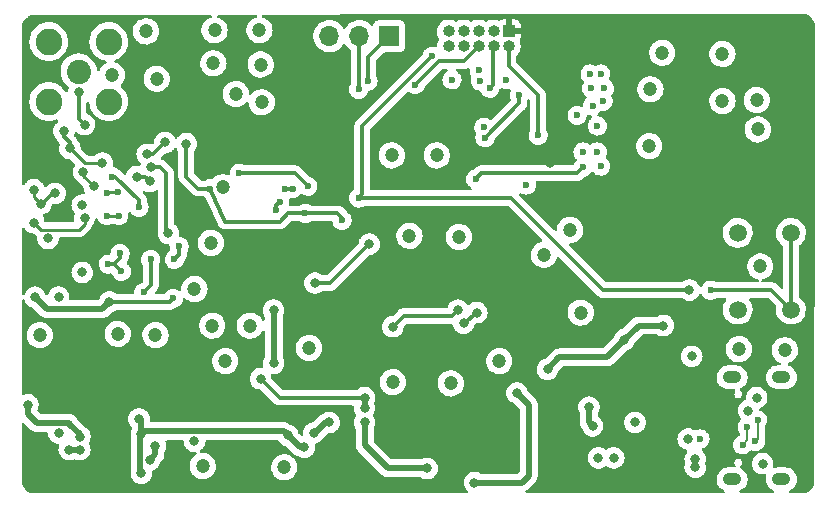
<source format=gbr>
%TF.GenerationSoftware,KiCad,Pcbnew,(5.99.0-8018-g9a0f685a75)*%
%TF.CreationDate,2021-02-23T23:23:08+00:00*%
%TF.ProjectId,CM4,434d342e-6b69-4636-9164-5f7063625858,rev?*%
%TF.SameCoordinates,Original*%
%TF.FileFunction,Copper,L2,Inr*%
%TF.FilePolarity,Positive*%
%FSLAX46Y46*%
G04 Gerber Fmt 4.6, Leading zero omitted, Abs format (unit mm)*
G04 Created by KiCad (PCBNEW (5.99.0-8018-g9a0f685a75)) date 2021-02-23 23:23:08*
%MOMM*%
%LPD*%
G01*
G04 APERTURE LIST*
G04 Aperture macros list*
%AMRoundRect*
0 Rectangle with rounded corners*
0 $1 Rounding radius*
0 $2 $3 $4 $5 $6 $7 $8 $9 X,Y pos of 4 corners*
0 Add a 4 corners polygon primitive as box body*
4,1,4,$2,$3,$4,$5,$6,$7,$8,$9,$2,$3,0*
0 Add four circle primitives for the rounded corners*
1,1,$1+$1,$2,$3,0*
1,1,$1+$1,$4,$5,0*
1,1,$1+$1,$6,$7,0*
1,1,$1+$1,$8,$9,0*
0 Add four rect primitives between the rounded corners*
20,1,$1+$1,$2,$3,$4,$5,0*
20,1,$1+$1,$4,$5,$6,$7,0*
20,1,$1+$1,$6,$7,$8,$9,0*
20,1,$1+$1,$8,$9,$2,$3,0*%
G04 Aperture macros list end*
%TA.AperFunction,ComponentPad*%
%ADD10R,1.000000X1.000000*%
%TD*%
%TA.AperFunction,ComponentPad*%
%ADD11O,1.000000X1.000000*%
%TD*%
%TA.AperFunction,ComponentPad*%
%ADD12C,2.050000*%
%TD*%
%TA.AperFunction,ComponentPad*%
%ADD13C,2.250000*%
%TD*%
%TA.AperFunction,ComponentPad*%
%ADD14RoundRect,0.500000X0.300000X0.000000X0.300000X0.000000X-0.300000X0.000000X-0.300000X0.000000X0*%
%TD*%
%TA.AperFunction,ComponentPad*%
%ADD15C,1.500000*%
%TD*%
%TA.AperFunction,ComponentPad*%
%ADD16R,1.700000X1.700000*%
%TD*%
%TA.AperFunction,ComponentPad*%
%ADD17O,1.700000X1.700000*%
%TD*%
%TA.AperFunction,ViaPad*%
%ADD18C,1.200000*%
%TD*%
%TA.AperFunction,ViaPad*%
%ADD19C,0.800000*%
%TD*%
%TA.AperFunction,ViaPad*%
%ADD20C,0.600000*%
%TD*%
%TA.AperFunction,Conductor*%
%ADD21C,0.300000*%
%TD*%
%TA.AperFunction,Conductor*%
%ADD22C,0.500000*%
%TD*%
%TA.AperFunction,Conductor*%
%ADD23C,0.200000*%
%TD*%
%TA.AperFunction,Conductor*%
%ADD24C,0.250000*%
%TD*%
G04 APERTURE END LIST*
D10*
%TO.N,/+3.3V*%
%TO.C,J3*%
X137900000Y-77100000D03*
D11*
%TO.N,/H7MCU/SWDIO*%
X137900000Y-78370000D03*
%TO.N,GND*%
X136630000Y-77100000D03*
%TO.N,/H7MCU/SWCLK*%
X136630000Y-78370000D03*
%TO.N,GND*%
X135360000Y-77100000D03*
%TO.N,/H7MCU/SWO*%
X135360000Y-78370000D03*
%TO.N,no_connect_58*%
X134090000Y-77100000D03*
%TO.N,no_connect_59*%
X134090000Y-78370000D03*
%TO.N,GND*%
X132820000Y-77100000D03*
%TO.N,/H7MCU/NRST*%
X132820000Y-78370000D03*
%TD*%
D12*
%TO.N,Net-(J2-Pad1)*%
%TO.C,J2*%
X101500000Y-80500000D03*
D13*
%TO.N,GND*%
X104040000Y-77960000D03*
X98960000Y-83040000D03*
X98960000Y-77960000D03*
X104040000Y-83040000D03*
%TD*%
D14*
%TO.N,GND*%
%TO.C,J1*%
X156820000Y-115020000D03*
X156820000Y-106380000D03*
X161000000Y-115020000D03*
X161000000Y-106380000D03*
%TD*%
D15*
%TO.N,/H7MCU/NRST*%
%TO.C,S1*%
X161800000Y-100650000D03*
X161800000Y-94150000D03*
%TO.N,GND*%
X157300000Y-94150000D03*
X157300000Y-100650000D03*
%TD*%
D16*
%TO.N,/H7MCU/USART_RX*%
%TO.C,J7*%
X127800000Y-77500000D03*
D17*
%TO.N,/H7MCU/USART_TX*%
X125260000Y-77500000D03*
%TO.N,GND*%
X122720000Y-77500000D03*
%TD*%
D18*
%TO.N,GND*%
X161300000Y-104100000D03*
X149800000Y-86800000D03*
X108100000Y-81100000D03*
X121000000Y-103900000D03*
X159200000Y-97000000D03*
X114800000Y-82400000D03*
X112800000Y-102000000D03*
X140900000Y-96000000D03*
X113000000Y-77000000D03*
X112900000Y-79800000D03*
X149900000Y-82000000D03*
D19*
X153400000Y-104600000D03*
D18*
X128100000Y-106800000D03*
X112700000Y-95000000D03*
X104800000Y-102700000D03*
X133000000Y-106900000D03*
X131800000Y-87600000D03*
X156000000Y-83000000D03*
X150900000Y-78900000D03*
X116800000Y-77000000D03*
X98200000Y-102800000D03*
X112000000Y-113900000D03*
X157400000Y-104000000D03*
X129500000Y-94400000D03*
X116900000Y-79900000D03*
X107200000Y-77100000D03*
X128000000Y-87600000D03*
X104300000Y-80800000D03*
X143100000Y-93900000D03*
X118900000Y-114000000D03*
X158900000Y-82900000D03*
X156000000Y-79000000D03*
X113900000Y-105000000D03*
X133700000Y-94500000D03*
X116000000Y-102000000D03*
X117000000Y-83100000D03*
X159000000Y-85400000D03*
X144000000Y-100900000D03*
X137100000Y-105000000D03*
X108000000Y-102800000D03*
D19*
%TO.N,Net-(C15-Pad1)*%
X135200000Y-100900000D03*
X134100000Y-101800000D03*
D20*
%TO.N,Net-(C10-Pad2)*%
X107600000Y-96400000D03*
X107000000Y-99200000D03*
%TO.N,Net-(C10-Pad1)*%
X105000000Y-95900000D03*
X104000000Y-96800000D03*
X105100000Y-97400000D03*
%TO.N,/v_DIV_OUT*%
X123800000Y-93100000D03*
D18*
X113700000Y-90300000D03*
D20*
X112600000Y-90400000D03*
X120700000Y-92500000D03*
D19*
X110600000Y-86600000D03*
%TO.N,/Power/+5V*%
X119200000Y-111300000D03*
X106800000Y-114500000D03*
X151000000Y-102000000D03*
X138600000Y-107700000D03*
X106600000Y-109900000D03*
X135000000Y-115300000D03*
X147700000Y-103200000D03*
X122700000Y-110200000D03*
X120600000Y-112300000D03*
X125700000Y-110200000D03*
X131000000Y-114100000D03*
X106800000Y-111200000D03*
X141200000Y-105700000D03*
X121400000Y-111100000D03*
%TO.N,/VPOS*%
X99800000Y-111100000D03*
X100700000Y-112500000D03*
X98900000Y-94625000D03*
X101600000Y-112500000D03*
X99800000Y-99600000D03*
%TO.N,/VNEG*%
X101800000Y-91800000D03*
X107500000Y-113400000D03*
X111300000Y-111800000D03*
X101800000Y-97500000D03*
X108000000Y-112200000D03*
D20*
%TO.N,/+3.3V*%
X142400000Y-81500000D03*
D19*
X119300000Y-85100000D03*
D20*
X122500000Y-81700000D03*
D19*
X140300000Y-97700000D03*
X141500000Y-83400000D03*
X138000000Y-101000000D03*
X148500000Y-84000000D03*
D20*
X124000000Y-82100000D03*
D19*
X114400000Y-85100000D03*
X125900000Y-100800000D03*
X142100000Y-79950000D03*
X141400000Y-88200000D03*
X153100000Y-93800000D03*
X120100000Y-86200000D03*
X130500000Y-108400000D03*
X142500000Y-86400000D03*
X144800000Y-77800000D03*
D18*
X140900000Y-76300000D03*
D19*
X124100000Y-90100000D03*
D20*
X111300000Y-92400000D03*
D19*
X112500000Y-87300000D03*
%TO.N,/H7MCU/+3.3VA*%
X121500000Y-98400000D03*
X126100000Y-95100000D03*
D20*
%TO.N,Net-(C19-Pad1)*%
X138800000Y-82500000D03*
X135900000Y-86100000D03*
%TO.N,/Power/USB_CONN_D+*%
X159000000Y-110000000D03*
X158800000Y-111800000D03*
%TO.N,/Power/USB_CONN_D-*%
X157700000Y-112100000D03*
X158100000Y-110600000D03*
%TO.N,/H7MCU/HSE_IN*%
X120900000Y-90200000D03*
X115100000Y-89100000D03*
D19*
%TO.N,/H7MCU/NRST*%
X153200000Y-99000000D03*
D20*
X125200000Y-91200000D03*
X131400000Y-79200000D03*
X155000000Y-99000000D03*
%TO.N,/H7MCU/USART_TX*%
X125200000Y-82000000D03*
%TO.N,/H7MCU/USART_RX*%
X126000000Y-81300000D03*
D19*
%TO.N,/H7MCU/LED_STAT*%
X128100000Y-102100000D03*
X133600000Y-100700000D03*
%TO.N,Net-(F1-Pad2)*%
X144700000Y-108900000D03*
X145000000Y-110500000D03*
%TO.N,VCC*%
X146800000Y-113200000D03*
X158900000Y-108100000D03*
X153700000Y-114000000D03*
X159400000Y-113700000D03*
X145500000Y-113200000D03*
X153700000Y-113300000D03*
D20*
%TO.N,Net-(C11-Pad2)*%
X104300000Y-89400000D03*
D19*
X100250000Y-85500000D03*
X103500000Y-88250000D03*
X100750000Y-87000000D03*
D20*
X106600000Y-92000000D03*
D19*
%TO.N,P_AMP_OUT*%
X97800000Y-99600000D03*
X104100000Y-100000000D03*
D20*
X109500000Y-99700000D03*
D18*
X111300000Y-98900000D03*
D20*
%TO.N,Net-(C11-Pad1)*%
X104800000Y-90700000D03*
X103900000Y-90800000D03*
D19*
X102800000Y-90200000D03*
X101900000Y-89000000D03*
%TO.N,/3.3VREF*%
X125700000Y-108100000D03*
X118000000Y-100700000D03*
X116900000Y-106500000D03*
X125700000Y-109000000D03*
X118000000Y-105200000D03*
%TO.N,Net-(C31-Pad2)*%
X107300000Y-87500000D03*
X106400000Y-89400000D03*
X108800000Y-86500000D03*
X107500000Y-89800000D03*
%TO.N,Net-(IC3-Pad4)*%
X98300000Y-91700000D03*
X99500000Y-90800000D03*
X97700000Y-90500000D03*
%TO.N,Net-(IC3-Pad1)*%
X97700000Y-93300000D03*
X102000000Y-92900000D03*
D20*
X103900000Y-92700000D03*
X104900000Y-92700000D03*
D19*
%TO.N,Net-(IC4-Pad1)*%
X97200000Y-108700000D03*
X101600000Y-111400000D03*
%TO.N,Net-(IC5-Pad1)*%
X107600000Y-88600000D03*
D20*
X110000000Y-95300000D03*
D19*
X109100000Y-94200000D03*
D20*
X109600000Y-96400000D03*
D19*
%TO.N,Net-(J1-PadA5)*%
X153100000Y-111600000D03*
D20*
X154100000Y-111600000D03*
D19*
%TO.N,Net-(J1-PadB5)*%
X148600000Y-110200000D03*
X158200000Y-109200000D03*
%TO.N,Net-(J2-Pad1)*%
X101500000Y-82250000D03*
X102000000Y-85000000D03*
D20*
%TO.N,/H7MCU/SWO*%
X130000000Y-81600000D03*
%TO.N,/H7MCU/SDMMC_CMD*%
X145000000Y-83400000D03*
X145900000Y-83000000D03*
X143700000Y-84200000D03*
X133100000Y-81200000D03*
%TO.N,/H7MCU/SDMMC_CK*%
X145400000Y-85100000D03*
X135800000Y-85200000D03*
%TO.N,/H7MCU/SDMMC_D3*%
X146000000Y-81900000D03*
X144900000Y-81900000D03*
X135400000Y-80400000D03*
%TO.N,/H7MCU/SDMMC_D2*%
X145700000Y-80700000D03*
X144800000Y-80700000D03*
X137700000Y-81200000D03*
X135500000Y-81300000D03*
%TO.N,/H7MCU/SWCLK*%
X136300000Y-81900000D03*
%TO.N,/H7MCU/SWDIO*%
X140400000Y-85900000D03*
%TO.N,/H7MCU/SDMMC_D1*%
X135100000Y-89600000D03*
X144200000Y-88600000D03*
X145700000Y-88500000D03*
%TO.N,/H7MCU/SDMMC_D0*%
X144200000Y-87300000D03*
X139400000Y-90100000D03*
X145400000Y-87300000D03*
%TO.N,Net-(C48-Pad2)*%
X119600000Y-90400000D03*
X118500000Y-91500000D03*
X119000000Y-90400000D03*
X118200000Y-92200000D03*
%TD*%
D21*
%TO.N,/H7MCU/SWCLK*%
X136300000Y-81900000D02*
X136600000Y-81600000D01*
X136600000Y-81600000D02*
X136600000Y-78400000D01*
X136600000Y-78400000D02*
X136630000Y-78370000D01*
D22*
%TO.N,/3.3VREF*%
X118000000Y-105200000D02*
X118000000Y-100700000D01*
%TO.N,/Power/+5V*%
X106800000Y-111200000D02*
X106800000Y-110100000D01*
X106800000Y-110100000D02*
X106600000Y-109900000D01*
D21*
%TO.N,Net-(C10-Pad1)*%
X105000000Y-95900000D02*
X105000000Y-96300000D01*
X105000000Y-96300000D02*
X104500000Y-96800000D01*
D22*
%TO.N,/3.3VREF*%
X125700000Y-109000000D02*
X125700000Y-108100000D01*
%TO.N,/VNEG*%
X108000000Y-112200000D02*
X108000000Y-112900000D01*
X108000000Y-112900000D02*
X107500000Y-113400000D01*
%TO.N,/VPOS*%
X100700000Y-112500000D02*
X101600000Y-112500000D01*
%TO.N,/Power/+5V*%
X122700000Y-110200000D02*
X122400000Y-110200000D01*
X122400000Y-110200000D02*
X121500000Y-111100000D01*
X121500000Y-111100000D02*
X121400000Y-111100000D01*
X135000000Y-115300000D02*
X139000000Y-115300000D01*
X139600000Y-108700000D02*
X138600000Y-107700000D01*
X139000000Y-115300000D02*
X139600000Y-114700000D01*
X139600000Y-114700000D02*
X139600000Y-108700000D01*
D21*
%TO.N,Net-(C15-Pad1)*%
X135200000Y-100900000D02*
X134100000Y-101800000D01*
%TO.N,Net-(C10-Pad2)*%
X107600000Y-96400000D02*
X107600000Y-98600000D01*
X107600000Y-98600000D02*
X107000000Y-99200000D01*
%TO.N,Net-(C10-Pad1)*%
X104500000Y-96800000D02*
X105100000Y-97400000D01*
X104000000Y-96800000D02*
X104500000Y-96800000D01*
%TO.N,/v_DIV_OUT*%
X123800000Y-92900000D02*
X123400000Y-92500000D01*
X113900000Y-93200000D02*
X118500000Y-93200000D01*
X119200000Y-92500000D02*
X120700000Y-92500000D01*
X110600000Y-89400000D02*
X111600000Y-90400000D01*
X112600000Y-90400000D02*
X113900000Y-93200000D01*
X123800000Y-93100000D02*
X123800000Y-92900000D01*
X123400000Y-92500000D02*
X120700000Y-92500000D01*
X110600000Y-86600000D02*
X110600000Y-89400000D01*
X111600000Y-90400000D02*
X112600000Y-90400000D01*
X118500000Y-93200000D02*
X119200000Y-92500000D01*
D22*
%TO.N,/Power/+5V*%
X106649999Y-114349999D02*
X106649999Y-111350001D01*
X106800000Y-111200000D02*
X107050001Y-110949999D01*
X107050001Y-110949999D02*
X118849999Y-110949999D01*
X127700000Y-114100000D02*
X131000000Y-114100000D01*
X125700000Y-112100000D02*
X127700000Y-114100000D01*
X106800000Y-114500000D02*
X106649999Y-114349999D01*
X142200000Y-104700000D02*
X146200000Y-104700000D01*
X120200000Y-112300000D02*
X119200000Y-111300000D01*
X125700000Y-110200000D02*
X125700000Y-112100000D01*
X141200000Y-105700000D02*
X142200000Y-104700000D01*
X151000000Y-102000000D02*
X148900000Y-102000000D01*
X148900000Y-102000000D02*
X147700000Y-103200000D01*
X118849999Y-110949999D02*
X119200000Y-111300000D01*
X146200000Y-104700000D02*
X147700000Y-103200000D01*
X120600000Y-112300000D02*
X120200000Y-112300000D01*
X106649999Y-111350001D02*
X106800000Y-111200000D01*
D21*
%TO.N,/H7MCU/+3.3VA*%
X122800000Y-98400000D02*
X121500000Y-98400000D01*
X126100000Y-95100000D02*
X122800000Y-98400000D01*
%TO.N,Net-(C19-Pad1)*%
X138800000Y-82500000D02*
X138800000Y-83200000D01*
X138800000Y-83200000D02*
X135900000Y-86100000D01*
D23*
%TO.N,/Power/USB_CONN_D+*%
X159000000Y-111600000D02*
X158800000Y-111800000D01*
X159000000Y-110000000D02*
X159000000Y-111600000D01*
%TO.N,/Power/USB_CONN_D-*%
X158100000Y-111700000D02*
X157700000Y-112100000D01*
X158100000Y-110600000D02*
X158100000Y-111700000D01*
D21*
%TO.N,/H7MCU/HSE_IN*%
X119800000Y-89100000D02*
X120900000Y-90200000D01*
X115100000Y-89100000D02*
X119800000Y-89100000D01*
%TO.N,/H7MCU/NRST*%
X125500000Y-90900000D02*
X125200000Y-91200000D01*
X161800000Y-100650000D02*
X161800000Y-94150000D01*
X138100000Y-91200000D02*
X125200000Y-91200000D01*
X161800000Y-100650000D02*
X160150000Y-99000000D01*
X131400000Y-79200000D02*
X125500000Y-85100000D01*
X160150000Y-99000000D02*
X155000000Y-99000000D01*
X125500000Y-85100000D02*
X125500000Y-90900000D01*
X145900000Y-99000000D02*
X138100000Y-91200000D01*
X153200000Y-99000000D02*
X145900000Y-99000000D01*
%TO.N,/H7MCU/USART_TX*%
X125200000Y-82000000D02*
X125200000Y-77560000D01*
%TO.N,/H7MCU/USART_RX*%
X126000000Y-79300000D02*
X127800000Y-77500000D01*
X126000000Y-81300000D02*
X126000000Y-79300000D01*
%TO.N,/H7MCU/LED_STAT*%
X133100000Y-101200000D02*
X133600000Y-100700000D01*
X128100000Y-102100000D02*
X129000000Y-101200000D01*
X129000000Y-101200000D02*
X133100000Y-101200000D01*
D22*
%TO.N,Net-(F1-Pad2)*%
X144700000Y-110200000D02*
X145000000Y-110500000D01*
X144700000Y-108900000D02*
X144700000Y-110200000D01*
D21*
%TO.N,Net-(C11-Pad2)*%
X100750000Y-86500000D02*
X100250000Y-86000000D01*
X104600000Y-89400000D02*
X106600000Y-91400000D01*
X100250000Y-86000000D02*
X100250000Y-85500000D01*
D24*
X100750000Y-87000000D02*
X102000000Y-88250000D01*
D21*
X100750000Y-87000000D02*
X100750000Y-86500000D01*
D24*
X102000000Y-88250000D02*
X103500000Y-88250000D01*
D21*
X106600000Y-91400000D02*
X106600000Y-92000000D01*
X104300000Y-89400000D02*
X104600000Y-89400000D01*
D22*
%TO.N,P_AMP_OUT*%
X97800000Y-99600000D02*
X98800000Y-100600000D01*
D21*
X109500000Y-99700000D02*
X109200000Y-100000000D01*
D22*
X103500000Y-100600000D02*
X104100000Y-100000000D01*
X98800000Y-100600000D02*
X103500000Y-100600000D01*
D21*
X109200000Y-100000000D02*
X104100000Y-100000000D01*
D24*
%TO.N,Net-(C11-Pad1)*%
X101900000Y-89000000D02*
X101900000Y-89300000D01*
X104800000Y-90700000D02*
X104000000Y-90700000D01*
X101900000Y-89300000D02*
X102800000Y-90200000D01*
X104000000Y-90700000D02*
X103900000Y-90800000D01*
D21*
%TO.N,/3.3VREF*%
X116900000Y-106500000D02*
X118500000Y-108100000D01*
X118500000Y-108100000D02*
X125700000Y-108100000D01*
%TO.N,Net-(C31-Pad2)*%
X107100000Y-89400000D02*
X107500000Y-89800000D01*
X107300000Y-87500000D02*
X107800000Y-87500000D01*
X107800000Y-87500000D02*
X108800000Y-86500000D01*
X106400000Y-89400000D02*
X107100000Y-89400000D01*
D24*
%TO.N,Net-(IC3-Pad4)*%
X97700000Y-91100000D02*
X98300000Y-91700000D01*
X99200000Y-90800000D02*
X98300000Y-91700000D01*
X99500000Y-90800000D02*
X99200000Y-90800000D01*
X97700000Y-90500000D02*
X97700000Y-91100000D01*
%TO.N,Net-(IC3-Pad1)*%
X104900000Y-92700000D02*
X103900000Y-92700000D01*
X101500000Y-93900000D02*
X102000000Y-93400000D01*
X98300000Y-93900000D02*
X101500000Y-93900000D01*
X97700000Y-93300000D02*
X98300000Y-93900000D01*
X102000000Y-93400000D02*
X102000000Y-92900000D01*
D22*
%TO.N,Net-(IC4-Pad1)*%
X97900000Y-110200000D02*
X97200000Y-109500000D01*
X101600000Y-111200000D02*
X100800000Y-110400000D01*
X100649999Y-110249999D02*
X97949999Y-110249999D01*
X97200000Y-109500000D02*
X97200000Y-108700000D01*
X100800000Y-110400000D02*
X100649999Y-110249999D01*
X97949999Y-110249999D02*
X97900000Y-110200000D01*
X101600000Y-111400000D02*
X101600000Y-111200000D01*
D21*
%TO.N,Net-(IC5-Pad1)*%
X108900000Y-89100000D02*
X108900000Y-94000000D01*
X110000000Y-96000000D02*
X110000000Y-95300000D01*
X109600000Y-96400000D02*
X110000000Y-96000000D01*
X107600000Y-88600000D02*
X108400000Y-88600000D01*
X108800000Y-89000000D02*
X108900000Y-89100000D01*
X108900000Y-94000000D02*
X109100000Y-94200000D01*
X108400000Y-88600000D02*
X108800000Y-89000000D01*
%TO.N,Net-(J2-Pad1)*%
X101500000Y-84500000D02*
X102000000Y-85000000D01*
X101500000Y-82250000D02*
X101500000Y-84500000D01*
%TO.N,/H7MCU/SWO*%
X132000000Y-79600000D02*
X134130000Y-79600000D01*
X134130000Y-79600000D02*
X135360000Y-78370000D01*
X130000000Y-81600000D02*
X132000000Y-79600000D01*
%TO.N,/H7MCU/SWDIO*%
X140400000Y-82500000D02*
X140400000Y-85900000D01*
X137900000Y-78370000D02*
X137900000Y-80000000D01*
X137900000Y-80000000D02*
X140400000Y-82500000D01*
%TO.N,/H7MCU/SDMMC_D1*%
X135600000Y-89100000D02*
X143700000Y-89100000D01*
X143700000Y-89100000D02*
X144200000Y-88600000D01*
X135100000Y-89600000D02*
X135600000Y-89100000D01*
%TO.N,Net-(C48-Pad2)*%
X119000000Y-90400000D02*
X119500000Y-90400000D01*
X118200000Y-91800000D02*
X118500000Y-91500000D01*
X118200000Y-92200000D02*
X118200000Y-91800000D01*
X119500000Y-90400000D02*
X119600000Y-90400000D01*
%TD*%
%TA.AperFunction,Conductor*%
%TO.N,/+3.3V*%
G36*
X163105560Y-75621934D02*
G01*
X163110302Y-75624347D01*
X163118256Y-75628763D01*
X163261294Y-75715074D01*
X163268904Y-75720049D01*
X163291970Y-75736346D01*
X163299193Y-75741850D01*
X163428381Y-75847895D01*
X163435162Y-75853883D01*
X163455645Y-75873332D01*
X163461993Y-75879812D01*
X163574547Y-76003307D01*
X163580426Y-76010245D01*
X163597909Y-76032454D01*
X163603269Y-76039793D01*
X163609935Y-76049648D01*
X163696867Y-76178179D01*
X163701685Y-76185888D01*
X163715800Y-76210399D01*
X163720039Y-76218418D01*
X163792748Y-76368833D01*
X163796407Y-76377154D01*
X163809821Y-76410926D01*
X163818720Y-76457517D01*
X163812416Y-85692876D01*
X163792115Y-115431163D01*
X163792104Y-115447179D01*
X163778277Y-115504480D01*
X163776579Y-115507799D01*
X163772027Y-115515939D01*
X163687444Y-115654858D01*
X163682289Y-115662657D01*
X163666275Y-115685035D01*
X163660560Y-115692426D01*
X163556366Y-115817317D01*
X163550125Y-115824257D01*
X163530935Y-115844068D01*
X163524218Y-115850506D01*
X163402696Y-115958626D01*
X163395529Y-115964542D01*
X163373605Y-115981309D01*
X163365986Y-115986700D01*
X163229856Y-116075638D01*
X163221849Y-116080455D01*
X163197722Y-116093778D01*
X163189377Y-116097990D01*
X163041583Y-116165830D01*
X163032951Y-116169412D01*
X162993483Y-116184094D01*
X162949552Y-116192000D01*
X161749656Y-116192000D01*
X161681535Y-116171998D01*
X161635042Y-116118342D01*
X161624938Y-116048068D01*
X161654432Y-115983488D01*
X161690503Y-115954748D01*
X161695438Y-115952124D01*
X161860862Y-115864167D01*
X161964690Y-115779487D01*
X162009372Y-115743046D01*
X162009375Y-115743043D01*
X162014147Y-115739151D01*
X162022237Y-115729372D01*
X162136302Y-115591492D01*
X162136305Y-115591487D01*
X162140230Y-115586743D01*
X162143410Y-115580862D01*
X162231379Y-115418166D01*
X162231381Y-115418162D01*
X162234308Y-115412748D01*
X162236331Y-115406215D01*
X162251467Y-115357318D01*
X162292800Y-115223793D01*
X162293645Y-115215758D01*
X162307578Y-115083186D01*
X162308500Y-115074413D01*
X162308500Y-114969006D01*
X162294198Y-114823143D01*
X162237027Y-114633785D01*
X162144166Y-114459138D01*
X162072734Y-114371554D01*
X162023045Y-114310628D01*
X162023042Y-114310625D01*
X162019150Y-114305853D01*
X162013102Y-114300849D01*
X161871490Y-114183697D01*
X161871491Y-114183697D01*
X161866742Y-114179769D01*
X161861325Y-114176840D01*
X161861322Y-114176838D01*
X161698165Y-114088620D01*
X161698161Y-114088618D01*
X161692747Y-114085691D01*
X161686867Y-114083871D01*
X161686865Y-114083870D01*
X161637317Y-114068532D01*
X161503792Y-114027199D01*
X161497674Y-114026556D01*
X161497669Y-114026555D01*
X161414582Y-114017823D01*
X161354421Y-114011500D01*
X160648997Y-114011500D01*
X160503144Y-114025801D01*
X160497241Y-114027583D01*
X160497242Y-114027583D01*
X160451510Y-114041390D01*
X160380515Y-114041931D01*
X160320498Y-114004003D01*
X160290515Y-113939648D01*
X160291828Y-113895191D01*
X160293538Y-113889927D01*
X160295681Y-113869545D01*
X160312810Y-113706565D01*
X160313500Y-113700000D01*
X160293538Y-113510073D01*
X160289033Y-113496206D01*
X160248078Y-113370162D01*
X160234524Y-113328446D01*
X160221682Y-113306202D01*
X160178343Y-113231138D01*
X160139037Y-113163058D01*
X160130536Y-113153616D01*
X160015673Y-113026048D01*
X160015672Y-113026047D01*
X160011251Y-113021137D01*
X160005909Y-113017256D01*
X160005907Y-113017254D01*
X159862092Y-112912767D01*
X159862091Y-112912766D01*
X159856750Y-112908886D01*
X159850722Y-112906202D01*
X159850720Y-112906201D01*
X159688318Y-112833895D01*
X159688317Y-112833895D01*
X159682287Y-112831210D01*
X159588887Y-112811357D01*
X159501944Y-112792876D01*
X159501939Y-112792876D01*
X159495487Y-112791504D01*
X159304513Y-112791504D01*
X159298061Y-112792876D01*
X159298056Y-112792876D01*
X159211113Y-112811357D01*
X159117713Y-112831210D01*
X159111683Y-112833895D01*
X159111682Y-112833895D01*
X158949280Y-112906201D01*
X158949278Y-112906202D01*
X158943250Y-112908886D01*
X158937909Y-112912766D01*
X158937908Y-112912767D01*
X158794093Y-113017254D01*
X158794091Y-113017256D01*
X158788749Y-113021137D01*
X158784328Y-113026047D01*
X158784327Y-113026048D01*
X158669465Y-113153616D01*
X158660963Y-113163058D01*
X158621657Y-113231138D01*
X158578319Y-113306202D01*
X158565476Y-113328446D01*
X158551922Y-113370162D01*
X158510968Y-113496206D01*
X158506462Y-113510073D01*
X158486500Y-113700000D01*
X158487190Y-113706565D01*
X158498994Y-113818869D01*
X158506462Y-113889927D01*
X158508502Y-113896205D01*
X158508502Y-113896206D01*
X158519880Y-113931224D01*
X158565476Y-114071554D01*
X158568779Y-114077276D01*
X158568780Y-114077277D01*
X158591299Y-114116280D01*
X158660963Y-114236942D01*
X158665381Y-114241849D01*
X158665382Y-114241850D01*
X158739567Y-114324241D01*
X158788749Y-114378863D01*
X158794091Y-114382744D01*
X158794093Y-114382746D01*
X158906729Y-114464580D01*
X158943250Y-114491114D01*
X158949278Y-114493798D01*
X158949280Y-114493799D01*
X159111682Y-114566105D01*
X159117713Y-114568790D01*
X159196510Y-114585539D01*
X159298056Y-114607124D01*
X159298061Y-114607124D01*
X159304513Y-114608496D01*
X159495487Y-114608496D01*
X159501942Y-114607124D01*
X159501951Y-114607123D01*
X159580867Y-114590348D01*
X159651658Y-114595749D01*
X159708291Y-114638565D01*
X159732785Y-114705203D01*
X159727430Y-114750853D01*
X159709021Y-114810322D01*
X159709020Y-114810326D01*
X159707200Y-114816207D01*
X159706557Y-114822325D01*
X159706556Y-114822330D01*
X159701819Y-114867403D01*
X159691500Y-114965587D01*
X159691500Y-115070994D01*
X159705802Y-115216857D01*
X159762973Y-115406215D01*
X159855834Y-115580862D01*
X159916184Y-115654858D01*
X159976955Y-115729372D01*
X159976958Y-115729375D01*
X159980850Y-115734147D01*
X159985598Y-115738075D01*
X159985599Y-115738076D01*
X160056570Y-115796789D01*
X160133258Y-115860231D01*
X160138675Y-115863160D01*
X160138678Y-115863162D01*
X160307253Y-115954309D01*
X160306156Y-115956338D01*
X160353232Y-115994682D01*
X160375301Y-116062161D01*
X160357383Y-116130860D01*
X160305169Y-116178966D01*
X160249359Y-116192000D01*
X157569656Y-116192000D01*
X157501535Y-116171998D01*
X157455042Y-116118342D01*
X157444938Y-116048068D01*
X157474432Y-115983488D01*
X157510503Y-115954748D01*
X157515438Y-115952124D01*
X157680862Y-115864167D01*
X157784690Y-115779487D01*
X157829372Y-115743046D01*
X157829375Y-115743043D01*
X157834147Y-115739151D01*
X157842237Y-115729372D01*
X157956302Y-115591492D01*
X157956305Y-115591487D01*
X157960230Y-115586743D01*
X157963410Y-115580862D01*
X158051379Y-115418166D01*
X158051381Y-115418162D01*
X158054308Y-115412748D01*
X158056331Y-115406215D01*
X158071467Y-115357318D01*
X158112800Y-115223793D01*
X158113645Y-115215758D01*
X158127578Y-115083186D01*
X158128500Y-115074413D01*
X158128500Y-114969006D01*
X158114198Y-114823143D01*
X158057027Y-114633785D01*
X157964166Y-114459138D01*
X157892734Y-114371554D01*
X157843045Y-114310628D01*
X157843042Y-114310625D01*
X157839150Y-114305853D01*
X157833102Y-114300849D01*
X157691490Y-114183697D01*
X157691491Y-114183697D01*
X157686742Y-114179769D01*
X157681325Y-114176840D01*
X157681322Y-114176838D01*
X157542113Y-114101569D01*
X157491704Y-114051574D01*
X157476326Y-113982263D01*
X157500862Y-113915641D01*
X157521049Y-113894212D01*
X157602396Y-113825953D01*
X157602397Y-113825952D01*
X157610838Y-113818869D01*
X157669965Y-113716458D01*
X157690500Y-113600000D01*
X157669965Y-113483542D01*
X157610838Y-113381131D01*
X157542305Y-113323624D01*
X157528696Y-113312205D01*
X157520250Y-113305118D01*
X157409127Y-113264673D01*
X157290873Y-113264673D01*
X157179750Y-113305118D01*
X157171304Y-113312205D01*
X157157696Y-113323624D01*
X157089162Y-113381131D01*
X157030035Y-113483542D01*
X157009500Y-113600000D01*
X157030035Y-113716458D01*
X157083651Y-113809324D01*
X157089162Y-113818869D01*
X157086555Y-113820374D01*
X157108076Y-113869545D01*
X157096861Y-113939650D01*
X157049524Y-113992563D01*
X156983090Y-114011500D01*
X156468997Y-114011500D01*
X156323144Y-114025801D01*
X156133785Y-114082972D01*
X155959138Y-114175833D01*
X155891222Y-114231224D01*
X155810628Y-114296954D01*
X155810625Y-114296957D01*
X155805853Y-114300849D01*
X155801926Y-114305596D01*
X155801924Y-114305598D01*
X155683698Y-114448508D01*
X155683695Y-114448513D01*
X155679770Y-114453257D01*
X155676840Y-114458676D01*
X155676838Y-114458679D01*
X155591098Y-114617254D01*
X155585692Y-114627252D01*
X155583872Y-114633132D01*
X155583871Y-114633134D01*
X155572785Y-114668946D01*
X155527200Y-114816207D01*
X155526557Y-114822325D01*
X155526556Y-114822330D01*
X155521819Y-114867403D01*
X155511500Y-114965587D01*
X155511500Y-115070994D01*
X155525802Y-115216857D01*
X155582973Y-115406215D01*
X155675834Y-115580862D01*
X155736184Y-115654858D01*
X155796955Y-115729372D01*
X155796958Y-115729375D01*
X155800850Y-115734147D01*
X155805598Y-115738075D01*
X155805599Y-115738076D01*
X155876570Y-115796789D01*
X155953258Y-115860231D01*
X155958675Y-115863160D01*
X155958678Y-115863162D01*
X156127253Y-115954309D01*
X156126156Y-115956338D01*
X156173232Y-115994682D01*
X156195301Y-116062161D01*
X156177383Y-116130860D01*
X156125169Y-116178966D01*
X156069359Y-116192000D01*
X139444594Y-116192000D01*
X139376473Y-116171998D01*
X139329980Y-116118342D01*
X139319876Y-116048068D01*
X139349370Y-115983488D01*
X139375509Y-115960628D01*
X139378583Y-115958613D01*
X139402918Y-115942658D01*
X139406627Y-115940318D01*
X139464211Y-115905375D01*
X139464213Y-115905373D01*
X139469006Y-115902465D01*
X139473209Y-115898753D01*
X139473213Y-115898750D01*
X139478292Y-115894265D01*
X139480872Y-115892047D01*
X139483627Y-115889744D01*
X139489747Y-115885731D01*
X139538876Y-115833869D01*
X139541254Y-115831426D01*
X140089684Y-115282997D01*
X140104097Y-115270611D01*
X140120705Y-115258389D01*
X140153619Y-115219647D01*
X140160549Y-115212132D01*
X140166665Y-115206016D01*
X140185151Y-115182651D01*
X140187939Y-115179250D01*
X140230459Y-115129201D01*
X140235197Y-115123624D01*
X140238525Y-115117106D01*
X140241882Y-115112073D01*
X140245056Y-115106934D01*
X140249594Y-115101198D01*
X140262113Y-115074413D01*
X140280491Y-115035089D01*
X140282423Y-115031137D01*
X140312286Y-114972654D01*
X140315615Y-114966135D01*
X140317354Y-114959028D01*
X140319459Y-114953368D01*
X140321370Y-114947623D01*
X140324466Y-114940999D01*
X140328268Y-114922723D01*
X140339329Y-114869542D01*
X140340300Y-114865253D01*
X140340391Y-114864880D01*
X140357645Y-114794370D01*
X140358414Y-114781969D01*
X140358671Y-114778573D01*
X140358986Y-114775038D01*
X140360477Y-114767872D01*
X140358546Y-114696507D01*
X140358500Y-114693099D01*
X140358500Y-113200000D01*
X144586500Y-113200000D01*
X144587190Y-113206565D01*
X144605538Y-113381131D01*
X144606462Y-113389927D01*
X144608502Y-113396205D01*
X144608502Y-113396206D01*
X144628707Y-113458389D01*
X144665476Y-113571554D01*
X144760963Y-113736942D01*
X144765381Y-113741849D01*
X144765382Y-113741850D01*
X144834730Y-113818869D01*
X144888749Y-113878863D01*
X144894091Y-113882744D01*
X144894093Y-113882746D01*
X145037904Y-113987230D01*
X145043250Y-113991114D01*
X145049278Y-113993798D01*
X145049280Y-113993799D01*
X145211682Y-114066105D01*
X145217713Y-114068790D01*
X145297225Y-114085691D01*
X145398056Y-114107124D01*
X145398061Y-114107124D01*
X145404513Y-114108496D01*
X145595487Y-114108496D01*
X145601939Y-114107124D01*
X145601944Y-114107124D01*
X145702775Y-114085691D01*
X145782287Y-114068790D01*
X145788318Y-114066105D01*
X145950720Y-113993799D01*
X145950722Y-113993798D01*
X145956750Y-113991114D01*
X145962092Y-113987233D01*
X145962097Y-113987230D01*
X146075940Y-113904519D01*
X146142807Y-113880660D01*
X146211959Y-113896741D01*
X146224060Y-113904519D01*
X146337903Y-113987230D01*
X146337908Y-113987233D01*
X146343250Y-113991114D01*
X146349278Y-113993798D01*
X146349280Y-113993799D01*
X146511682Y-114066105D01*
X146517713Y-114068790D01*
X146597225Y-114085691D01*
X146698056Y-114107124D01*
X146698061Y-114107124D01*
X146704513Y-114108496D01*
X146895487Y-114108496D01*
X146901939Y-114107124D01*
X146901944Y-114107124D01*
X147002775Y-114085691D01*
X147082287Y-114068790D01*
X147088318Y-114066105D01*
X147250720Y-113993799D01*
X147250722Y-113993798D01*
X147256750Y-113991114D01*
X147262096Y-113987230D01*
X147405907Y-113882746D01*
X147405909Y-113882744D01*
X147411251Y-113878863D01*
X147465270Y-113818869D01*
X147534618Y-113741850D01*
X147534619Y-113741849D01*
X147539037Y-113736942D01*
X147634524Y-113571554D01*
X147671293Y-113458389D01*
X147691498Y-113396206D01*
X147691498Y-113396205D01*
X147693538Y-113389927D01*
X147694463Y-113381131D01*
X147712810Y-113206565D01*
X147713500Y-113200000D01*
X147698479Y-113057086D01*
X147694228Y-113016637D01*
X147694228Y-113016636D01*
X147693538Y-113010073D01*
X147687203Y-112990574D01*
X147646099Y-112864069D01*
X147634524Y-112828446D01*
X147613196Y-112791504D01*
X147593942Y-112758156D01*
X147539037Y-112663058D01*
X147517264Y-112638876D01*
X147415673Y-112526048D01*
X147415672Y-112526047D01*
X147411251Y-112521137D01*
X147405909Y-112517256D01*
X147405907Y-112517254D01*
X147262092Y-112412767D01*
X147262091Y-112412766D01*
X147256750Y-112408886D01*
X147250722Y-112406202D01*
X147250720Y-112406201D01*
X147088318Y-112333895D01*
X147088317Y-112333895D01*
X147082287Y-112331210D01*
X146966343Y-112306565D01*
X146901944Y-112292876D01*
X146901939Y-112292876D01*
X146895487Y-112291504D01*
X146704513Y-112291504D01*
X146698061Y-112292876D01*
X146698056Y-112292876D01*
X146633657Y-112306565D01*
X146517713Y-112331210D01*
X146511683Y-112333895D01*
X146511682Y-112333895D01*
X146349280Y-112406201D01*
X146349278Y-112406202D01*
X146343250Y-112408886D01*
X146337908Y-112412767D01*
X146337903Y-112412770D01*
X146224060Y-112495481D01*
X146157193Y-112519340D01*
X146088041Y-112503259D01*
X146075940Y-112495481D01*
X145962097Y-112412770D01*
X145962092Y-112412767D01*
X145956750Y-112408886D01*
X145950722Y-112406202D01*
X145950720Y-112406201D01*
X145788318Y-112333895D01*
X145788317Y-112333895D01*
X145782287Y-112331210D01*
X145666343Y-112306565D01*
X145601944Y-112292876D01*
X145601939Y-112292876D01*
X145595487Y-112291504D01*
X145404513Y-112291504D01*
X145398061Y-112292876D01*
X145398056Y-112292876D01*
X145333657Y-112306565D01*
X145217713Y-112331210D01*
X145211683Y-112333895D01*
X145211682Y-112333895D01*
X145049280Y-112406201D01*
X145049278Y-112406202D01*
X145043250Y-112408886D01*
X145037909Y-112412766D01*
X145037908Y-112412767D01*
X144894093Y-112517254D01*
X144894091Y-112517256D01*
X144888749Y-112521137D01*
X144884328Y-112526047D01*
X144884327Y-112526048D01*
X144782737Y-112638876D01*
X144760963Y-112663058D01*
X144706058Y-112758156D01*
X144686805Y-112791504D01*
X144665476Y-112828446D01*
X144653901Y-112864069D01*
X144612798Y-112990574D01*
X144606462Y-113010073D01*
X144605772Y-113016636D01*
X144605772Y-113016637D01*
X144601521Y-113057086D01*
X144586500Y-113200000D01*
X140358500Y-113200000D01*
X140358500Y-111600000D01*
X152186500Y-111600000D01*
X152187190Y-111606565D01*
X152198098Y-111710344D01*
X152206462Y-111789927D01*
X152208502Y-111796205D01*
X152208502Y-111796206D01*
X152219881Y-111831227D01*
X152265476Y-111971554D01*
X152268779Y-111977276D01*
X152268780Y-111977277D01*
X152287035Y-112008895D01*
X152360963Y-112136942D01*
X152365381Y-112141849D01*
X152365382Y-112141850D01*
X152423652Y-112206565D01*
X152488749Y-112278863D01*
X152494091Y-112282744D01*
X152494093Y-112282746D01*
X152637908Y-112387233D01*
X152643250Y-112391114D01*
X152649278Y-112393798D01*
X152649280Y-112393799D01*
X152779070Y-112451585D01*
X152817713Y-112468790D01*
X152946879Y-112496245D01*
X153009351Y-112529974D01*
X153043673Y-112592123D01*
X153038945Y-112662962D01*
X153014320Y-112703799D01*
X152960963Y-112763058D01*
X152918306Y-112836942D01*
X152882469Y-112899014D01*
X152865476Y-112928446D01*
X152862610Y-112937266D01*
X152829302Y-113039780D01*
X152806462Y-113110073D01*
X152805772Y-113116636D01*
X152805772Y-113116637D01*
X152801913Y-113153355D01*
X152786500Y-113300000D01*
X152787190Y-113306565D01*
X152805735Y-113483006D01*
X152806462Y-113489927D01*
X152808502Y-113496204D01*
X152808502Y-113496206D01*
X152845822Y-113611064D01*
X152847850Y-113682031D01*
X152845823Y-113688933D01*
X152806462Y-113810073D01*
X152805772Y-113816636D01*
X152805772Y-113816637D01*
X152805379Y-113820374D01*
X152786500Y-114000000D01*
X152806462Y-114189927D01*
X152808502Y-114196205D01*
X152808502Y-114196206D01*
X152816892Y-114222027D01*
X152865476Y-114371554D01*
X152868779Y-114377276D01*
X152868780Y-114377277D01*
X152889002Y-114412302D01*
X152960963Y-114536942D01*
X152965381Y-114541849D01*
X152965382Y-114541850D01*
X153053473Y-114639685D01*
X153088749Y-114678863D01*
X153094091Y-114682744D01*
X153094093Y-114682746D01*
X153229907Y-114781420D01*
X153243250Y-114791114D01*
X153249278Y-114793798D01*
X153249280Y-114793799D01*
X153411682Y-114866105D01*
X153417713Y-114868790D01*
X153504480Y-114887233D01*
X153598056Y-114907124D01*
X153598061Y-114907124D01*
X153604513Y-114908496D01*
X153795487Y-114908496D01*
X153801939Y-114907124D01*
X153801944Y-114907124D01*
X153895520Y-114887233D01*
X153982287Y-114868790D01*
X153988318Y-114866105D01*
X154150720Y-114793799D01*
X154150722Y-114793798D01*
X154156750Y-114791114D01*
X154170093Y-114781420D01*
X154305907Y-114682746D01*
X154305909Y-114682744D01*
X154311251Y-114678863D01*
X154346527Y-114639685D01*
X154434618Y-114541850D01*
X154434619Y-114541849D01*
X154439037Y-114536942D01*
X154510998Y-114412302D01*
X154531220Y-114377277D01*
X154531221Y-114377276D01*
X154534524Y-114371554D01*
X154583108Y-114222027D01*
X154591498Y-114196206D01*
X154591498Y-114196205D01*
X154593538Y-114189927D01*
X154613500Y-114000000D01*
X154594621Y-113820374D01*
X154594228Y-113816637D01*
X154594228Y-113816636D01*
X154593538Y-113810073D01*
X154554178Y-113688936D01*
X154552150Y-113617969D01*
X154554178Y-113611064D01*
X154591498Y-113496206D01*
X154591498Y-113496204D01*
X154593538Y-113489927D01*
X154594266Y-113483006D01*
X154612810Y-113306565D01*
X154613500Y-113300000D01*
X154598087Y-113153355D01*
X154594228Y-113116637D01*
X154594228Y-113116636D01*
X154593538Y-113110073D01*
X154570699Y-113039780D01*
X154537390Y-112937266D01*
X154534524Y-112928446D01*
X154517532Y-112899014D01*
X154481694Y-112836942D01*
X154439037Y-112763058D01*
X154367280Y-112683363D01*
X154315673Y-112626048D01*
X154315672Y-112626047D01*
X154311251Y-112621137D01*
X154305909Y-112617256D01*
X154305907Y-112617254D01*
X154283302Y-112600831D01*
X154239948Y-112544609D01*
X154233873Y-112473873D01*
X154267004Y-112411081D01*
X154318426Y-112379062D01*
X154356747Y-112366611D01*
X154429361Y-112343018D01*
X154429364Y-112343017D01*
X154436060Y-112340841D01*
X154545431Y-112275643D01*
X154585789Y-112251585D01*
X154585791Y-112251584D01*
X154591841Y-112247977D01*
X154723177Y-112122908D01*
X154745943Y-112088642D01*
X156886579Y-112088642D01*
X156904277Y-112269136D01*
X156906501Y-112275821D01*
X156906501Y-112275822D01*
X156923233Y-112326119D01*
X156961523Y-112441224D01*
X156965170Y-112447246D01*
X156965171Y-112447248D01*
X157051787Y-112590268D01*
X157055472Y-112596353D01*
X157181456Y-112726813D01*
X157187348Y-112730668D01*
X157187352Y-112730672D01*
X157245582Y-112768776D01*
X157333211Y-112826119D01*
X157503197Y-112889336D01*
X157510178Y-112890267D01*
X157510180Y-112890268D01*
X157556933Y-112896506D01*
X157682963Y-112913322D01*
X157689974Y-112912684D01*
X157689978Y-112912684D01*
X157840173Y-112899014D01*
X157863577Y-112896884D01*
X157870279Y-112894706D01*
X157870281Y-112894706D01*
X158029361Y-112843018D01*
X158029364Y-112843017D01*
X158036060Y-112840841D01*
X158131910Y-112783703D01*
X158185789Y-112751585D01*
X158185791Y-112751584D01*
X158191841Y-112747977D01*
X158323177Y-112622908D01*
X158341279Y-112595662D01*
X158395636Y-112549993D01*
X158466056Y-112540961D01*
X158490147Y-112547293D01*
X158603197Y-112589336D01*
X158610178Y-112590267D01*
X158610180Y-112590268D01*
X158659766Y-112596884D01*
X158782963Y-112613322D01*
X158789974Y-112612684D01*
X158789978Y-112612684D01*
X158930059Y-112599934D01*
X158963577Y-112596884D01*
X158970279Y-112594706D01*
X158970281Y-112594706D01*
X159129361Y-112543018D01*
X159129364Y-112543017D01*
X159136060Y-112540841D01*
X159240029Y-112478863D01*
X159285789Y-112451585D01*
X159285791Y-112451584D01*
X159291841Y-112447977D01*
X159423177Y-112322908D01*
X159504837Y-112200000D01*
X159519639Y-112177721D01*
X159519640Y-112177719D01*
X159523540Y-112171849D01*
X159587942Y-112002309D01*
X159604148Y-111887000D01*
X159612632Y-111826636D01*
X159612632Y-111826633D01*
X159613183Y-111822714D01*
X159613500Y-111800000D01*
X159603099Y-111707270D01*
X159603392Y-111676779D01*
X159612422Y-111608188D01*
X159613500Y-111600000D01*
X159609578Y-111570210D01*
X159608500Y-111553763D01*
X159608500Y-110583040D01*
X159629552Y-110513313D01*
X159719639Y-110377721D01*
X159719640Y-110377719D01*
X159723540Y-110371849D01*
X159787942Y-110202309D01*
X159808860Y-110053474D01*
X159812632Y-110026636D01*
X159812632Y-110026633D01*
X159813183Y-110022714D01*
X159813500Y-110000000D01*
X159793284Y-109819770D01*
X159786626Y-109800649D01*
X159744979Y-109681057D01*
X159733641Y-109648498D01*
X159664884Y-109538463D01*
X159641267Y-109500668D01*
X159641266Y-109500666D01*
X159637535Y-109494696D01*
X159632485Y-109489610D01*
X159520932Y-109377277D01*
X159509742Y-109366009D01*
X159356615Y-109268831D01*
X159186313Y-109208190D01*
X159128849Y-109166496D01*
X159103271Y-109102666D01*
X159102866Y-109098814D01*
X159115635Y-109028975D01*
X159164135Y-108977127D01*
X159182343Y-108968916D01*
X159182287Y-108968790D01*
X159350720Y-108893799D01*
X159350722Y-108893798D01*
X159356750Y-108891114D01*
X159362092Y-108887233D01*
X159505907Y-108782746D01*
X159505909Y-108782744D01*
X159511251Y-108778863D01*
X159529586Y-108758500D01*
X159634618Y-108641850D01*
X159634619Y-108641849D01*
X159639037Y-108636942D01*
X159734524Y-108471554D01*
X159767382Y-108370426D01*
X159791498Y-108296206D01*
X159791498Y-108296205D01*
X159793538Y-108289927D01*
X159802865Y-108201191D01*
X159812810Y-108106565D01*
X159813500Y-108100000D01*
X159793538Y-107910073D01*
X159790771Y-107901555D01*
X159757773Y-107800000D01*
X159734524Y-107728446D01*
X159725530Y-107712867D01*
X159648642Y-107579695D01*
X159639037Y-107563058D01*
X159597240Y-107516637D01*
X159515673Y-107426048D01*
X159515672Y-107426047D01*
X159511251Y-107421137D01*
X159505909Y-107417256D01*
X159505907Y-107417254D01*
X159362092Y-107312767D01*
X159362091Y-107312766D01*
X159356750Y-107308886D01*
X159350722Y-107306202D01*
X159350720Y-107306201D01*
X159188318Y-107233895D01*
X159188317Y-107233895D01*
X159182287Y-107231210D01*
X159085594Y-107210657D01*
X159001944Y-107192876D01*
X159001939Y-107192876D01*
X158995487Y-107191504D01*
X158804513Y-107191504D01*
X158798061Y-107192876D01*
X158798056Y-107192876D01*
X158714406Y-107210657D01*
X158617713Y-107231210D01*
X158611683Y-107233895D01*
X158611682Y-107233895D01*
X158449280Y-107306201D01*
X158449278Y-107306202D01*
X158443250Y-107308886D01*
X158437909Y-107312766D01*
X158437908Y-107312767D01*
X158294093Y-107417254D01*
X158294091Y-107417256D01*
X158288749Y-107421137D01*
X158284328Y-107426047D01*
X158284327Y-107426048D01*
X158202761Y-107516637D01*
X158160963Y-107563058D01*
X158151358Y-107579695D01*
X158074471Y-107712867D01*
X158065476Y-107728446D01*
X158042227Y-107800000D01*
X158009230Y-107901555D01*
X158006462Y-107910073D01*
X157986500Y-108100000D01*
X157987190Y-108106565D01*
X157987190Y-108106566D01*
X157997135Y-108201191D01*
X157984363Y-108271029D01*
X157935860Y-108322876D01*
X157917657Y-108331084D01*
X157917713Y-108331210D01*
X157749280Y-108406201D01*
X157749278Y-108406202D01*
X157743250Y-108408886D01*
X157737909Y-108412766D01*
X157737908Y-108412767D01*
X157594093Y-108517254D01*
X157594091Y-108517256D01*
X157588749Y-108521137D01*
X157584328Y-108526047D01*
X157584327Y-108526048D01*
X157465550Y-108657964D01*
X157460963Y-108663058D01*
X157365476Y-108828446D01*
X157363434Y-108834731D01*
X157312050Y-108992876D01*
X157306462Y-109010073D01*
X157286500Y-109200000D01*
X157306462Y-109389927D01*
X157365476Y-109571554D01*
X157368779Y-109577276D01*
X157368780Y-109577277D01*
X157390445Y-109614802D01*
X157460963Y-109736942D01*
X157551100Y-109837050D01*
X157581816Y-109901055D01*
X157573052Y-109971509D01*
X157545621Y-110011381D01*
X157529146Y-110027515D01*
X157469583Y-110085844D01*
X157465772Y-110091758D01*
X157465770Y-110091760D01*
X157438544Y-110134007D01*
X157371338Y-110238289D01*
X157358104Y-110274649D01*
X157311720Y-110402089D01*
X157311719Y-110402093D01*
X157309310Y-110408712D01*
X157286579Y-110588642D01*
X157304277Y-110769136D01*
X157306501Y-110775821D01*
X157306501Y-110775822D01*
X157326229Y-110835127D01*
X157361523Y-110941224D01*
X157365170Y-110947246D01*
X157365171Y-110947248D01*
X157391243Y-110990298D01*
X157455472Y-111096353D01*
X157460364Y-111101419D01*
X157464664Y-111107003D01*
X157462308Y-111108817D01*
X157489075Y-111159969D01*
X157491500Y-111184566D01*
X157491501Y-111222723D01*
X157491501Y-111226778D01*
X157471501Y-111294899D01*
X157417846Y-111341393D01*
X157406105Y-111346059D01*
X157360301Y-111361651D01*
X157360296Y-111361653D01*
X157353629Y-111363923D01*
X157347630Y-111367613D01*
X157347629Y-111367614D01*
X157311129Y-111390069D01*
X157199159Y-111458953D01*
X157069583Y-111585844D01*
X157065772Y-111591758D01*
X157065770Y-111591760D01*
X157043294Y-111626636D01*
X156971338Y-111738289D01*
X156955372Y-111782157D01*
X156911720Y-111902089D01*
X156911719Y-111902093D01*
X156909310Y-111908712D01*
X156886579Y-112088642D01*
X154745943Y-112088642D01*
X154793783Y-112016637D01*
X154819639Y-111977721D01*
X154819640Y-111977719D01*
X154823540Y-111971849D01*
X154887942Y-111802309D01*
X154903444Y-111692008D01*
X154912632Y-111626636D01*
X154912632Y-111626633D01*
X154913183Y-111622714D01*
X154913386Y-111608188D01*
X154913445Y-111603962D01*
X154913445Y-111603957D01*
X154913500Y-111600000D01*
X154893284Y-111419770D01*
X154886400Y-111400000D01*
X154865990Y-111341393D01*
X154833641Y-111248498D01*
X154745301Y-111107124D01*
X154741267Y-111100668D01*
X154741266Y-111100666D01*
X154737535Y-111094696D01*
X154713172Y-111070162D01*
X154649762Y-111006309D01*
X154609742Y-110966009D01*
X154482402Y-110885196D01*
X154462570Y-110872610D01*
X154462569Y-110872609D01*
X154456615Y-110868831D01*
X154285763Y-110807994D01*
X154278771Y-110807160D01*
X154278770Y-110807160D01*
X154195721Y-110797257D01*
X154105679Y-110786520D01*
X154098676Y-110787256D01*
X154098675Y-110787256D01*
X153932321Y-110804740D01*
X153932317Y-110804741D01*
X153925313Y-110805477D01*
X153918642Y-110807748D01*
X153760299Y-110861652D01*
X153760296Y-110861653D01*
X153753629Y-110863923D01*
X153748063Y-110867347D01*
X153678109Y-110878221D01*
X153620555Y-110855243D01*
X153562092Y-110812767D01*
X153562091Y-110812766D01*
X153556750Y-110808886D01*
X153550722Y-110806202D01*
X153550720Y-110806201D01*
X153388318Y-110733895D01*
X153388317Y-110733895D01*
X153382287Y-110731210D01*
X153288887Y-110711357D01*
X153201944Y-110692876D01*
X153201939Y-110692876D01*
X153195487Y-110691504D01*
X153004513Y-110691504D01*
X152998061Y-110692876D01*
X152998056Y-110692876D01*
X152911113Y-110711357D01*
X152817713Y-110731210D01*
X152811683Y-110733895D01*
X152811682Y-110733895D01*
X152649280Y-110806201D01*
X152649278Y-110806202D01*
X152643250Y-110808886D01*
X152637909Y-110812766D01*
X152637908Y-110812767D01*
X152494093Y-110917254D01*
X152494091Y-110917256D01*
X152488749Y-110921137D01*
X152484328Y-110926047D01*
X152484327Y-110926048D01*
X152402761Y-111016637D01*
X152360963Y-111063058D01*
X152265476Y-111228446D01*
X152253224Y-111266153D01*
X152224834Y-111353531D01*
X152206462Y-111410073D01*
X152205772Y-111416636D01*
X152205772Y-111416637D01*
X152200806Y-111463882D01*
X152186500Y-111600000D01*
X140358500Y-111600000D01*
X140358500Y-108900000D01*
X143786500Y-108900000D01*
X143806462Y-109089927D01*
X143808502Y-109096205D01*
X143808502Y-109096206D01*
X143810601Y-109102666D01*
X143865476Y-109271554D01*
X143868779Y-109277276D01*
X143868780Y-109277277D01*
X143924619Y-109373993D01*
X143941500Y-109436993D01*
X143941501Y-110134007D01*
X143940068Y-110152957D01*
X143938065Y-110166120D01*
X143938065Y-110166126D01*
X143936965Y-110173355D01*
X143937558Y-110180647D01*
X143937558Y-110180650D01*
X143941086Y-110224019D01*
X143941501Y-110234234D01*
X143941501Y-110242886D01*
X143941926Y-110246530D01*
X143944949Y-110272464D01*
X143945382Y-110276838D01*
X143948305Y-110312767D01*
X143951301Y-110349604D01*
X143953556Y-110356565D01*
X143954741Y-110362495D01*
X143956132Y-110368381D01*
X143956979Y-110375643D01*
X143981889Y-110444268D01*
X143983303Y-110448390D01*
X144005798Y-110517830D01*
X144009594Y-110524085D01*
X144012096Y-110529552D01*
X144014817Y-110534985D01*
X144017314Y-110541864D01*
X144031210Y-110563058D01*
X144057322Y-110602886D01*
X144059668Y-110606605D01*
X144094527Y-110664050D01*
X144106641Y-110690478D01*
X144165476Y-110871554D01*
X144260963Y-111036942D01*
X144265381Y-111041849D01*
X144265382Y-111041850D01*
X144336945Y-111121329D01*
X144388749Y-111178863D01*
X144394091Y-111182744D01*
X144394093Y-111182746D01*
X144516114Y-111271399D01*
X144543250Y-111291114D01*
X144549278Y-111293798D01*
X144549280Y-111293799D01*
X144711682Y-111366105D01*
X144717713Y-111368790D01*
X144811113Y-111388643D01*
X144898056Y-111407124D01*
X144898061Y-111407124D01*
X144904513Y-111408496D01*
X145095487Y-111408496D01*
X145101939Y-111407124D01*
X145101944Y-111407124D01*
X145188887Y-111388643D01*
X145282287Y-111368790D01*
X145288318Y-111366105D01*
X145450720Y-111293799D01*
X145450722Y-111293798D01*
X145456750Y-111291114D01*
X145483886Y-111271399D01*
X145605907Y-111182746D01*
X145605909Y-111182744D01*
X145611251Y-111178863D01*
X145663055Y-111121329D01*
X145734618Y-111041850D01*
X145734619Y-111041849D01*
X145739037Y-111036942D01*
X145834524Y-110871554D01*
X145867802Y-110769136D01*
X145891498Y-110696206D01*
X145891498Y-110696205D01*
X145893538Y-110689927D01*
X145895449Y-110671750D01*
X145912810Y-110506565D01*
X145913500Y-110500000D01*
X145907855Y-110446291D01*
X145894228Y-110316637D01*
X145894228Y-110316636D01*
X145893538Y-110310073D01*
X145881023Y-110271554D01*
X145857774Y-110200000D01*
X147686500Y-110200000D01*
X147687190Y-110206565D01*
X147703829Y-110364871D01*
X147706462Y-110389927D01*
X147708502Y-110396205D01*
X147708502Y-110396206D01*
X147714837Y-110415704D01*
X147765476Y-110571554D01*
X147768779Y-110577276D01*
X147768780Y-110577277D01*
X147784633Y-110604735D01*
X147860963Y-110736942D01*
X147865381Y-110741849D01*
X147865382Y-110741850D01*
X147932745Y-110816664D01*
X147988749Y-110878863D01*
X147994091Y-110882744D01*
X147994093Y-110882746D01*
X148122385Y-110975955D01*
X148143250Y-110991114D01*
X148149278Y-110993798D01*
X148149280Y-110993799D01*
X148311682Y-111066105D01*
X148317713Y-111068790D01*
X148411113Y-111088643D01*
X148498056Y-111107124D01*
X148498061Y-111107124D01*
X148504513Y-111108496D01*
X148695487Y-111108496D01*
X148701939Y-111107124D01*
X148701944Y-111107124D01*
X148788887Y-111088643D01*
X148882287Y-111068790D01*
X148888318Y-111066105D01*
X149050720Y-110993799D01*
X149050722Y-110993798D01*
X149056750Y-110991114D01*
X149077615Y-110975955D01*
X149205907Y-110882746D01*
X149205909Y-110882744D01*
X149211251Y-110878863D01*
X149267255Y-110816664D01*
X149334618Y-110741850D01*
X149334619Y-110741849D01*
X149339037Y-110736942D01*
X149415367Y-110604735D01*
X149431220Y-110577277D01*
X149431221Y-110577276D01*
X149434524Y-110571554D01*
X149485163Y-110415704D01*
X149491498Y-110396206D01*
X149491498Y-110396205D01*
X149493538Y-110389927D01*
X149496172Y-110364871D01*
X149512810Y-110206565D01*
X149513500Y-110200000D01*
X149499930Y-110070891D01*
X149494228Y-110016637D01*
X149494228Y-110016636D01*
X149493538Y-110010073D01*
X149476519Y-109957692D01*
X149436566Y-109834731D01*
X149434524Y-109828446D01*
X149339037Y-109663058D01*
X149320546Y-109642521D01*
X149215673Y-109526048D01*
X149215672Y-109526047D01*
X149211251Y-109521137D01*
X149205909Y-109517256D01*
X149205907Y-109517254D01*
X149062092Y-109412767D01*
X149062091Y-109412766D01*
X149056750Y-109408886D01*
X149050722Y-109406202D01*
X149050720Y-109406201D01*
X148888318Y-109333895D01*
X148888317Y-109333895D01*
X148882287Y-109331210D01*
X148788887Y-109311357D01*
X148701944Y-109292876D01*
X148701939Y-109292876D01*
X148695487Y-109291504D01*
X148504513Y-109291504D01*
X148498061Y-109292876D01*
X148498056Y-109292876D01*
X148411113Y-109311357D01*
X148317713Y-109331210D01*
X148311683Y-109333895D01*
X148311682Y-109333895D01*
X148149280Y-109406201D01*
X148149278Y-109406202D01*
X148143250Y-109408886D01*
X148137909Y-109412766D01*
X148137908Y-109412767D01*
X147994093Y-109517254D01*
X147994091Y-109517256D01*
X147988749Y-109521137D01*
X147984328Y-109526047D01*
X147984327Y-109526048D01*
X147879455Y-109642521D01*
X147860963Y-109663058D01*
X147765476Y-109828446D01*
X147763434Y-109834731D01*
X147723482Y-109957692D01*
X147706462Y-110010073D01*
X147705772Y-110016636D01*
X147705772Y-110016637D01*
X147700070Y-110070891D01*
X147686500Y-110200000D01*
X145857774Y-110200000D01*
X145836566Y-110134731D01*
X145834524Y-110128446D01*
X145739037Y-109963058D01*
X145734206Y-109957692D01*
X145615673Y-109826048D01*
X145615672Y-109826047D01*
X145611251Y-109821137D01*
X145510439Y-109747893D01*
X145467085Y-109691671D01*
X145458500Y-109645957D01*
X145458500Y-109436992D01*
X145475381Y-109373992D01*
X145478393Y-109368776D01*
X145534524Y-109271554D01*
X145589399Y-109102666D01*
X145591498Y-109096206D01*
X145591498Y-109096205D01*
X145593538Y-109089927D01*
X145613500Y-108900000D01*
X145598625Y-108758475D01*
X145594228Y-108716637D01*
X145594228Y-108716636D01*
X145593538Y-108710073D01*
X145588530Y-108694658D01*
X145547747Y-108569143D01*
X145534524Y-108528446D01*
X145526747Y-108514975D01*
X145490161Y-108451608D01*
X145439037Y-108363058D01*
X145429098Y-108352019D01*
X145315673Y-108226048D01*
X145315672Y-108226047D01*
X145311251Y-108221137D01*
X145305909Y-108217256D01*
X145305907Y-108217254D01*
X145162092Y-108112767D01*
X145162091Y-108112766D01*
X145156750Y-108108886D01*
X145150722Y-108106202D01*
X145150720Y-108106201D01*
X144988318Y-108033895D01*
X144988317Y-108033895D01*
X144982287Y-108031210D01*
X144879323Y-108009324D01*
X144801944Y-107992876D01*
X144801939Y-107992876D01*
X144795487Y-107991504D01*
X144604513Y-107991504D01*
X144598061Y-107992876D01*
X144598056Y-107992876D01*
X144520677Y-108009324D01*
X144417713Y-108031210D01*
X144411683Y-108033895D01*
X144411682Y-108033895D01*
X144249280Y-108106201D01*
X144249278Y-108106202D01*
X144243250Y-108108886D01*
X144237909Y-108112766D01*
X144237908Y-108112767D01*
X144094093Y-108217254D01*
X144094091Y-108217256D01*
X144088749Y-108221137D01*
X144084328Y-108226047D01*
X144084327Y-108226048D01*
X143970903Y-108352019D01*
X143960963Y-108363058D01*
X143909839Y-108451608D01*
X143873254Y-108514975D01*
X143865476Y-108528446D01*
X143852253Y-108569143D01*
X143811471Y-108694658D01*
X143806462Y-108710073D01*
X143805772Y-108716636D01*
X143805772Y-108716637D01*
X143801375Y-108758475D01*
X143786500Y-108900000D01*
X140358500Y-108900000D01*
X140358500Y-108765987D01*
X140359933Y-108747037D01*
X140361935Y-108733880D01*
X140361935Y-108733876D01*
X140363035Y-108726646D01*
X140361933Y-108713091D01*
X140358915Y-108675993D01*
X140358500Y-108665778D01*
X140358500Y-108657114D01*
X140355046Y-108627485D01*
X140354616Y-108623139D01*
X140354064Y-108616344D01*
X140350224Y-108569143D01*
X140349293Y-108557692D01*
X140349292Y-108557688D01*
X140348699Y-108550395D01*
X140346444Y-108543434D01*
X140345259Y-108537503D01*
X140343870Y-108531627D01*
X140343022Y-108524357D01*
X140318109Y-108455722D01*
X140316697Y-108451608D01*
X140296459Y-108389134D01*
X140296457Y-108389129D01*
X140294202Y-108382169D01*
X140290405Y-108375911D01*
X140287893Y-108370426D01*
X140285186Y-108365020D01*
X140282687Y-108358136D01*
X140242649Y-108297067D01*
X140240326Y-108293385D01*
X140205377Y-108235793D01*
X140202465Y-108230994D01*
X140194234Y-108221673D01*
X140192018Y-108219094D01*
X140189745Y-108216376D01*
X140185731Y-108210253D01*
X140133867Y-108161122D01*
X140131426Y-108158745D01*
X139520119Y-107547438D01*
X139489381Y-107497279D01*
X139464641Y-107421137D01*
X139434524Y-107328446D01*
X139427414Y-107316130D01*
X139378385Y-107231210D01*
X139339037Y-107163058D01*
X139286555Y-107104770D01*
X139215673Y-107026048D01*
X139215672Y-107026047D01*
X139211251Y-107021137D01*
X139205909Y-107017256D01*
X139205907Y-107017254D01*
X139062092Y-106912767D01*
X139062091Y-106912766D01*
X139056750Y-106908886D01*
X139050722Y-106906202D01*
X139050720Y-106906201D01*
X138888318Y-106833895D01*
X138888317Y-106833895D01*
X138882287Y-106831210D01*
X138788887Y-106811357D01*
X138701944Y-106792876D01*
X138701939Y-106792876D01*
X138695487Y-106791504D01*
X138504513Y-106791504D01*
X138498061Y-106792876D01*
X138498056Y-106792876D01*
X138411113Y-106811357D01*
X138317713Y-106831210D01*
X138311683Y-106833895D01*
X138311682Y-106833895D01*
X138149280Y-106906201D01*
X138149278Y-106906202D01*
X138143250Y-106908886D01*
X138137909Y-106912766D01*
X138137908Y-106912767D01*
X137994093Y-107017254D01*
X137994091Y-107017256D01*
X137988749Y-107021137D01*
X137984328Y-107026047D01*
X137984327Y-107026048D01*
X137913446Y-107104770D01*
X137860963Y-107163058D01*
X137821615Y-107231210D01*
X137772587Y-107316130D01*
X137765476Y-107328446D01*
X137751922Y-107370162D01*
X137713020Y-107489891D01*
X137706462Y-107510073D01*
X137705772Y-107516636D01*
X137705772Y-107516637D01*
X137689926Y-107667408D01*
X137686500Y-107700000D01*
X137687190Y-107706565D01*
X137703199Y-107858877D01*
X137706462Y-107889927D01*
X137708502Y-107896205D01*
X137708502Y-107896206D01*
X137715190Y-107916788D01*
X137765476Y-108071554D01*
X137860963Y-108236942D01*
X137865381Y-108241849D01*
X137865382Y-108241850D01*
X137970086Y-108358136D01*
X137988749Y-108378863D01*
X137994091Y-108382744D01*
X137994093Y-108382746D01*
X138137586Y-108486999D01*
X138143250Y-108491114D01*
X138149278Y-108493798D01*
X138149280Y-108493799D01*
X138311682Y-108566105D01*
X138317713Y-108568790D01*
X138380766Y-108582192D01*
X138443664Y-108616344D01*
X138804597Y-108977278D01*
X138838622Y-109039590D01*
X138841501Y-109066373D01*
X138841500Y-114333628D01*
X138821498Y-114401749D01*
X138804596Y-114422723D01*
X138722725Y-114504595D01*
X138660413Y-114538620D01*
X138633629Y-114541500D01*
X135542580Y-114541500D01*
X135468521Y-114517438D01*
X135462088Y-114512764D01*
X135462086Y-114512763D01*
X135456750Y-114508886D01*
X135450722Y-114506202D01*
X135288318Y-114433895D01*
X135288317Y-114433895D01*
X135282287Y-114431210D01*
X135169561Y-114407249D01*
X135101944Y-114392876D01*
X135101939Y-114392876D01*
X135095487Y-114391504D01*
X134904513Y-114391504D01*
X134898061Y-114392876D01*
X134898056Y-114392876D01*
X134830439Y-114407249D01*
X134717713Y-114431210D01*
X134711683Y-114433895D01*
X134711682Y-114433895D01*
X134549280Y-114506201D01*
X134549278Y-114506202D01*
X134543250Y-114508886D01*
X134537909Y-114512766D01*
X134537908Y-114512767D01*
X134394093Y-114617254D01*
X134394091Y-114617256D01*
X134388749Y-114621137D01*
X134384328Y-114626047D01*
X134384327Y-114626048D01*
X134280566Y-114741287D01*
X134260963Y-114763058D01*
X134228400Y-114819459D01*
X134174471Y-114912867D01*
X134165476Y-114928446D01*
X134152339Y-114968877D01*
X134109230Y-115101555D01*
X134106462Y-115110073D01*
X134105772Y-115116636D01*
X134105772Y-115116637D01*
X134090873Y-115258389D01*
X134086500Y-115300000D01*
X134106462Y-115489927D01*
X134108502Y-115496205D01*
X134108502Y-115496206D01*
X134112269Y-115507799D01*
X134165476Y-115671554D01*
X134260963Y-115836942D01*
X134265381Y-115841849D01*
X134265382Y-115841850D01*
X134388749Y-115978863D01*
X134387345Y-115980127D01*
X134419801Y-116032804D01*
X134418453Y-116103788D01*
X134378942Y-116162774D01*
X134313813Y-116191036D01*
X134298253Y-116192000D01*
X97452036Y-116192000D01*
X97394883Y-116178292D01*
X97389694Y-116175651D01*
X97381750Y-116171240D01*
X97238707Y-116084926D01*
X97231096Y-116079950D01*
X97208032Y-116063654D01*
X97200798Y-116058141D01*
X97097751Y-115973557D01*
X97071636Y-115952121D01*
X97064833Y-115946113D01*
X97044364Y-115926676D01*
X97038002Y-115920183D01*
X96966609Y-115841850D01*
X96925439Y-115796678D01*
X96919571Y-115789753D01*
X96909981Y-115777571D01*
X96902097Y-115767554D01*
X96896736Y-115760213D01*
X96803136Y-115621826D01*
X96798315Y-115614112D01*
X96784213Y-115589623D01*
X96779968Y-115581594D01*
X96707240Y-115431141D01*
X96703596Y-115422853D01*
X96690067Y-115388791D01*
X96681169Y-115342313D01*
X96680565Y-112868946D01*
X96680482Y-112529974D01*
X96680307Y-111808895D01*
X96679953Y-110356855D01*
X96699938Y-110288729D01*
X96753583Y-110242223D01*
X96823854Y-110232102D01*
X96888442Y-110261579D01*
X96895048Y-110267729D01*
X97366995Y-110739676D01*
X97379382Y-110754089D01*
X97391610Y-110770705D01*
X97411092Y-110787256D01*
X97430357Y-110803623D01*
X97437873Y-110810553D01*
X97443984Y-110816664D01*
X97446862Y-110818941D01*
X97467320Y-110835127D01*
X97470720Y-110837915D01*
X97520792Y-110880454D01*
X97520798Y-110880458D01*
X97526375Y-110885196D01*
X97532893Y-110888524D01*
X97537886Y-110891854D01*
X97543057Y-110895048D01*
X97548802Y-110899593D01*
X97585270Y-110916637D01*
X97614888Y-110930480D01*
X97618838Y-110932411D01*
X97677344Y-110962285D01*
X97677346Y-110962286D01*
X97683864Y-110965614D01*
X97690973Y-110967354D01*
X97696588Y-110969442D01*
X97702365Y-110971364D01*
X97709001Y-110974465D01*
X97780452Y-110989327D01*
X97784736Y-110990297D01*
X97855629Y-111007644D01*
X97861233Y-111007992D01*
X97861235Y-111007992D01*
X97865243Y-111008240D01*
X97868036Y-111008414D01*
X97871430Y-111008670D01*
X97874960Y-111008985D01*
X97882128Y-111010476D01*
X97953493Y-111008545D01*
X97956901Y-111008499D01*
X98763432Y-111008499D01*
X98831553Y-111028501D01*
X98878046Y-111082157D01*
X98888742Y-111121328D01*
X98906462Y-111289927D01*
X98908502Y-111296205D01*
X98908502Y-111296206D01*
X98917876Y-111325057D01*
X98965476Y-111471554D01*
X99060963Y-111636942D01*
X99065381Y-111641849D01*
X99065382Y-111641850D01*
X99182168Y-111771554D01*
X99188749Y-111778863D01*
X99194091Y-111782744D01*
X99194093Y-111782746D01*
X99337908Y-111887233D01*
X99343250Y-111891114D01*
X99349278Y-111893798D01*
X99349280Y-111893799D01*
X99511682Y-111966105D01*
X99517713Y-111968790D01*
X99605896Y-111987534D01*
X99698056Y-112007124D01*
X99698061Y-112007124D01*
X99704513Y-112008496D01*
X99731026Y-112008496D01*
X99799147Y-112028498D01*
X99845640Y-112082154D01*
X99855744Y-112152428D01*
X99850859Y-112173432D01*
X99811868Y-112293434D01*
X99806462Y-112310073D01*
X99805772Y-112316636D01*
X99805772Y-112316637D01*
X99804602Y-112327767D01*
X99786500Y-112500000D01*
X99787190Y-112506565D01*
X99803156Y-112658468D01*
X99806462Y-112689927D01*
X99808502Y-112696205D01*
X99808502Y-112696206D01*
X99835614Y-112779648D01*
X99865476Y-112871554D01*
X99868779Y-112877276D01*
X99868780Y-112877277D01*
X99879882Y-112896506D01*
X99960963Y-113036942D01*
X99965381Y-113041849D01*
X99965382Y-113041850D01*
X100083161Y-113172657D01*
X100088749Y-113178863D01*
X100094091Y-113182744D01*
X100094093Y-113182746D01*
X100237908Y-113287233D01*
X100243250Y-113291114D01*
X100249278Y-113293798D01*
X100249280Y-113293799D01*
X100411682Y-113366105D01*
X100417713Y-113368790D01*
X100486273Y-113383363D01*
X100598056Y-113407124D01*
X100598061Y-113407124D01*
X100604513Y-113408496D01*
X100795487Y-113408496D01*
X100801939Y-113407124D01*
X100801944Y-113407124D01*
X100913727Y-113383363D01*
X100982287Y-113368790D01*
X100988318Y-113366105D01*
X101098751Y-113316937D01*
X101169118Y-113307503D01*
X101201249Y-113316937D01*
X101311682Y-113366105D01*
X101317713Y-113368790D01*
X101386273Y-113383363D01*
X101498056Y-113407124D01*
X101498061Y-113407124D01*
X101504513Y-113408496D01*
X101695487Y-113408496D01*
X101701939Y-113407124D01*
X101701944Y-113407124D01*
X101813727Y-113383363D01*
X101882287Y-113368790D01*
X101888318Y-113366105D01*
X102050720Y-113293799D01*
X102050722Y-113293798D01*
X102056750Y-113291114D01*
X102062092Y-113287233D01*
X102205907Y-113182746D01*
X102205909Y-113182744D01*
X102211251Y-113178863D01*
X102216839Y-113172657D01*
X102334618Y-113041850D01*
X102334619Y-113041849D01*
X102339037Y-113036942D01*
X102420118Y-112896506D01*
X102431220Y-112877277D01*
X102431221Y-112877276D01*
X102434524Y-112871554D01*
X102464386Y-112779648D01*
X102491498Y-112696206D01*
X102491498Y-112696205D01*
X102493538Y-112689927D01*
X102496845Y-112658468D01*
X102512810Y-112506565D01*
X102513500Y-112500000D01*
X102495398Y-112327767D01*
X102494228Y-112316637D01*
X102494228Y-112316636D01*
X102493538Y-112310073D01*
X102487951Y-112292876D01*
X102448078Y-112170162D01*
X102434524Y-112128446D01*
X102415592Y-112095654D01*
X102385503Y-112043539D01*
X102367871Y-112013000D01*
X102351133Y-111944005D01*
X102367871Y-111887000D01*
X102431220Y-111777277D01*
X102431221Y-111777276D01*
X102434524Y-111771554D01*
X102493538Y-111589927D01*
X102506640Y-111465274D01*
X102512810Y-111406565D01*
X102513500Y-111400000D01*
X102497577Y-111248498D01*
X102494228Y-111216637D01*
X102494228Y-111216636D01*
X102493538Y-111210073D01*
X102434524Y-111028446D01*
X102339037Y-110863058D01*
X102332001Y-110855243D01*
X102215671Y-110726046D01*
X102211251Y-110721137D01*
X102200033Y-110712986D01*
X102157675Y-110682211D01*
X102145086Y-110671750D01*
X102133881Y-110661136D01*
X102131436Y-110658756D01*
X101372680Y-109900000D01*
X105686500Y-109900000D01*
X105687190Y-109906565D01*
X105703895Y-110065499D01*
X105706462Y-110089927D01*
X105708502Y-110096205D01*
X105708502Y-110096206D01*
X105732966Y-110171497D01*
X105765476Y-110271554D01*
X105860963Y-110436942D01*
X105865381Y-110441849D01*
X105865382Y-110441850D01*
X105984329Y-110573955D01*
X105984333Y-110573959D01*
X105988749Y-110578863D01*
X105993029Y-110581973D01*
X106030014Y-110642002D01*
X106028663Y-110712986D01*
X106017584Y-110738192D01*
X105998813Y-110770705D01*
X105979808Y-110803623D01*
X105965476Y-110828446D01*
X105963434Y-110834731D01*
X105917548Y-110975955D01*
X105906462Y-111010073D01*
X105886500Y-111200000D01*
X105887190Y-111206565D01*
X105891252Y-111245214D01*
X105891702Y-111266153D01*
X105891590Y-111267966D01*
X105891331Y-111271399D01*
X105891013Y-111274963D01*
X105889522Y-111282131D01*
X105889720Y-111289448D01*
X105891454Y-111353531D01*
X105891500Y-111356939D01*
X105891499Y-114284014D01*
X105890066Y-114302962D01*
X105886964Y-114323354D01*
X105887557Y-114330646D01*
X105887557Y-114330649D01*
X105891084Y-114374006D01*
X105891499Y-114384221D01*
X105891499Y-114392884D01*
X105891922Y-114396515D01*
X105891923Y-114396526D01*
X105893173Y-114407244D01*
X105893331Y-114435005D01*
X105886500Y-114500000D01*
X105887190Y-114506565D01*
X105902994Y-114656927D01*
X105906462Y-114689927D01*
X105908502Y-114696205D01*
X105908502Y-114696206D01*
X105933763Y-114773952D01*
X105965476Y-114871554D01*
X105968779Y-114877276D01*
X105968780Y-114877277D01*
X105987610Y-114909891D01*
X106060963Y-115036942D01*
X106065381Y-115041849D01*
X106065382Y-115041850D01*
X106139012Y-115123624D01*
X106188749Y-115178863D01*
X106194091Y-115182744D01*
X106194093Y-115182746D01*
X106304177Y-115262726D01*
X106343250Y-115291114D01*
X106349278Y-115293798D01*
X106349280Y-115293799D01*
X106511682Y-115366105D01*
X106517713Y-115368790D01*
X106611113Y-115388643D01*
X106698056Y-115407124D01*
X106698061Y-115407124D01*
X106704513Y-115408496D01*
X106895487Y-115408496D01*
X106901939Y-115407124D01*
X106901944Y-115407124D01*
X106988887Y-115388643D01*
X107082287Y-115368790D01*
X107088318Y-115366105D01*
X107250720Y-115293799D01*
X107250722Y-115293798D01*
X107256750Y-115291114D01*
X107295823Y-115262726D01*
X107405907Y-115182746D01*
X107405909Y-115182744D01*
X107411251Y-115178863D01*
X107460988Y-115123624D01*
X107534618Y-115041850D01*
X107534619Y-115041849D01*
X107539037Y-115036942D01*
X107612390Y-114909891D01*
X107631220Y-114877277D01*
X107631221Y-114877276D01*
X107634524Y-114871554D01*
X107666237Y-114773952D01*
X107691498Y-114696206D01*
X107691498Y-114696205D01*
X107693538Y-114689927D01*
X107697007Y-114656927D01*
X107712810Y-114506565D01*
X107713500Y-114500000D01*
X107709777Y-114464580D01*
X107702865Y-114398809D01*
X107715637Y-114328971D01*
X107764140Y-114277124D01*
X107782343Y-114268916D01*
X107782287Y-114268790D01*
X107950720Y-114193799D01*
X107950722Y-114193798D01*
X107956750Y-114191114D01*
X107966959Y-114183697D01*
X108105907Y-114082746D01*
X108105909Y-114082744D01*
X108111251Y-114078863D01*
X108117832Y-114071554D01*
X108234618Y-113941850D01*
X108234619Y-113941849D01*
X108239037Y-113936942D01*
X108312285Y-113810073D01*
X108331220Y-113777277D01*
X108331221Y-113777276D01*
X108334524Y-113771554D01*
X108389382Y-113602719D01*
X108420119Y-113552561D01*
X108489674Y-113483006D01*
X108504088Y-113470619D01*
X108514803Y-113462734D01*
X108514808Y-113462730D01*
X108520706Y-113458389D01*
X108553624Y-113419642D01*
X108560554Y-113412126D01*
X108566665Y-113406015D01*
X108574426Y-113396206D01*
X108585146Y-113382657D01*
X108587917Y-113379277D01*
X108635197Y-113323624D01*
X108638525Y-113317107D01*
X108641871Y-113312090D01*
X108645052Y-113306939D01*
X108649594Y-113301198D01*
X108680518Y-113235033D01*
X108682422Y-113231138D01*
X108693984Y-113208496D01*
X108715615Y-113166135D01*
X108717356Y-113159021D01*
X108719463Y-113153355D01*
X108721367Y-113147631D01*
X108724467Y-113140999D01*
X108739338Y-113069504D01*
X108740295Y-113065275D01*
X108757645Y-112994370D01*
X108758415Y-112981963D01*
X108758671Y-112978569D01*
X108758986Y-112975039D01*
X108760477Y-112967871D01*
X108758546Y-112896506D01*
X108758500Y-112893098D01*
X108758500Y-112736992D01*
X108775381Y-112673992D01*
X108778385Y-112668790D01*
X108822377Y-112592593D01*
X108831220Y-112577277D01*
X108831221Y-112577276D01*
X108834524Y-112571554D01*
X108874675Y-112447983D01*
X108891498Y-112396206D01*
X108891498Y-112396205D01*
X108893538Y-112389927D01*
X108900245Y-112326119D01*
X108912810Y-112206565D01*
X108913500Y-112200000D01*
X108893538Y-112010073D01*
X108889936Y-111998988D01*
X108849142Y-111873435D01*
X108847115Y-111802467D01*
X108883777Y-111741669D01*
X108947490Y-111710344D01*
X108968975Y-111708499D01*
X110263432Y-111708499D01*
X110331553Y-111728501D01*
X110378046Y-111782157D01*
X110388742Y-111821328D01*
X110406462Y-111989927D01*
X110408502Y-111996205D01*
X110408502Y-111996206D01*
X110433569Y-112073355D01*
X110465476Y-112171554D01*
X110468779Y-112177276D01*
X110468780Y-112177277D01*
X110471618Y-112182192D01*
X110560963Y-112336942D01*
X110565381Y-112341849D01*
X110565382Y-112341850D01*
X110684256Y-112473873D01*
X110688749Y-112478863D01*
X110694091Y-112482744D01*
X110694093Y-112482746D01*
X110827065Y-112579355D01*
X110843250Y-112591114D01*
X110849278Y-112593798D01*
X110849280Y-112593799D01*
X111011682Y-112666105D01*
X111017713Y-112668790D01*
X111086273Y-112683363D01*
X111198056Y-112707124D01*
X111198061Y-112707124D01*
X111204513Y-112708496D01*
X111368431Y-112708496D01*
X111436552Y-112728498D01*
X111483045Y-112782154D01*
X111493149Y-112852428D01*
X111463655Y-112917008D01*
X111441332Y-112937265D01*
X111272416Y-113057086D01*
X111268267Y-113061420D01*
X111268266Y-113061421D01*
X111130302Y-113205540D01*
X111130298Y-113205545D01*
X111126152Y-113209876D01*
X111122900Y-113214912D01*
X111122898Y-113214915D01*
X111015700Y-113380936D01*
X111011418Y-113387568D01*
X110932354Y-113583749D01*
X110931206Y-113589630D01*
X110931204Y-113589635D01*
X110892962Y-113785461D01*
X110891814Y-113791341D01*
X110891798Y-113797326D01*
X110891798Y-113797330D01*
X110891598Y-113873952D01*
X110891261Y-114002855D01*
X110906133Y-114081191D01*
X110927003Y-114191114D01*
X110930713Y-114210657D01*
X111008748Y-114407249D01*
X111011972Y-114412300D01*
X111011973Y-114412302D01*
X111062279Y-114491114D01*
X111122550Y-114585539D01*
X111193607Y-114660548D01*
X111221404Y-114689891D01*
X111268013Y-114739093D01*
X111272878Y-114742583D01*
X111272881Y-114742585D01*
X111434491Y-114858500D01*
X111439887Y-114862370D01*
X111459809Y-114871554D01*
X111594912Y-114933837D01*
X111631972Y-114950922D01*
X111637788Y-114952356D01*
X111637791Y-114952357D01*
X111717824Y-114972089D01*
X111837337Y-115001555D01*
X111843327Y-115001864D01*
X111843329Y-115001864D01*
X111917698Y-115005696D01*
X112048570Y-115012440D01*
X112054505Y-115011611D01*
X112054509Y-115011611D01*
X112210543Y-114989820D01*
X112258051Y-114983186D01*
X112458221Y-114914848D01*
X112641857Y-114809891D01*
X112646401Y-114805990D01*
X112646406Y-114805986D01*
X112797786Y-114676008D01*
X112802334Y-114672103D01*
X112834793Y-114631224D01*
X112871067Y-114585539D01*
X112933860Y-114506456D01*
X112940654Y-114493434D01*
X113025574Y-114330649D01*
X113031690Y-114318926D01*
X113036464Y-114302965D01*
X113070269Y-114189927D01*
X113092294Y-114116280D01*
X113093646Y-114102855D01*
X117791261Y-114102855D01*
X117807792Y-114189927D01*
X117829253Y-114302965D01*
X117830713Y-114310657D01*
X117908748Y-114507249D01*
X117911972Y-114512300D01*
X117911973Y-114512302D01*
X117961498Y-114589891D01*
X118022550Y-114685539D01*
X118073282Y-114739093D01*
X118149414Y-114819459D01*
X118168013Y-114839093D01*
X118172878Y-114842583D01*
X118172881Y-114842585D01*
X118261276Y-114905986D01*
X118339887Y-114962370D01*
X118435929Y-115006646D01*
X118489244Y-115031224D01*
X118531972Y-115050922D01*
X118537788Y-115052356D01*
X118537791Y-115052357D01*
X118627250Y-115074413D01*
X118737337Y-115101555D01*
X118743327Y-115101864D01*
X118743329Y-115101864D01*
X118817698Y-115105696D01*
X118948570Y-115112440D01*
X118954505Y-115111611D01*
X118954509Y-115111611D01*
X119110543Y-115089820D01*
X119158051Y-115083186D01*
X119358221Y-115014848D01*
X119541857Y-114909891D01*
X119546401Y-114905990D01*
X119546406Y-114905986D01*
X119697786Y-114776008D01*
X119702334Y-114772103D01*
X119711503Y-114760556D01*
X119739854Y-114724849D01*
X119833860Y-114606456D01*
X119842264Y-114590348D01*
X119923881Y-114433895D01*
X119931690Y-114418926D01*
X119940574Y-114389222D01*
X119966681Y-114301924D01*
X119992294Y-114216280D01*
X119995971Y-114179769D01*
X120004664Y-114093435D01*
X120013485Y-114005830D01*
X120013500Y-114000000D01*
X120012909Y-113993799D01*
X119993981Y-113795416D01*
X119993411Y-113789442D01*
X119952503Y-113650000D01*
X119935557Y-113592235D01*
X119935556Y-113592233D01*
X119933869Y-113586482D01*
X119916399Y-113552561D01*
X119839768Y-113403773D01*
X119839766Y-113403770D01*
X119837022Y-113398442D01*
X119706365Y-113232109D01*
X119677573Y-113207124D01*
X119551144Y-113097413D01*
X119551139Y-113097409D01*
X119546613Y-113093482D01*
X119363529Y-112987566D01*
X119263106Y-112952693D01*
X119169393Y-112920150D01*
X119169390Y-112920149D01*
X119163719Y-112918180D01*
X119021252Y-112897523D01*
X118960334Y-112888690D01*
X118960331Y-112888690D01*
X118954394Y-112887829D01*
X118743106Y-112897609D01*
X118638899Y-112922723D01*
X118543313Y-112945759D01*
X118543311Y-112945760D01*
X118537480Y-112947165D01*
X118532022Y-112949647D01*
X118532018Y-112949648D01*
X118426965Y-112997413D01*
X118344934Y-113034710D01*
X118172416Y-113157086D01*
X118168267Y-113161420D01*
X118168266Y-113161421D01*
X118030302Y-113305540D01*
X118030298Y-113305545D01*
X118026152Y-113309876D01*
X118022900Y-113314912D01*
X118022898Y-113314915D01*
X117918716Y-113476265D01*
X117911418Y-113487568D01*
X117832354Y-113683749D01*
X117831206Y-113689630D01*
X117831204Y-113689635D01*
X117793900Y-113880660D01*
X117791814Y-113891341D01*
X117791798Y-113897326D01*
X117791798Y-113897330D01*
X117791682Y-113941850D01*
X117791261Y-114102855D01*
X113093646Y-114102855D01*
X113095558Y-114083870D01*
X113099835Y-114041390D01*
X113113485Y-113905830D01*
X113113500Y-113900000D01*
X113111484Y-113878863D01*
X113093981Y-113695416D01*
X113093411Y-113689442D01*
X113072443Y-113617969D01*
X113035557Y-113492235D01*
X113035556Y-113492233D01*
X113033869Y-113486482D01*
X113016525Y-113452806D01*
X112939768Y-113303773D01*
X112939766Y-113303770D01*
X112937022Y-113298442D01*
X112806365Y-113132109D01*
X112801834Y-113128177D01*
X112651144Y-112997413D01*
X112651139Y-112997409D01*
X112646613Y-112993482D01*
X112463529Y-112887566D01*
X112433900Y-112877277D01*
X112269393Y-112820150D01*
X112269390Y-112820149D01*
X112263719Y-112818180D01*
X112121845Y-112797609D01*
X112060334Y-112788690D01*
X112060331Y-112788690D01*
X112054394Y-112787829D01*
X111879282Y-112795935D01*
X111867518Y-112796479D01*
X111798545Y-112779648D01*
X111749621Y-112728200D01*
X111736279Y-112658468D01*
X111762754Y-112592593D01*
X111787631Y-112568678D01*
X111905907Y-112482746D01*
X111905909Y-112482744D01*
X111911251Y-112478863D01*
X111915744Y-112473873D01*
X112034618Y-112341850D01*
X112034619Y-112341849D01*
X112039037Y-112336942D01*
X112128382Y-112182192D01*
X112131220Y-112177277D01*
X112131221Y-112177276D01*
X112134524Y-112171554D01*
X112166431Y-112073355D01*
X112191498Y-111996206D01*
X112191498Y-111996205D01*
X112193538Y-111989927D01*
X112211258Y-111821328D01*
X112238271Y-111755672D01*
X112296493Y-111715042D01*
X112336568Y-111708499D01*
X118314060Y-111708499D01*
X118382181Y-111728501D01*
X118423178Y-111771497D01*
X118460963Y-111836942D01*
X118465381Y-111841849D01*
X118465382Y-111841850D01*
X118584327Y-111973952D01*
X118588749Y-111978863D01*
X118594091Y-111982744D01*
X118594093Y-111982746D01*
X118737908Y-112087233D01*
X118743250Y-112091114D01*
X118749278Y-112093798D01*
X118749280Y-112093799D01*
X118911682Y-112166105D01*
X118917713Y-112168790D01*
X118980766Y-112182192D01*
X119043664Y-112216344D01*
X119330578Y-112503259D01*
X119617000Y-112789681D01*
X119629385Y-112804093D01*
X119641611Y-112820706D01*
X119666499Y-112841850D01*
X119680351Y-112853618D01*
X119687867Y-112860548D01*
X119693984Y-112866665D01*
X119696857Y-112868938D01*
X119696866Y-112868946D01*
X119717343Y-112885146D01*
X119720747Y-112887937D01*
X119770794Y-112930455D01*
X119776376Y-112935197D01*
X119782894Y-112938525D01*
X119787919Y-112941877D01*
X119793064Y-112945054D01*
X119798802Y-112949594D01*
X119805433Y-112952693D01*
X119864905Y-112980489D01*
X119868855Y-112982420D01*
X119927345Y-113012286D01*
X119927347Y-113012287D01*
X119933865Y-113015615D01*
X119940972Y-113017354D01*
X119946623Y-113019456D01*
X119952371Y-113021368D01*
X119959002Y-113024467D01*
X120030491Y-113039337D01*
X120034732Y-113040297D01*
X120068829Y-113048640D01*
X120112937Y-113069091D01*
X120137908Y-113087233D01*
X120143250Y-113091114D01*
X120149277Y-113093797D01*
X120149278Y-113093798D01*
X120304839Y-113163058D01*
X120317713Y-113168790D01*
X120411113Y-113188643D01*
X120498056Y-113207124D01*
X120498061Y-113207124D01*
X120504513Y-113208496D01*
X120695487Y-113208496D01*
X120701939Y-113207124D01*
X120701944Y-113207124D01*
X120788887Y-113188643D01*
X120882287Y-113168790D01*
X120888318Y-113166105D01*
X121050720Y-113093799D01*
X121050722Y-113093798D01*
X121056750Y-113091114D01*
X121103586Y-113057086D01*
X121205907Y-112982746D01*
X121205909Y-112982744D01*
X121211251Y-112978863D01*
X121221148Y-112967871D01*
X121334618Y-112841850D01*
X121334619Y-112841849D01*
X121339037Y-112836942D01*
X121405546Y-112721745D01*
X121431220Y-112677277D01*
X121431221Y-112677276D01*
X121434524Y-112671554D01*
X121469414Y-112564172D01*
X121491498Y-112496206D01*
X121491498Y-112496205D01*
X121493538Y-112489927D01*
X121497947Y-112447983D01*
X121512810Y-112306565D01*
X121513500Y-112300000D01*
X121511662Y-112282515D01*
X121494997Y-112123950D01*
X121507769Y-112054112D01*
X121556271Y-112002265D01*
X121594110Y-111987534D01*
X121675821Y-111970165D01*
X121675826Y-111970163D01*
X121682287Y-111968790D01*
X121688318Y-111966105D01*
X121850720Y-111893799D01*
X121850722Y-111893798D01*
X121856750Y-111891114D01*
X121862092Y-111887233D01*
X122005907Y-111782746D01*
X122005909Y-111782744D01*
X122011251Y-111778863D01*
X122017832Y-111771554D01*
X122134618Y-111641850D01*
X122134619Y-111641849D01*
X122139037Y-111636942D01*
X122234524Y-111471554D01*
X122241250Y-111450853D01*
X122271988Y-111400692D01*
X122527281Y-111145400D01*
X122589593Y-111111375D01*
X122616376Y-111108496D01*
X122795487Y-111108496D01*
X122801939Y-111107124D01*
X122801944Y-111107124D01*
X122888887Y-111088643D01*
X122982287Y-111068790D01*
X122988318Y-111066105D01*
X123150720Y-110993799D01*
X123150722Y-110993798D01*
X123156750Y-110991114D01*
X123177615Y-110975955D01*
X123305907Y-110882746D01*
X123305909Y-110882744D01*
X123311251Y-110878863D01*
X123367255Y-110816664D01*
X123434618Y-110741850D01*
X123434619Y-110741849D01*
X123439037Y-110736942D01*
X123515367Y-110604735D01*
X123531220Y-110577277D01*
X123531221Y-110577276D01*
X123534524Y-110571554D01*
X123585163Y-110415704D01*
X123591498Y-110396206D01*
X123591498Y-110396205D01*
X123593538Y-110389927D01*
X123596172Y-110364871D01*
X123612810Y-110206565D01*
X123613500Y-110200000D01*
X123599930Y-110070891D01*
X123594228Y-110016637D01*
X123594228Y-110016636D01*
X123593538Y-110010073D01*
X123576519Y-109957692D01*
X123536566Y-109834731D01*
X123534524Y-109828446D01*
X123439037Y-109663058D01*
X123420546Y-109642521D01*
X123315673Y-109526048D01*
X123315672Y-109526047D01*
X123311251Y-109521137D01*
X123305909Y-109517256D01*
X123305907Y-109517254D01*
X123162092Y-109412767D01*
X123162091Y-109412766D01*
X123156750Y-109408886D01*
X123150722Y-109406202D01*
X123150720Y-109406201D01*
X122988318Y-109333895D01*
X122988317Y-109333895D01*
X122982287Y-109331210D01*
X122888887Y-109311357D01*
X122801944Y-109292876D01*
X122801939Y-109292876D01*
X122795487Y-109291504D01*
X122604513Y-109291504D01*
X122598061Y-109292876D01*
X122598056Y-109292876D01*
X122511113Y-109311357D01*
X122417713Y-109331210D01*
X122411683Y-109333895D01*
X122411682Y-109333895D01*
X122249280Y-109406201D01*
X122249278Y-109406202D01*
X122243250Y-109408886D01*
X122148332Y-109477848D01*
X122113109Y-109495776D01*
X122082169Y-109505799D01*
X122075912Y-109509596D01*
X122070400Y-109512119D01*
X122065016Y-109514816D01*
X122058136Y-109517313D01*
X122031569Y-109534731D01*
X121997097Y-109557332D01*
X121993377Y-109559679D01*
X121935788Y-109594625D01*
X121935786Y-109594627D01*
X121930993Y-109597535D01*
X121926794Y-109601244D01*
X121926792Y-109601245D01*
X121921690Y-109605751D01*
X121919108Y-109607969D01*
X121916369Y-109610259D01*
X121910253Y-109614269D01*
X121905223Y-109619579D01*
X121861140Y-109666114D01*
X121858763Y-109668556D01*
X121601621Y-109925699D01*
X121370268Y-110157052D01*
X121307955Y-110191077D01*
X121305301Y-110191504D01*
X121304513Y-110191504D01*
X121117713Y-110231210D01*
X121111683Y-110233895D01*
X121111682Y-110233895D01*
X120949280Y-110306201D01*
X120949278Y-110306202D01*
X120943250Y-110308886D01*
X120937909Y-110312766D01*
X120937908Y-110312767D01*
X120794093Y-110417254D01*
X120794091Y-110417256D01*
X120788749Y-110421137D01*
X120784328Y-110426047D01*
X120784327Y-110426048D01*
X120674537Y-110547983D01*
X120660963Y-110563058D01*
X120629673Y-110617254D01*
X120586805Y-110691504D01*
X120565476Y-110728446D01*
X120562699Y-110736992D01*
X120508860Y-110902694D01*
X120506462Y-110910073D01*
X120486500Y-111100000D01*
X120497701Y-111206565D01*
X120497910Y-111208558D01*
X120485138Y-111278397D01*
X120436636Y-111330243D01*
X120367803Y-111347638D01*
X120300493Y-111325057D01*
X120283505Y-111310824D01*
X120120119Y-111147438D01*
X120089381Y-111097279D01*
X120053625Y-110987233D01*
X120034524Y-110928446D01*
X119939037Y-110763058D01*
X119924054Y-110746417D01*
X119815673Y-110626048D01*
X119815672Y-110626047D01*
X119811251Y-110621137D01*
X119805909Y-110617256D01*
X119805907Y-110617254D01*
X119662092Y-110512767D01*
X119662091Y-110512766D01*
X119656750Y-110508886D01*
X119650722Y-110506202D01*
X119650720Y-110506201D01*
X119548726Y-110460791D01*
X119482287Y-110431210D01*
X119433617Y-110420865D01*
X119419233Y-110417807D01*
X119362517Y-110387012D01*
X119361327Y-110388349D01*
X119358612Y-110385932D01*
X119356014Y-110383334D01*
X119332674Y-110364867D01*
X119329278Y-110362083D01*
X119279206Y-110319544D01*
X119279200Y-110319540D01*
X119273623Y-110314802D01*
X119267105Y-110311474D01*
X119262112Y-110308144D01*
X119256941Y-110304950D01*
X119251196Y-110300405D01*
X119201711Y-110277277D01*
X119185110Y-110269518D01*
X119181160Y-110267587D01*
X119122654Y-110237713D01*
X119122652Y-110237712D01*
X119116134Y-110234384D01*
X119109025Y-110232644D01*
X119103410Y-110230556D01*
X119097632Y-110228634D01*
X119090997Y-110225533D01*
X119019544Y-110210671D01*
X119015278Y-110209705D01*
X118944369Y-110192354D01*
X118938769Y-110192007D01*
X118938765Y-110192006D01*
X118931960Y-110191584D01*
X118928569Y-110191327D01*
X118925028Y-110191011D01*
X118917869Y-110189522D01*
X118851162Y-110191327D01*
X118846505Y-110191453D01*
X118843097Y-110191499D01*
X107684500Y-110191499D01*
X107616379Y-110171497D01*
X107569886Y-110117841D01*
X107558500Y-110065499D01*
X107558500Y-110057114D01*
X107555046Y-110027485D01*
X107554616Y-110023139D01*
X107554582Y-110022714D01*
X107549729Y-109963058D01*
X107549293Y-109957692D01*
X107549292Y-109957688D01*
X107548699Y-109950395D01*
X107546443Y-109943431D01*
X107545257Y-109937496D01*
X107543870Y-109931626D01*
X107543022Y-109924357D01*
X107518104Y-109855709D01*
X107516701Y-109851622D01*
X107508499Y-109826305D01*
X107503058Y-109800649D01*
X107494228Y-109716637D01*
X107494228Y-109716636D01*
X107493538Y-109710073D01*
X107462410Y-109614269D01*
X107437292Y-109536966D01*
X107434524Y-109528446D01*
X107428097Y-109517313D01*
X107381723Y-109436992D01*
X107339037Y-109363058D01*
X107257598Y-109272610D01*
X107215673Y-109226048D01*
X107215672Y-109226047D01*
X107211251Y-109221137D01*
X107205909Y-109217256D01*
X107205907Y-109217254D01*
X107062092Y-109112767D01*
X107062091Y-109112766D01*
X107056750Y-109108886D01*
X107050722Y-109106202D01*
X107050720Y-109106201D01*
X106888318Y-109033895D01*
X106888317Y-109033895D01*
X106882287Y-109031210D01*
X106766343Y-109006565D01*
X106701944Y-108992876D01*
X106701939Y-108992876D01*
X106695487Y-108991504D01*
X106504513Y-108991504D01*
X106498061Y-108992876D01*
X106498056Y-108992876D01*
X106433657Y-109006565D01*
X106317713Y-109031210D01*
X106311683Y-109033895D01*
X106311682Y-109033895D01*
X106149280Y-109106201D01*
X106149278Y-109106202D01*
X106143250Y-109108886D01*
X106137909Y-109112766D01*
X106137908Y-109112767D01*
X105994093Y-109217254D01*
X105994091Y-109217256D01*
X105988749Y-109221137D01*
X105984328Y-109226047D01*
X105984327Y-109226048D01*
X105942403Y-109272610D01*
X105860963Y-109363058D01*
X105818277Y-109436992D01*
X105771904Y-109517313D01*
X105765476Y-109528446D01*
X105762708Y-109536966D01*
X105737591Y-109614269D01*
X105706462Y-109710073D01*
X105686500Y-109900000D01*
X101372680Y-109900000D01*
X101233005Y-109760325D01*
X101220618Y-109745911D01*
X101212733Y-109735196D01*
X101212729Y-109735191D01*
X101208388Y-109729293D01*
X101169641Y-109696375D01*
X101162125Y-109689445D01*
X101156014Y-109683334D01*
X101132674Y-109664867D01*
X101129278Y-109662083D01*
X101079206Y-109619544D01*
X101079200Y-109619540D01*
X101073623Y-109614802D01*
X101067105Y-109611474D01*
X101062112Y-109608144D01*
X101056941Y-109604950D01*
X101051196Y-109600405D01*
X100989466Y-109571554D01*
X100985110Y-109569518D01*
X100981160Y-109567587D01*
X100922654Y-109537713D01*
X100922652Y-109537712D01*
X100916134Y-109534384D01*
X100909025Y-109532644D01*
X100903410Y-109530556D01*
X100897632Y-109528634D01*
X100890997Y-109525533D01*
X100819544Y-109510671D01*
X100815278Y-109509705D01*
X100744369Y-109492354D01*
X100738769Y-109492007D01*
X100738765Y-109492006D01*
X100731960Y-109491584D01*
X100728569Y-109491327D01*
X100725028Y-109491011D01*
X100717869Y-109489522D01*
X100651162Y-109491327D01*
X100646505Y-109491453D01*
X100643097Y-109491499D01*
X98316371Y-109491499D01*
X98248250Y-109471497D01*
X98227276Y-109454595D01*
X98033239Y-109260559D01*
X97999214Y-109198247D01*
X98004278Y-109127431D01*
X98013214Y-109108464D01*
X98027706Y-109083363D01*
X98034524Y-109071554D01*
X98093538Y-108889927D01*
X98113500Y-108700000D01*
X98105378Y-108622721D01*
X98094228Y-108516637D01*
X98094228Y-108516636D01*
X98093538Y-108510073D01*
X98081023Y-108471554D01*
X98036566Y-108334731D01*
X98034524Y-108328446D01*
X98016428Y-108297102D01*
X97978260Y-108230994D01*
X97939037Y-108163058D01*
X97890261Y-108108886D01*
X97815673Y-108026048D01*
X97815672Y-108026047D01*
X97811251Y-108021137D01*
X97805909Y-108017256D01*
X97805907Y-108017254D01*
X97662092Y-107912767D01*
X97662091Y-107912766D01*
X97656750Y-107908886D01*
X97650722Y-107906202D01*
X97650720Y-107906201D01*
X97488318Y-107833895D01*
X97488317Y-107833895D01*
X97482287Y-107831210D01*
X97363619Y-107805986D01*
X97301944Y-107792876D01*
X97301939Y-107792876D01*
X97295487Y-107791504D01*
X97104513Y-107791504D01*
X97098061Y-107792876D01*
X97098056Y-107792876D01*
X97036381Y-107805986D01*
X96917713Y-107831210D01*
X96911686Y-107833893D01*
X96911678Y-107833896D01*
X96856563Y-107858435D01*
X96786196Y-107867869D01*
X96721899Y-107837762D01*
X96684086Y-107777673D01*
X96679316Y-107743363D01*
X96678673Y-105102855D01*
X112791261Y-105102855D01*
X112808458Y-105193435D01*
X112829158Y-105302465D01*
X112830713Y-105310657D01*
X112908748Y-105507249D01*
X112911972Y-105512300D01*
X112911973Y-105512302D01*
X112941567Y-105558666D01*
X113022550Y-105685539D01*
X113075894Y-105741850D01*
X113161512Y-105832230D01*
X113168013Y-105839093D01*
X113172878Y-105842583D01*
X113172881Y-105842585D01*
X113301323Y-105934710D01*
X113339887Y-105962370D01*
X113531972Y-106050922D01*
X113537788Y-106052356D01*
X113537791Y-106052357D01*
X113615654Y-106071554D01*
X113737337Y-106101555D01*
X113743327Y-106101864D01*
X113743329Y-106101864D01*
X113814669Y-106105540D01*
X113948570Y-106112440D01*
X113954505Y-106111611D01*
X113954509Y-106111611D01*
X114110543Y-106089820D01*
X114158051Y-106083186D01*
X114358221Y-106014848D01*
X114541857Y-105909891D01*
X114546401Y-105905990D01*
X114546406Y-105905986D01*
X114697786Y-105776008D01*
X114702334Y-105772103D01*
X114723252Y-105745759D01*
X114771067Y-105685539D01*
X114833860Y-105606456D01*
X114840945Y-105592876D01*
X114909543Y-105461379D01*
X114931690Y-105418926D01*
X114938410Y-105396458D01*
X114967630Y-105298750D01*
X114992294Y-105216280D01*
X115013485Y-105005830D01*
X115013500Y-105000000D01*
X115010187Y-104965269D01*
X114993981Y-104795416D01*
X114993411Y-104789442D01*
X114977364Y-104734743D01*
X114935557Y-104592235D01*
X114935556Y-104592233D01*
X114933869Y-104586482D01*
X114931122Y-104581148D01*
X114839768Y-104403773D01*
X114839766Y-104403770D01*
X114837022Y-104398442D01*
X114706365Y-104232109D01*
X114665749Y-104196864D01*
X114551144Y-104097413D01*
X114551139Y-104097409D01*
X114546613Y-104093482D01*
X114363529Y-103987566D01*
X114270979Y-103955427D01*
X114169393Y-103920150D01*
X114169390Y-103920149D01*
X114163719Y-103918180D01*
X114021845Y-103897609D01*
X113960334Y-103888690D01*
X113960331Y-103888690D01*
X113954394Y-103887829D01*
X113743106Y-103897609D01*
X113645480Y-103921137D01*
X113543313Y-103945759D01*
X113543311Y-103945760D01*
X113537480Y-103947165D01*
X113532022Y-103949647D01*
X113532018Y-103949648D01*
X113434913Y-103993799D01*
X113344934Y-104034710D01*
X113172416Y-104157086D01*
X113168267Y-104161420D01*
X113168266Y-104161421D01*
X113030302Y-104305540D01*
X113030298Y-104305545D01*
X113026152Y-104309876D01*
X113022900Y-104314912D01*
X113022898Y-104314915D01*
X112914670Y-104482531D01*
X112911418Y-104487568D01*
X112832354Y-104683749D01*
X112831206Y-104689630D01*
X112831204Y-104689635D01*
X112795571Y-104872103D01*
X112791814Y-104891341D01*
X112791798Y-104897326D01*
X112791798Y-104897330D01*
X112791689Y-104939093D01*
X112791261Y-105102855D01*
X96678673Y-105102855D01*
X96678136Y-102902855D01*
X97091261Y-102902855D01*
X97106970Y-102985595D01*
X97129044Y-103101864D01*
X97130713Y-103110657D01*
X97208748Y-103307249D01*
X97211972Y-103312300D01*
X97211973Y-103312302D01*
X97270359Y-103403773D01*
X97322550Y-103485539D01*
X97468013Y-103639093D01*
X97472878Y-103642583D01*
X97472881Y-103642585D01*
X97596443Y-103731210D01*
X97639887Y-103762370D01*
X97831972Y-103850922D01*
X97837788Y-103852356D01*
X97837791Y-103852357D01*
X97932597Y-103875731D01*
X98037337Y-103901555D01*
X98043327Y-103901864D01*
X98043329Y-103901864D01*
X98117698Y-103905696D01*
X98248570Y-103912440D01*
X98254505Y-103911611D01*
X98254509Y-103911611D01*
X98422813Y-103888107D01*
X98458051Y-103883186D01*
X98658221Y-103814848D01*
X98841857Y-103709891D01*
X98846401Y-103705990D01*
X98846406Y-103705986D01*
X98997786Y-103576008D01*
X99002334Y-103572103D01*
X99133860Y-103406456D01*
X99140501Y-103393727D01*
X99222351Y-103236827D01*
X99231690Y-103218926D01*
X99235694Y-103205540D01*
X99281128Y-103053616D01*
X99292294Y-103016280D01*
X99294208Y-102997278D01*
X99304952Y-102890574D01*
X99313485Y-102805830D01*
X99313492Y-102802855D01*
X103691261Y-102802855D01*
X103707344Y-102887566D01*
X103728503Y-102999014D01*
X103730713Y-103010657D01*
X103808748Y-103207249D01*
X103811972Y-103212300D01*
X103811973Y-103212302D01*
X103838344Y-103253616D01*
X103922550Y-103385539D01*
X103926673Y-103389891D01*
X104021404Y-103489891D01*
X104068013Y-103539093D01*
X104072878Y-103542583D01*
X104072881Y-103542585D01*
X104235017Y-103658877D01*
X104239887Y-103662370D01*
X104306060Y-103692876D01*
X104389244Y-103731224D01*
X104431972Y-103750922D01*
X104437788Y-103752356D01*
X104437791Y-103752357D01*
X104532597Y-103775731D01*
X104637337Y-103801555D01*
X104643327Y-103801864D01*
X104643329Y-103801864D01*
X104717698Y-103805696D01*
X104848570Y-103812440D01*
X104854505Y-103811611D01*
X104854509Y-103811611D01*
X105041760Y-103785461D01*
X105058051Y-103783186D01*
X105258221Y-103714848D01*
X105441857Y-103609891D01*
X105446401Y-103605990D01*
X105446406Y-103605986D01*
X105597786Y-103476008D01*
X105602334Y-103472103D01*
X105733860Y-103306456D01*
X105740501Y-103293727D01*
X105823456Y-103134710D01*
X105831690Y-103118926D01*
X105837315Y-103100119D01*
X105877393Y-102966105D01*
X105892294Y-102916280D01*
X105893646Y-102902855D01*
X106891261Y-102902855D01*
X106906970Y-102985595D01*
X106929044Y-103101864D01*
X106930713Y-103110657D01*
X107008748Y-103307249D01*
X107011972Y-103312300D01*
X107011973Y-103312302D01*
X107070359Y-103403773D01*
X107122550Y-103485539D01*
X107268013Y-103639093D01*
X107272878Y-103642583D01*
X107272881Y-103642585D01*
X107396443Y-103731210D01*
X107439887Y-103762370D01*
X107631972Y-103850922D01*
X107637788Y-103852356D01*
X107637791Y-103852357D01*
X107732597Y-103875731D01*
X107837337Y-103901555D01*
X107843327Y-103901864D01*
X107843329Y-103901864D01*
X107917698Y-103905696D01*
X108048570Y-103912440D01*
X108054505Y-103911611D01*
X108054509Y-103911611D01*
X108222813Y-103888107D01*
X108258051Y-103883186D01*
X108458221Y-103814848D01*
X108641857Y-103709891D01*
X108646401Y-103705990D01*
X108646406Y-103705986D01*
X108797786Y-103576008D01*
X108802334Y-103572103D01*
X108933860Y-103406456D01*
X108940501Y-103393727D01*
X109022351Y-103236827D01*
X109031690Y-103218926D01*
X109035694Y-103205540D01*
X109081128Y-103053616D01*
X109092294Y-103016280D01*
X109094208Y-102997278D01*
X109104952Y-102890574D01*
X109113485Y-102805830D01*
X109113500Y-102800000D01*
X109112909Y-102793799D01*
X109093981Y-102595416D01*
X109093411Y-102589442D01*
X109074813Y-102526048D01*
X109035557Y-102392235D01*
X109035556Y-102392233D01*
X109033869Y-102386482D01*
X109005402Y-102331210D01*
X108939768Y-102203773D01*
X108939766Y-102203770D01*
X108937022Y-102198442D01*
X108861938Y-102102855D01*
X111691261Y-102102855D01*
X111703111Y-102165269D01*
X111727386Y-102293131D01*
X111730713Y-102310657D01*
X111808748Y-102507249D01*
X111811972Y-102512300D01*
X111811973Y-102512302D01*
X111862279Y-102591114D01*
X111922550Y-102685539D01*
X111991667Y-102758500D01*
X112052506Y-102822723D01*
X112068013Y-102839093D01*
X112072878Y-102842583D01*
X112072881Y-102842585D01*
X112201323Y-102934710D01*
X112239887Y-102962370D01*
X112316327Y-102997609D01*
X112420773Y-103045759D01*
X112431972Y-103050922D01*
X112437788Y-103052356D01*
X112437791Y-103052357D01*
X112474555Y-103061421D01*
X112637337Y-103101555D01*
X112643327Y-103101864D01*
X112643329Y-103101864D01*
X112717698Y-103105696D01*
X112848570Y-103112440D01*
X112854505Y-103111611D01*
X112854509Y-103111611D01*
X113026687Y-103087566D01*
X113058051Y-103083186D01*
X113258221Y-103014848D01*
X113441857Y-102909891D01*
X113446401Y-102905990D01*
X113446406Y-102905986D01*
X113597786Y-102776008D01*
X113602334Y-102772103D01*
X113733860Y-102606456D01*
X113739620Y-102595416D01*
X113828917Y-102424241D01*
X113831690Y-102418926D01*
X113839673Y-102392235D01*
X113890575Y-102222027D01*
X113892294Y-102216280D01*
X113893554Y-102203773D01*
X113903714Y-102102855D01*
X114891261Y-102102855D01*
X114903111Y-102165269D01*
X114927386Y-102293131D01*
X114930713Y-102310657D01*
X115008748Y-102507249D01*
X115011972Y-102512300D01*
X115011973Y-102512302D01*
X115062279Y-102591114D01*
X115122550Y-102685539D01*
X115191667Y-102758500D01*
X115252506Y-102822723D01*
X115268013Y-102839093D01*
X115272878Y-102842583D01*
X115272881Y-102842585D01*
X115401323Y-102934710D01*
X115439887Y-102962370D01*
X115516327Y-102997609D01*
X115620773Y-103045759D01*
X115631972Y-103050922D01*
X115637788Y-103052356D01*
X115637791Y-103052357D01*
X115674555Y-103061421D01*
X115837337Y-103101555D01*
X115843327Y-103101864D01*
X115843329Y-103101864D01*
X115917698Y-103105696D01*
X116048570Y-103112440D01*
X116054505Y-103111611D01*
X116054509Y-103111611D01*
X116226687Y-103087566D01*
X116258051Y-103083186D01*
X116458221Y-103014848D01*
X116641857Y-102909891D01*
X116646401Y-102905990D01*
X116646406Y-102905986D01*
X116797786Y-102776008D01*
X116802334Y-102772103D01*
X116933860Y-102606456D01*
X116936630Y-102601147D01*
X116936635Y-102601139D01*
X117003789Y-102472412D01*
X117053030Y-102421267D01*
X117122106Y-102404863D01*
X117189084Y-102428408D01*
X117232701Y-102484427D01*
X117241501Y-102530688D01*
X117241500Y-103605986D01*
X117241500Y-104663008D01*
X117224619Y-104726008D01*
X117174471Y-104812867D01*
X117165476Y-104828446D01*
X117153638Y-104864880D01*
X117109230Y-105001555D01*
X117106462Y-105010073D01*
X117105772Y-105016636D01*
X117105772Y-105016637D01*
X117095790Y-105111611D01*
X117086500Y-105200000D01*
X117087190Y-105206565D01*
X117096071Y-105291058D01*
X117106462Y-105389927D01*
X117108502Y-105396206D01*
X117108503Y-105396209D01*
X117118475Y-105426901D01*
X117120502Y-105497868D01*
X117083839Y-105558666D01*
X117020127Y-105589991D01*
X116995487Y-105590810D01*
X116995487Y-105591504D01*
X116804513Y-105591504D01*
X116798061Y-105592876D01*
X116798056Y-105592876D01*
X116734170Y-105606456D01*
X116617713Y-105631210D01*
X116611683Y-105633895D01*
X116611682Y-105633895D01*
X116449280Y-105706201D01*
X116449278Y-105706202D01*
X116443250Y-105708886D01*
X116437909Y-105712766D01*
X116437908Y-105712767D01*
X116294093Y-105817254D01*
X116294091Y-105817256D01*
X116288749Y-105821137D01*
X116284328Y-105826047D01*
X116284327Y-105826048D01*
X116169465Y-105953616D01*
X116160963Y-105963058D01*
X116121096Y-106032109D01*
X116076121Y-106110009D01*
X116065476Y-106128446D01*
X116051868Y-106170326D01*
X116018476Y-106273099D01*
X116006462Y-106310073D01*
X115986500Y-106500000D01*
X116006462Y-106689927D01*
X116065476Y-106871554D01*
X116068779Y-106877276D01*
X116068780Y-106877277D01*
X116087030Y-106908886D01*
X116160963Y-107036942D01*
X116165381Y-107041849D01*
X116165382Y-107041850D01*
X116212700Y-107094402D01*
X116288749Y-107178863D01*
X116294091Y-107182744D01*
X116294093Y-107182746D01*
X116364494Y-107233895D01*
X116443250Y-107291114D01*
X116449278Y-107293798D01*
X116449280Y-107293799D01*
X116541215Y-107334731D01*
X116617713Y-107368790D01*
X116708822Y-107388156D01*
X116798056Y-107407124D01*
X116798061Y-107407124D01*
X116804513Y-107408496D01*
X116825047Y-107408496D01*
X116893168Y-107428498D01*
X116914142Y-107445401D01*
X117978098Y-108509358D01*
X117984880Y-108516810D01*
X117988764Y-108522931D01*
X117994541Y-108528356D01*
X118035041Y-108566388D01*
X118037883Y-108569143D01*
X118062356Y-108593616D01*
X118067318Y-108597465D01*
X118076327Y-108605158D01*
X118110004Y-108636783D01*
X118116948Y-108640601D01*
X118116950Y-108640602D01*
X118128790Y-108647111D01*
X118145314Y-108657964D01*
X118162251Y-108671102D01*
X118169522Y-108674249D01*
X118169523Y-108674249D01*
X118204618Y-108689436D01*
X118215278Y-108694658D01*
X118248807Y-108713091D01*
X118248810Y-108713092D01*
X118255749Y-108716907D01*
X118276515Y-108722239D01*
X118295212Y-108728641D01*
X118307616Y-108734008D01*
X118307621Y-108734009D01*
X118314890Y-108737155D01*
X118322710Y-108738394D01*
X118322718Y-108738396D01*
X118360498Y-108744380D01*
X118372118Y-108746786D01*
X118411086Y-108756791D01*
X118411092Y-108756792D01*
X118416841Y-108758268D01*
X118420528Y-108758500D01*
X118439736Y-108758500D01*
X118459446Y-108760051D01*
X118479158Y-108763173D01*
X118487050Y-108762427D01*
X118522679Y-108759059D01*
X118534537Y-108758500D01*
X124671945Y-108758500D01*
X124740066Y-108778502D01*
X124786559Y-108832158D01*
X124797255Y-108897670D01*
X124786500Y-109000000D01*
X124806462Y-109189927D01*
X124865476Y-109371554D01*
X124868779Y-109377276D01*
X124868780Y-109377277D01*
X124960963Y-109536942D01*
X124958328Y-109538463D01*
X124977692Y-109593005D01*
X124961502Y-109662131D01*
X124960922Y-109663034D01*
X124960963Y-109663058D01*
X124881525Y-109800649D01*
X124865476Y-109828446D01*
X124863434Y-109834731D01*
X124823482Y-109957692D01*
X124806462Y-110010073D01*
X124805772Y-110016636D01*
X124805772Y-110016637D01*
X124800070Y-110070891D01*
X124786500Y-110200000D01*
X124787190Y-110206565D01*
X124803829Y-110364871D01*
X124806462Y-110389927D01*
X124808502Y-110396205D01*
X124808502Y-110396206D01*
X124814837Y-110415704D01*
X124865476Y-110571554D01*
X124868779Y-110577276D01*
X124868780Y-110577277D01*
X124924619Y-110673993D01*
X124941500Y-110736993D01*
X124941501Y-112034007D01*
X124940068Y-112052957D01*
X124938065Y-112066120D01*
X124938065Y-112066126D01*
X124936965Y-112073355D01*
X124937558Y-112080647D01*
X124937558Y-112080650D01*
X124941086Y-112124019D01*
X124941501Y-112134234D01*
X124941501Y-112142886D01*
X124943118Y-112156759D01*
X124944949Y-112172464D01*
X124945382Y-112176838D01*
X124948596Y-112216344D01*
X124951301Y-112249604D01*
X124953556Y-112256565D01*
X124954741Y-112262495D01*
X124956132Y-112268381D01*
X124956979Y-112275643D01*
X124981889Y-112344268D01*
X124983303Y-112348390D01*
X125005798Y-112417830D01*
X125009594Y-112424085D01*
X125012096Y-112429552D01*
X125014817Y-112434985D01*
X125017314Y-112441864D01*
X125051126Y-112493435D01*
X125057322Y-112502886D01*
X125059669Y-112506605D01*
X125094602Y-112564172D01*
X125097535Y-112569006D01*
X125104840Y-112577277D01*
X125105752Y-112578310D01*
X125107973Y-112580894D01*
X125110256Y-112583624D01*
X125114270Y-112589747D01*
X125119585Y-112594782D01*
X125166132Y-112638876D01*
X125168574Y-112641254D01*
X127116996Y-114589677D01*
X127129383Y-114604090D01*
X127141611Y-114620706D01*
X127163951Y-114639685D01*
X127180351Y-114653618D01*
X127187867Y-114660548D01*
X127193984Y-114666665D01*
X127196857Y-114668938D01*
X127196866Y-114668946D01*
X127217343Y-114685146D01*
X127220747Y-114687937D01*
X127270794Y-114730455D01*
X127276376Y-114735197D01*
X127282895Y-114738526D01*
X127287927Y-114741882D01*
X127293066Y-114745056D01*
X127298802Y-114749594D01*
X127305426Y-114752690D01*
X127305428Y-114752691D01*
X127364911Y-114780491D01*
X127368863Y-114782423D01*
X127433865Y-114815615D01*
X127440972Y-114817354D01*
X127446632Y-114819459D01*
X127452377Y-114821370D01*
X127459001Y-114824466D01*
X127466161Y-114825955D01*
X127466163Y-114825956D01*
X127530458Y-114839329D01*
X127534742Y-114840299D01*
X127605630Y-114857645D01*
X127611232Y-114857993D01*
X127611235Y-114857993D01*
X127616532Y-114858321D01*
X127618031Y-114858414D01*
X127621427Y-114858671D01*
X127624962Y-114858986D01*
X127632128Y-114860477D01*
X127703493Y-114858546D01*
X127706901Y-114858500D01*
X130457420Y-114858500D01*
X130531479Y-114882562D01*
X130543250Y-114891114D01*
X130549277Y-114893797D01*
X130549278Y-114893798D01*
X130683075Y-114953368D01*
X130717713Y-114968790D01*
X130811113Y-114988643D01*
X130898056Y-115007124D01*
X130898061Y-115007124D01*
X130904513Y-115008496D01*
X131095487Y-115008496D01*
X131101939Y-115007124D01*
X131101944Y-115007124D01*
X131188887Y-114988643D01*
X131282287Y-114968790D01*
X131304552Y-114958877D01*
X131450720Y-114893799D01*
X131450722Y-114893798D01*
X131456750Y-114891114D01*
X131485588Y-114870162D01*
X131605907Y-114782746D01*
X131605909Y-114782744D01*
X131611251Y-114778863D01*
X131693121Y-114687937D01*
X131734618Y-114641850D01*
X131734619Y-114641849D01*
X131739037Y-114636942D01*
X131812970Y-114508886D01*
X131831220Y-114477277D01*
X131831221Y-114477276D01*
X131834524Y-114471554D01*
X131885983Y-114313179D01*
X131891498Y-114296206D01*
X131891498Y-114296205D01*
X131893538Y-114289927D01*
X131913500Y-114100000D01*
X131905638Y-114025200D01*
X131894228Y-113916637D01*
X131894228Y-113916636D01*
X131893538Y-113910073D01*
X131889033Y-113896206D01*
X131838879Y-113741850D01*
X131834524Y-113728446D01*
X131821335Y-113705601D01*
X131761936Y-113602720D01*
X131739037Y-113563058D01*
X131729586Y-113552561D01*
X131615673Y-113426048D01*
X131615672Y-113426047D01*
X131611251Y-113421137D01*
X131605909Y-113417256D01*
X131605907Y-113417254D01*
X131462092Y-113312767D01*
X131462091Y-113312766D01*
X131456750Y-113308886D01*
X131450722Y-113306202D01*
X131450720Y-113306201D01*
X131288318Y-113233895D01*
X131288317Y-113233895D01*
X131282287Y-113231210D01*
X131181920Y-113209876D01*
X131101944Y-113192876D01*
X131101939Y-113192876D01*
X131095487Y-113191504D01*
X130904513Y-113191504D01*
X130898061Y-113192876D01*
X130898056Y-113192876D01*
X130818080Y-113209876D01*
X130717713Y-113231210D01*
X130711683Y-113233895D01*
X130711682Y-113233895D01*
X130549278Y-113306202D01*
X130543250Y-113308886D01*
X130537914Y-113312763D01*
X130537912Y-113312764D01*
X130531479Y-113317438D01*
X130457420Y-113341500D01*
X128066371Y-113341500D01*
X127998250Y-113321498D01*
X127977276Y-113304595D01*
X126495405Y-111822725D01*
X126461380Y-111760413D01*
X126458500Y-111733630D01*
X126458500Y-110736992D01*
X126475381Y-110673992D01*
X126476676Y-110671750D01*
X126534524Y-110571554D01*
X126585163Y-110415704D01*
X126591498Y-110396206D01*
X126591498Y-110396205D01*
X126593538Y-110389927D01*
X126596172Y-110364871D01*
X126612810Y-110206565D01*
X126613500Y-110200000D01*
X126599930Y-110070891D01*
X126594228Y-110016637D01*
X126594228Y-110016636D01*
X126593538Y-110010073D01*
X126576519Y-109957692D01*
X126536566Y-109834731D01*
X126534524Y-109828446D01*
X126518476Y-109800649D01*
X126439037Y-109663058D01*
X126441672Y-109661537D01*
X126422308Y-109606995D01*
X126438498Y-109537869D01*
X126439078Y-109536966D01*
X126439037Y-109536942D01*
X126531220Y-109377277D01*
X126531221Y-109377276D01*
X126534524Y-109371554D01*
X126593538Y-109189927D01*
X126613500Y-109000000D01*
X126593538Y-108810073D01*
X126577897Y-108761933D01*
X126557773Y-108700000D01*
X126534524Y-108628446D01*
X126525607Y-108613001D01*
X126508868Y-108544006D01*
X126525607Y-108486999D01*
X126531219Y-108477279D01*
X126531220Y-108477276D01*
X126534524Y-108471554D01*
X126567382Y-108370426D01*
X126591498Y-108296206D01*
X126591498Y-108296205D01*
X126593538Y-108289927D01*
X126602865Y-108201191D01*
X126612810Y-108106565D01*
X126613500Y-108100000D01*
X126593538Y-107910073D01*
X126590771Y-107901555D01*
X126557773Y-107800000D01*
X126534524Y-107728446D01*
X126525530Y-107712867D01*
X126448642Y-107579695D01*
X126439037Y-107563058D01*
X126397240Y-107516637D01*
X126315673Y-107426048D01*
X126315672Y-107426047D01*
X126311251Y-107421137D01*
X126305909Y-107417256D01*
X126305907Y-107417254D01*
X126162092Y-107312767D01*
X126162091Y-107312766D01*
X126156750Y-107308886D01*
X126150722Y-107306202D01*
X126150720Y-107306201D01*
X125988318Y-107233895D01*
X125988317Y-107233895D01*
X125982287Y-107231210D01*
X125885594Y-107210657D01*
X125801944Y-107192876D01*
X125801939Y-107192876D01*
X125795487Y-107191504D01*
X125604513Y-107191504D01*
X125598061Y-107192876D01*
X125598056Y-107192876D01*
X125514406Y-107210657D01*
X125417713Y-107231210D01*
X125411683Y-107233895D01*
X125411682Y-107233895D01*
X125249280Y-107306201D01*
X125249278Y-107306202D01*
X125243250Y-107308886D01*
X125237909Y-107312766D01*
X125237908Y-107312767D01*
X125093843Y-107417436D01*
X125019782Y-107441500D01*
X118824951Y-107441500D01*
X118756830Y-107421498D01*
X118735856Y-107404596D01*
X118234115Y-106902855D01*
X126991261Y-106902855D01*
X127000495Y-106951492D01*
X127028529Y-107099151D01*
X127030713Y-107110657D01*
X127108748Y-107307249D01*
X127111972Y-107312300D01*
X127111973Y-107312302D01*
X127174015Y-107409501D01*
X127222550Y-107485539D01*
X127291335Y-107558150D01*
X127321404Y-107589891D01*
X127368013Y-107639093D01*
X127372878Y-107642583D01*
X127372881Y-107642585D01*
X127513387Y-107743363D01*
X127539887Y-107762370D01*
X127545332Y-107764880D01*
X127703426Y-107837762D01*
X127731972Y-107850922D01*
X127737788Y-107852356D01*
X127737791Y-107852357D01*
X127800708Y-107867869D01*
X127937337Y-107901555D01*
X127943327Y-107901864D01*
X127943329Y-107901864D01*
X128015853Y-107905601D01*
X128148570Y-107912440D01*
X128154505Y-107911611D01*
X128154509Y-107911611D01*
X128310543Y-107889820D01*
X128358051Y-107883186D01*
X128558221Y-107814848D01*
X128741857Y-107709891D01*
X128746401Y-107705990D01*
X128746406Y-107705986D01*
X128897786Y-107576008D01*
X128902334Y-107572103D01*
X129033860Y-107406456D01*
X129043228Y-107388500D01*
X129123881Y-107233895D01*
X129131690Y-107218926D01*
X129143672Y-107178863D01*
X129187825Y-107031224D01*
X129192294Y-107016280D01*
X129193645Y-107002855D01*
X131891261Y-107002855D01*
X131907687Y-107089372D01*
X131927077Y-107191504D01*
X131930713Y-107210657D01*
X132008748Y-107407249D01*
X132011972Y-107412300D01*
X132011973Y-107412302D01*
X132071456Y-107505491D01*
X132122550Y-107585539D01*
X132173282Y-107639093D01*
X132252506Y-107722723D01*
X132268013Y-107739093D01*
X132272878Y-107742583D01*
X132272881Y-107742585D01*
X132396443Y-107831210D01*
X132439887Y-107862370D01*
X132631972Y-107950922D01*
X132637788Y-107952356D01*
X132637791Y-107952357D01*
X132732597Y-107975731D01*
X132837337Y-108001555D01*
X132843327Y-108001864D01*
X132843329Y-108001864D01*
X132917698Y-108005696D01*
X133048570Y-108012440D01*
X133054505Y-108011611D01*
X133054509Y-108011611D01*
X133210543Y-107989820D01*
X133258051Y-107983186D01*
X133458221Y-107914848D01*
X133641857Y-107809891D01*
X133646401Y-107805990D01*
X133646406Y-107805986D01*
X133797786Y-107676008D01*
X133802334Y-107672103D01*
X133933860Y-107506456D01*
X133938648Y-107497279D01*
X134023445Y-107334731D01*
X134031690Y-107318926D01*
X134092294Y-107116280D01*
X134095004Y-107089372D01*
X134109365Y-106946743D01*
X134113485Y-106905830D01*
X134113500Y-106900000D01*
X134110187Y-106865269D01*
X134093981Y-106695416D01*
X134093411Y-106689442D01*
X134033869Y-106486482D01*
X134031122Y-106481148D01*
X133939768Y-106303773D01*
X133939766Y-106303770D01*
X133937022Y-106298442D01*
X133806365Y-106132109D01*
X133783343Y-106112131D01*
X133651144Y-105997413D01*
X133651139Y-105997409D01*
X133646613Y-105993482D01*
X133463529Y-105887566D01*
X133424325Y-105873952D01*
X133269393Y-105820150D01*
X133269390Y-105820149D01*
X133263719Y-105818180D01*
X133121845Y-105797609D01*
X133060334Y-105788690D01*
X133060331Y-105788690D01*
X133054394Y-105787829D01*
X132843106Y-105797609D01*
X132725102Y-105826048D01*
X132643313Y-105845759D01*
X132643311Y-105845760D01*
X132637480Y-105847165D01*
X132632022Y-105849647D01*
X132632018Y-105849648D01*
X132529619Y-105896206D01*
X132444934Y-105934710D01*
X132272416Y-106057086D01*
X132268267Y-106061420D01*
X132268266Y-106061421D01*
X132130302Y-106205540D01*
X132130298Y-106205545D01*
X132126152Y-106209876D01*
X132122900Y-106214912D01*
X132122898Y-106214915D01*
X132015563Y-106381148D01*
X132011418Y-106387568D01*
X131932354Y-106583749D01*
X131931206Y-106589630D01*
X131931204Y-106589635D01*
X131895445Y-106772748D01*
X131891814Y-106791341D01*
X131891798Y-106797326D01*
X131891798Y-106797330D01*
X131891776Y-106805830D01*
X131891261Y-107002855D01*
X129193645Y-107002855D01*
X129213485Y-106805830D01*
X129213500Y-106800000D01*
X129212821Y-106792876D01*
X129193981Y-106595416D01*
X129193411Y-106589442D01*
X129190109Y-106578186D01*
X129135557Y-106392235D01*
X129135556Y-106392233D01*
X129133869Y-106386482D01*
X129104267Y-106329006D01*
X129039768Y-106203773D01*
X129039766Y-106203770D01*
X129037022Y-106198442D01*
X128906365Y-106032109D01*
X128901834Y-106028177D01*
X128751144Y-105897413D01*
X128751139Y-105897409D01*
X128746613Y-105893482D01*
X128563529Y-105787566D01*
X128505480Y-105767408D01*
X128369393Y-105720150D01*
X128369390Y-105720149D01*
X128363719Y-105718180D01*
X128221845Y-105697609D01*
X128160334Y-105688690D01*
X128160331Y-105688690D01*
X128154394Y-105687829D01*
X127943106Y-105697609D01*
X127811540Y-105729317D01*
X127743313Y-105745759D01*
X127743311Y-105745760D01*
X127737480Y-105747165D01*
X127732022Y-105749647D01*
X127732018Y-105749648D01*
X127652957Y-105785595D01*
X127544934Y-105834710D01*
X127372416Y-105957086D01*
X127368267Y-105961420D01*
X127368266Y-105961421D01*
X127230302Y-106105540D01*
X127230298Y-106105545D01*
X127226152Y-106109876D01*
X127222900Y-106114912D01*
X127222898Y-106114915D01*
X127120760Y-106273099D01*
X127111418Y-106287568D01*
X127032354Y-106483749D01*
X127031206Y-106489630D01*
X127031204Y-106489635D01*
X126992962Y-106685461D01*
X126991814Y-106691341D01*
X126991798Y-106697326D01*
X126991798Y-106697330D01*
X126991604Y-106771654D01*
X126991261Y-106902855D01*
X118234115Y-106902855D01*
X117842965Y-106511706D01*
X117808940Y-106449393D01*
X117806750Y-106435780D01*
X117794228Y-106316636D01*
X117794228Y-106316634D01*
X117793538Y-106310073D01*
X117791498Y-106303794D01*
X117791498Y-106303792D01*
X117781525Y-106273099D01*
X117779498Y-106202132D01*
X117816161Y-106141334D01*
X117879873Y-106110009D01*
X117904513Y-106109190D01*
X117904513Y-106108496D01*
X118095487Y-106108496D01*
X118101939Y-106107124D01*
X118101944Y-106107124D01*
X118188887Y-106088643D01*
X118282287Y-106068790D01*
X118288318Y-106066105D01*
X118450720Y-105993799D01*
X118450722Y-105993798D01*
X118456750Y-105991114D01*
X118501121Y-105958877D01*
X118605907Y-105882746D01*
X118605909Y-105882744D01*
X118611251Y-105878863D01*
X118615673Y-105873952D01*
X118734618Y-105741850D01*
X118734619Y-105741849D01*
X118739037Y-105736942D01*
X118814373Y-105606456D01*
X118831220Y-105577277D01*
X118831221Y-105577276D01*
X118834524Y-105571554D01*
X118875559Y-105445262D01*
X118891498Y-105396206D01*
X118891498Y-105396205D01*
X118893538Y-105389927D01*
X118903930Y-105291058D01*
X118912810Y-105206565D01*
X118913500Y-105200000D01*
X118904210Y-105111611D01*
X118903290Y-105102855D01*
X135991261Y-105102855D01*
X136008458Y-105193435D01*
X136029158Y-105302465D01*
X136030713Y-105310657D01*
X136108748Y-105507249D01*
X136111972Y-105512300D01*
X136111973Y-105512302D01*
X136141567Y-105558666D01*
X136222550Y-105685539D01*
X136275894Y-105741850D01*
X136361512Y-105832230D01*
X136368013Y-105839093D01*
X136372878Y-105842583D01*
X136372881Y-105842585D01*
X136501323Y-105934710D01*
X136539887Y-105962370D01*
X136731972Y-106050922D01*
X136737788Y-106052356D01*
X136737791Y-106052357D01*
X136815654Y-106071554D01*
X136937337Y-106101555D01*
X136943327Y-106101864D01*
X136943329Y-106101864D01*
X137014669Y-106105540D01*
X137148570Y-106112440D01*
X137154505Y-106111611D01*
X137154509Y-106111611D01*
X137310543Y-106089820D01*
X137358051Y-106083186D01*
X137558221Y-106014848D01*
X137741857Y-105909891D01*
X137746401Y-105905990D01*
X137746406Y-105905986D01*
X137897786Y-105776008D01*
X137902334Y-105772103D01*
X137923252Y-105745759D01*
X137959584Y-105700000D01*
X140286500Y-105700000D01*
X140287190Y-105706565D01*
X140302229Y-105849648D01*
X140306462Y-105889927D01*
X140308502Y-105896205D01*
X140308502Y-105896206D01*
X140336324Y-105981834D01*
X140365476Y-106071554D01*
X140368779Y-106077276D01*
X140368780Y-106077277D01*
X140395018Y-106122723D01*
X140460963Y-106236942D01*
X140465381Y-106241849D01*
X140465382Y-106241850D01*
X140584327Y-106373952D01*
X140588749Y-106378863D01*
X140594091Y-106382744D01*
X140594093Y-106382746D01*
X140737908Y-106487233D01*
X140743250Y-106491114D01*
X140749278Y-106493798D01*
X140749280Y-106493799D01*
X140763208Y-106500000D01*
X140917713Y-106568790D01*
X140987802Y-106583688D01*
X141098056Y-106607124D01*
X141098061Y-106607124D01*
X141104513Y-106608496D01*
X141295487Y-106608496D01*
X141301939Y-106607124D01*
X141301944Y-106607124D01*
X141412198Y-106583688D01*
X141482287Y-106568790D01*
X141636792Y-106500000D01*
X141650720Y-106493799D01*
X141650722Y-106493798D01*
X141656750Y-106491114D01*
X141662092Y-106487233D01*
X141805907Y-106382746D01*
X141805909Y-106382744D01*
X141811251Y-106378863D01*
X141815673Y-106373952D01*
X141859220Y-106325587D01*
X155511500Y-106325587D01*
X155511500Y-106430994D01*
X155525802Y-106576857D01*
X155582973Y-106766215D01*
X155675834Y-106940862D01*
X155745310Y-107026048D01*
X155796955Y-107089372D01*
X155796958Y-107089375D01*
X155800850Y-107094147D01*
X155805598Y-107098075D01*
X155805599Y-107098076D01*
X155811607Y-107103046D01*
X155953258Y-107220231D01*
X155958675Y-107223160D01*
X155958678Y-107223162D01*
X156121835Y-107311380D01*
X156121839Y-107311382D01*
X156127253Y-107314309D01*
X156133133Y-107316129D01*
X156133135Y-107316130D01*
X156172922Y-107328446D01*
X156316208Y-107372801D01*
X156322326Y-107373444D01*
X156322331Y-107373445D01*
X156405418Y-107382177D01*
X156465579Y-107388500D01*
X156983090Y-107388500D01*
X157051211Y-107408502D01*
X157097704Y-107462158D01*
X157107808Y-107532432D01*
X157086674Y-107579695D01*
X157089162Y-107581131D01*
X157030035Y-107683542D01*
X157009500Y-107800000D01*
X157030035Y-107916458D01*
X157089162Y-108018869D01*
X157097603Y-108025952D01*
X157097604Y-108025953D01*
X157102234Y-108029838D01*
X157179750Y-108094882D01*
X157290873Y-108135327D01*
X157409127Y-108135327D01*
X157520250Y-108094882D01*
X157597766Y-108029838D01*
X157602396Y-108025953D01*
X157602397Y-108025952D01*
X157610838Y-108018869D01*
X157669965Y-107916458D01*
X157690500Y-107800000D01*
X157669965Y-107683542D01*
X157610838Y-107581131D01*
X157602396Y-107574047D01*
X157602394Y-107574045D01*
X157520695Y-107505491D01*
X157481368Y-107446382D01*
X157480242Y-107375394D01*
X157517673Y-107315067D01*
X157542532Y-107297719D01*
X157675417Y-107227063D01*
X157675423Y-107227059D01*
X157680862Y-107224167D01*
X157766927Y-107153974D01*
X157829372Y-107103046D01*
X157829375Y-107103043D01*
X157834147Y-107099151D01*
X157885611Y-107036942D01*
X157956302Y-106951492D01*
X157956305Y-106951487D01*
X157960230Y-106946743D01*
X157963410Y-106940862D01*
X158051379Y-106778166D01*
X158051381Y-106778162D01*
X158054308Y-106772748D01*
X158056331Y-106766215D01*
X158078002Y-106696206D01*
X158112800Y-106583793D01*
X158120377Y-106511706D01*
X158123899Y-106478186D01*
X158128500Y-106434413D01*
X158128500Y-106329006D01*
X158128165Y-106325587D01*
X159691500Y-106325587D01*
X159691500Y-106430994D01*
X159705802Y-106576857D01*
X159762973Y-106766215D01*
X159855834Y-106940862D01*
X159925310Y-107026048D01*
X159976955Y-107089372D01*
X159976958Y-107089375D01*
X159980850Y-107094147D01*
X159985598Y-107098075D01*
X159985599Y-107098076D01*
X159991607Y-107103046D01*
X160133258Y-107220231D01*
X160138675Y-107223160D01*
X160138678Y-107223162D01*
X160301835Y-107311380D01*
X160301839Y-107311382D01*
X160307253Y-107314309D01*
X160313133Y-107316129D01*
X160313135Y-107316130D01*
X160352922Y-107328446D01*
X160496208Y-107372801D01*
X160502326Y-107373444D01*
X160502331Y-107373445D01*
X160585418Y-107382177D01*
X160645579Y-107388500D01*
X161351003Y-107388500D01*
X161496856Y-107374199D01*
X161686215Y-107317028D01*
X161860862Y-107224167D01*
X161946927Y-107153974D01*
X162009372Y-107103046D01*
X162009375Y-107103043D01*
X162014147Y-107099151D01*
X162065611Y-107036942D01*
X162136302Y-106951492D01*
X162136305Y-106951487D01*
X162140230Y-106946743D01*
X162143410Y-106940862D01*
X162231379Y-106778166D01*
X162231381Y-106778162D01*
X162234308Y-106772748D01*
X162236331Y-106766215D01*
X162258002Y-106696206D01*
X162292800Y-106583793D01*
X162300377Y-106511706D01*
X162303899Y-106478186D01*
X162308500Y-106434413D01*
X162308500Y-106329006D01*
X162294198Y-106183143D01*
X162237027Y-105993785D01*
X162144166Y-105819138D01*
X162072465Y-105731224D01*
X162023045Y-105670628D01*
X162023042Y-105670625D01*
X162019150Y-105665853D01*
X162013102Y-105660849D01*
X161871490Y-105543697D01*
X161871491Y-105543697D01*
X161866742Y-105539769D01*
X161861325Y-105536840D01*
X161861322Y-105536838D01*
X161698165Y-105448620D01*
X161698161Y-105448618D01*
X161692747Y-105445691D01*
X161686867Y-105443871D01*
X161686865Y-105443870D01*
X161588737Y-105413494D01*
X161529578Y-105374242D01*
X161501031Y-105309238D01*
X161512160Y-105239119D01*
X161559431Y-105186148D01*
X161585286Y-105173888D01*
X161758221Y-105114848D01*
X161941857Y-105009891D01*
X161946401Y-105005990D01*
X161946406Y-105005986D01*
X162097786Y-104876008D01*
X162102334Y-104872103D01*
X162233860Y-104706456D01*
X162238914Y-104696769D01*
X162328917Y-104524241D01*
X162331690Y-104518926D01*
X162334017Y-104511147D01*
X162364244Y-104410073D01*
X162392294Y-104316280D01*
X162393376Y-104305540D01*
X162402363Y-104216280D01*
X162413485Y-104105830D01*
X162413500Y-104100000D01*
X162412542Y-104089952D01*
X162393981Y-103895416D01*
X162393411Y-103889442D01*
X162391007Y-103881248D01*
X162335557Y-103692235D01*
X162335556Y-103692233D01*
X162333869Y-103686482D01*
X162322743Y-103664880D01*
X162239768Y-103503773D01*
X162239766Y-103503770D01*
X162237022Y-103498442D01*
X162106365Y-103332109D01*
X162076803Y-103306456D01*
X161951144Y-103197413D01*
X161951139Y-103197409D01*
X161946613Y-103193482D01*
X161763529Y-103087566D01*
X161665764Y-103053616D01*
X161569393Y-103020150D01*
X161569390Y-103020149D01*
X161563719Y-103018180D01*
X161420493Y-102997413D01*
X161360334Y-102988690D01*
X161360331Y-102988690D01*
X161354394Y-102987829D01*
X161143106Y-102997609D01*
X161011540Y-103029317D01*
X160943313Y-103045759D01*
X160943311Y-103045760D01*
X160937480Y-103047165D01*
X160932022Y-103049647D01*
X160932018Y-103049648D01*
X160826965Y-103097413D01*
X160744934Y-103134710D01*
X160572416Y-103257086D01*
X160568267Y-103261420D01*
X160568266Y-103261421D01*
X160430302Y-103405540D01*
X160430298Y-103405545D01*
X160426152Y-103409876D01*
X160422900Y-103414912D01*
X160422898Y-103414915D01*
X160317476Y-103578186D01*
X160311418Y-103587568D01*
X160232354Y-103783749D01*
X160231206Y-103789630D01*
X160231204Y-103789635D01*
X160192962Y-103985461D01*
X160191814Y-103991341D01*
X160191798Y-103997326D01*
X160191798Y-103997330D01*
X160191608Y-104070162D01*
X160191261Y-104202855D01*
X160196120Y-104228446D01*
X160227499Y-104393727D01*
X160230713Y-104410657D01*
X160308748Y-104607249D01*
X160422550Y-104785539D01*
X160473282Y-104839093D01*
X160545046Y-104914848D01*
X160568013Y-104939093D01*
X160572878Y-104942583D01*
X160572881Y-104942585D01*
X160720427Y-105048412D01*
X160739887Y-105062370D01*
X160827706Y-105102855D01*
X160888918Y-105131074D01*
X160942407Y-105177758D01*
X160962166Y-105245950D01*
X160941921Y-105313999D01*
X160888100Y-105360300D01*
X160836167Y-105371500D01*
X160648997Y-105371500D01*
X160503144Y-105385801D01*
X160313785Y-105442972D01*
X160139138Y-105535833D01*
X160070879Y-105591504D01*
X159990628Y-105656954D01*
X159990625Y-105656957D01*
X159985853Y-105660849D01*
X159981926Y-105665596D01*
X159981924Y-105665598D01*
X159863698Y-105808508D01*
X159863695Y-105808513D01*
X159859770Y-105813257D01*
X159856840Y-105818676D01*
X159856838Y-105818679D01*
X159775682Y-105968776D01*
X159765692Y-105987252D01*
X159763872Y-105993132D01*
X159763871Y-105993134D01*
X159756549Y-106016788D01*
X159707200Y-106176207D01*
X159706557Y-106182325D01*
X159706556Y-106182330D01*
X159700817Y-106236942D01*
X159691500Y-106325587D01*
X158128165Y-106325587D01*
X158114198Y-106183143D01*
X158057027Y-105993785D01*
X157964166Y-105819138D01*
X157892465Y-105731224D01*
X157843045Y-105670628D01*
X157843042Y-105670625D01*
X157839150Y-105665853D01*
X157833102Y-105660849D01*
X157691490Y-105543697D01*
X157691491Y-105543697D01*
X157686742Y-105539769D01*
X157681325Y-105536840D01*
X157681322Y-105536838D01*
X157518165Y-105448620D01*
X157518161Y-105448618D01*
X157512747Y-105445691D01*
X157506867Y-105443871D01*
X157506865Y-105443870D01*
X157408736Y-105413494D01*
X157323792Y-105387199D01*
X157317674Y-105386556D01*
X157317669Y-105386555D01*
X157234582Y-105377823D01*
X157174421Y-105371500D01*
X156468997Y-105371500D01*
X156323144Y-105385801D01*
X156133785Y-105442972D01*
X155959138Y-105535833D01*
X155890879Y-105591504D01*
X155810628Y-105656954D01*
X155810625Y-105656957D01*
X155805853Y-105660849D01*
X155801926Y-105665596D01*
X155801924Y-105665598D01*
X155683698Y-105808508D01*
X155683695Y-105808513D01*
X155679770Y-105813257D01*
X155676840Y-105818676D01*
X155676838Y-105818679D01*
X155595682Y-105968776D01*
X155585692Y-105987252D01*
X155583872Y-105993132D01*
X155583871Y-105993134D01*
X155576549Y-106016788D01*
X155527200Y-106176207D01*
X155526557Y-106182325D01*
X155526556Y-106182330D01*
X155520817Y-106236942D01*
X155511500Y-106325587D01*
X141859220Y-106325587D01*
X141934618Y-106241850D01*
X141934619Y-106241849D01*
X141939037Y-106236942D01*
X142004982Y-106122723D01*
X142031220Y-106077277D01*
X142031221Y-106077276D01*
X142034524Y-106071554D01*
X142089381Y-105902721D01*
X142120119Y-105852562D01*
X142477276Y-105495405D01*
X142539588Y-105461379D01*
X142566371Y-105458500D01*
X146134014Y-105458500D01*
X146152965Y-105459933D01*
X146166122Y-105461935D01*
X146166125Y-105461935D01*
X146173355Y-105463035D01*
X146180647Y-105462442D01*
X146180650Y-105462442D01*
X146224007Y-105458915D01*
X146234222Y-105458500D01*
X146242886Y-105458500D01*
X146246520Y-105458076D01*
X146246526Y-105458076D01*
X146256467Y-105456917D01*
X146272515Y-105455046D01*
X146276842Y-105454618D01*
X146306196Y-105452230D01*
X146342307Y-105449293D01*
X146342311Y-105449292D01*
X146349604Y-105448699D01*
X146356563Y-105446445D01*
X146362483Y-105445262D01*
X146368373Y-105443870D01*
X146375643Y-105443022D01*
X146382523Y-105440525D01*
X146382526Y-105440524D01*
X146420056Y-105426901D01*
X146444264Y-105418114D01*
X146448410Y-105416691D01*
X146510867Y-105396458D01*
X146510869Y-105396457D01*
X146517830Y-105394202D01*
X146524087Y-105390405D01*
X146529562Y-105387898D01*
X146534976Y-105385187D01*
X146541864Y-105382687D01*
X146602918Y-105342658D01*
X146606627Y-105340318D01*
X146664211Y-105305375D01*
X146664213Y-105305373D01*
X146669006Y-105302465D01*
X146673209Y-105298753D01*
X146673213Y-105298750D01*
X146678292Y-105294265D01*
X146680872Y-105292047D01*
X146683627Y-105289744D01*
X146689747Y-105285731D01*
X146738895Y-105233849D01*
X146741272Y-105231408D01*
X147372680Y-104600000D01*
X152486500Y-104600000D01*
X152506462Y-104789927D01*
X152508502Y-104796205D01*
X152508502Y-104796206D01*
X152534431Y-104876008D01*
X152565476Y-104971554D01*
X152568779Y-104977276D01*
X152568780Y-104977277D01*
X152583583Y-105002917D01*
X152660963Y-105136942D01*
X152665381Y-105141849D01*
X152665382Y-105141850D01*
X152732399Y-105216280D01*
X152788749Y-105278863D01*
X152794091Y-105282744D01*
X152794093Y-105282746D01*
X152935110Y-105385200D01*
X152943250Y-105391114D01*
X152949278Y-105393798D01*
X152949280Y-105393799D01*
X153102316Y-105461935D01*
X153117713Y-105468790D01*
X153211113Y-105488643D01*
X153298056Y-105507124D01*
X153298061Y-105507124D01*
X153304513Y-105508496D01*
X153495487Y-105508496D01*
X153501939Y-105507124D01*
X153501944Y-105507124D01*
X153588887Y-105488643D01*
X153682287Y-105468790D01*
X153697684Y-105461935D01*
X153850720Y-105393799D01*
X153850722Y-105393798D01*
X153856750Y-105391114D01*
X153864890Y-105385200D01*
X154005907Y-105282746D01*
X154005909Y-105282744D01*
X154011251Y-105278863D01*
X154067601Y-105216280D01*
X154134618Y-105141850D01*
X154134619Y-105141849D01*
X154139037Y-105136942D01*
X154216417Y-105002917D01*
X154231220Y-104977277D01*
X154231221Y-104977276D01*
X154234524Y-104971554D01*
X154265569Y-104876008D01*
X154291498Y-104796206D01*
X154291498Y-104796205D01*
X154293538Y-104789927D01*
X154313500Y-104600000D01*
X154311449Y-104580483D01*
X154294228Y-104416637D01*
X154294228Y-104416636D01*
X154293538Y-104410073D01*
X154234524Y-104228446D01*
X154227471Y-104216229D01*
X154163691Y-104105760D01*
X154162014Y-104102855D01*
X156291261Y-104102855D01*
X156330713Y-104310657D01*
X156408748Y-104507249D01*
X156411972Y-104512300D01*
X156411973Y-104512302D01*
X156458720Y-104585539D01*
X156522550Y-104685539D01*
X156573282Y-104739093D01*
X156659246Y-104829838D01*
X156668013Y-104839093D01*
X156672878Y-104842583D01*
X156672881Y-104842585D01*
X156820427Y-104948412D01*
X156839887Y-104962370D01*
X157031972Y-105050922D01*
X157037788Y-105052356D01*
X157037791Y-105052357D01*
X157132597Y-105075731D01*
X157237337Y-105101555D01*
X157243327Y-105101864D01*
X157243329Y-105101864D01*
X157317698Y-105105696D01*
X157448570Y-105112440D01*
X157454505Y-105111611D01*
X157454509Y-105111611D01*
X157610543Y-105089820D01*
X157658051Y-105083186D01*
X157858221Y-105014848D01*
X158041857Y-104909891D01*
X158046401Y-104905990D01*
X158046406Y-104905986D01*
X158197786Y-104776008D01*
X158202334Y-104772103D01*
X158333860Y-104606456D01*
X158383581Y-104511147D01*
X158428917Y-104424241D01*
X158431690Y-104418926D01*
X158436216Y-104403794D01*
X158487560Y-104232109D01*
X158492294Y-104216280D01*
X158513485Y-104005830D01*
X158513500Y-104000000D01*
X158512909Y-103993799D01*
X158493981Y-103795416D01*
X158493411Y-103789442D01*
X158484444Y-103758877D01*
X158435557Y-103592235D01*
X158435556Y-103592233D01*
X158433869Y-103586482D01*
X158428475Y-103576008D01*
X158339768Y-103403773D01*
X158339766Y-103403770D01*
X158337022Y-103398442D01*
X158206365Y-103232109D01*
X158186551Y-103214915D01*
X158051144Y-103097413D01*
X158051139Y-103097409D01*
X158046613Y-103093482D01*
X157863529Y-102987566D01*
X157801728Y-102966105D01*
X157669393Y-102920150D01*
X157669390Y-102920149D01*
X157663719Y-102918180D01*
X157521845Y-102897609D01*
X157460334Y-102888690D01*
X157460331Y-102888690D01*
X157454394Y-102887829D01*
X157243106Y-102897609D01*
X157141787Y-102922027D01*
X157043313Y-102945759D01*
X157043311Y-102945760D01*
X157037480Y-102947165D01*
X157032022Y-102949647D01*
X157032018Y-102949648D01*
X156927262Y-102997278D01*
X156844934Y-103034710D01*
X156672416Y-103157086D01*
X156668267Y-103161420D01*
X156668266Y-103161421D01*
X156530302Y-103305540D01*
X156530298Y-103305545D01*
X156526152Y-103309876D01*
X156522900Y-103314912D01*
X156522898Y-103314915D01*
X156415563Y-103481148D01*
X156411418Y-103487568D01*
X156332354Y-103683749D01*
X156331206Y-103689630D01*
X156331204Y-103689635D01*
X156292962Y-103885461D01*
X156291814Y-103891341D01*
X156291798Y-103897326D01*
X156291798Y-103897330D01*
X156291659Y-103950707D01*
X156291261Y-104102855D01*
X154162014Y-104102855D01*
X154139037Y-104063058D01*
X154113513Y-104034710D01*
X154015673Y-103926048D01*
X154015672Y-103926047D01*
X154011251Y-103921137D01*
X154005909Y-103917256D01*
X154005907Y-103917254D01*
X153862092Y-103812767D01*
X153862091Y-103812766D01*
X153856750Y-103808886D01*
X153850722Y-103806202D01*
X153850720Y-103806201D01*
X153688318Y-103733895D01*
X153688317Y-103733895D01*
X153682287Y-103731210D01*
X153563619Y-103705986D01*
X153501944Y-103692876D01*
X153501939Y-103692876D01*
X153495487Y-103691504D01*
X153304513Y-103691504D01*
X153298061Y-103692876D01*
X153298056Y-103692876D01*
X153236381Y-103705986D01*
X153117713Y-103731210D01*
X153111683Y-103733895D01*
X153111682Y-103733895D01*
X152949280Y-103806201D01*
X152949278Y-103806202D01*
X152943250Y-103808886D01*
X152937909Y-103812766D01*
X152937908Y-103812767D01*
X152794093Y-103917254D01*
X152794091Y-103917256D01*
X152788749Y-103921137D01*
X152784328Y-103926047D01*
X152784327Y-103926048D01*
X152686488Y-104034710D01*
X152660963Y-104063058D01*
X152636309Y-104105760D01*
X152572530Y-104216229D01*
X152565476Y-104228446D01*
X152506462Y-104410073D01*
X152505772Y-104416636D01*
X152505772Y-104416637D01*
X152488551Y-104580483D01*
X152486500Y-104600000D01*
X147372680Y-104600000D01*
X147856337Y-104116344D01*
X147919234Y-104082192D01*
X147982287Y-104068790D01*
X147988318Y-104066105D01*
X148150720Y-103993799D01*
X148150722Y-103993798D01*
X148156750Y-103991114D01*
X148162092Y-103987233D01*
X148305907Y-103882746D01*
X148305909Y-103882744D01*
X148311251Y-103878863D01*
X148338669Y-103848412D01*
X148434618Y-103741850D01*
X148434619Y-103741849D01*
X148439037Y-103736942D01*
X148514645Y-103605986D01*
X148531220Y-103577277D01*
X148531221Y-103577276D01*
X148534524Y-103571554D01*
X148589381Y-103402721D01*
X148620119Y-103352562D01*
X149177276Y-102795405D01*
X149239588Y-102761379D01*
X149266371Y-102758500D01*
X150457420Y-102758500D01*
X150531479Y-102782562D01*
X150543250Y-102791114D01*
X150549277Y-102793797D01*
X150549278Y-102793798D01*
X150665985Y-102845759D01*
X150717713Y-102868790D01*
X150808591Y-102888107D01*
X150898056Y-102907124D01*
X150898061Y-102907124D01*
X150904513Y-102908496D01*
X151095487Y-102908496D01*
X151101939Y-102907124D01*
X151101944Y-102907124D01*
X151191409Y-102888107D01*
X151282287Y-102868790D01*
X151330858Y-102847165D01*
X151450720Y-102793799D01*
X151450722Y-102793798D01*
X151456750Y-102791114D01*
X151501640Y-102758500D01*
X151605907Y-102682746D01*
X151605909Y-102682744D01*
X151611251Y-102678863D01*
X151615673Y-102673952D01*
X151734618Y-102541850D01*
X151734619Y-102541849D01*
X151739037Y-102536942D01*
X151834524Y-102371554D01*
X151883108Y-102222027D01*
X151891498Y-102196206D01*
X151891498Y-102196205D01*
X151893538Y-102189927D01*
X151910539Y-102028177D01*
X151912810Y-102006565D01*
X151913500Y-102000000D01*
X151911820Y-101984015D01*
X151894228Y-101816637D01*
X151894228Y-101816636D01*
X151893538Y-101810073D01*
X151887203Y-101790574D01*
X151836566Y-101634731D01*
X151834524Y-101628446D01*
X151817532Y-101599014D01*
X151796772Y-101563058D01*
X151739037Y-101463058D01*
X151699889Y-101419579D01*
X151615673Y-101326048D01*
X151615672Y-101326047D01*
X151611251Y-101321137D01*
X151605909Y-101317256D01*
X151605907Y-101317254D01*
X151462092Y-101212767D01*
X151462091Y-101212766D01*
X151456750Y-101208886D01*
X151450722Y-101206202D01*
X151450720Y-101206201D01*
X151288318Y-101133895D01*
X151288317Y-101133895D01*
X151282287Y-101131210D01*
X151188887Y-101111357D01*
X151101944Y-101092876D01*
X151101939Y-101092876D01*
X151095487Y-101091504D01*
X150904513Y-101091504D01*
X150898061Y-101092876D01*
X150898056Y-101092876D01*
X150811113Y-101111357D01*
X150717713Y-101131210D01*
X150711683Y-101133895D01*
X150711682Y-101133895D01*
X150549278Y-101206202D01*
X150543250Y-101208886D01*
X150537914Y-101212763D01*
X150537912Y-101212764D01*
X150531479Y-101217438D01*
X150457420Y-101241500D01*
X148965986Y-101241500D01*
X148947035Y-101240067D01*
X148933878Y-101238065D01*
X148933875Y-101238065D01*
X148926645Y-101236965D01*
X148919353Y-101237558D01*
X148919350Y-101237558D01*
X148875993Y-101241085D01*
X148865778Y-101241500D01*
X148857114Y-101241500D01*
X148853478Y-101241924D01*
X148853476Y-101241924D01*
X148849768Y-101242356D01*
X148827480Y-101244955D01*
X148823160Y-101245382D01*
X148794181Y-101247739D01*
X148757692Y-101250707D01*
X148757688Y-101250708D01*
X148750395Y-101251301D01*
X148743436Y-101253555D01*
X148737516Y-101254738D01*
X148731627Y-101256130D01*
X148724357Y-101256978D01*
X148655727Y-101281890D01*
X148651573Y-101283315D01*
X148582169Y-101305799D01*
X148575911Y-101309596D01*
X148570400Y-101312119D01*
X148565016Y-101314816D01*
X148558136Y-101317313D01*
X148497097Y-101357332D01*
X148493377Y-101359679D01*
X148435788Y-101394625D01*
X148435786Y-101394627D01*
X148430993Y-101397535D01*
X148426794Y-101401244D01*
X148426792Y-101401245D01*
X148421690Y-101405751D01*
X148419108Y-101407969D01*
X148416369Y-101410259D01*
X148410253Y-101414269D01*
X148388775Y-101436942D01*
X148361140Y-101466114D01*
X148358763Y-101468556D01*
X147941859Y-101885461D01*
X147543664Y-102283656D01*
X147480766Y-102317808D01*
X147417713Y-102331210D01*
X147411683Y-102333895D01*
X147411682Y-102333895D01*
X147249280Y-102406201D01*
X147249278Y-102406202D01*
X147243250Y-102408886D01*
X147237909Y-102412766D01*
X147237908Y-102412767D01*
X147094093Y-102517254D01*
X147094091Y-102517256D01*
X147088749Y-102521137D01*
X147084328Y-102526047D01*
X147084327Y-102526048D01*
X147011928Y-102606456D01*
X146960963Y-102663058D01*
X146934729Y-102708496D01*
X146882469Y-102799014D01*
X146865476Y-102828446D01*
X146851922Y-102870162D01*
X146810619Y-102997278D01*
X146779882Y-103047437D01*
X146346172Y-103481148D01*
X145922725Y-103904595D01*
X145860412Y-103938620D01*
X145833629Y-103941500D01*
X142265987Y-103941500D01*
X142247037Y-103940067D01*
X142233880Y-103938065D01*
X142233876Y-103938065D01*
X142226646Y-103936965D01*
X142219354Y-103937558D01*
X142219351Y-103937558D01*
X142175993Y-103941085D01*
X142165778Y-103941500D01*
X142157114Y-103941500D01*
X142153480Y-103941924D01*
X142153474Y-103941924D01*
X142143533Y-103943083D01*
X142127485Y-103944954D01*
X142123158Y-103945382D01*
X142093994Y-103947754D01*
X142057692Y-103950707D01*
X142057688Y-103950708D01*
X142050395Y-103951301D01*
X142043434Y-103953556D01*
X142037503Y-103954741D01*
X142031627Y-103956130D01*
X142024357Y-103956978D01*
X141955722Y-103981891D01*
X141951618Y-103983299D01*
X141939476Y-103987233D01*
X141889134Y-104003541D01*
X141889129Y-104003543D01*
X141882169Y-104005798D01*
X141875911Y-104009595D01*
X141870426Y-104012107D01*
X141865020Y-104014814D01*
X141858136Y-104017313D01*
X141797067Y-104057351D01*
X141793385Y-104059674D01*
X141778386Y-104068776D01*
X141730994Y-104097535D01*
X141726786Y-104101251D01*
X141726782Y-104101254D01*
X141721679Y-104105760D01*
X141719100Y-104107977D01*
X141716376Y-104110255D01*
X141710253Y-104114269D01*
X141705218Y-104119584D01*
X141661140Y-104166114D01*
X141658763Y-104168556D01*
X141339752Y-104487568D01*
X141043664Y-104783656D01*
X140980766Y-104817808D01*
X140917713Y-104831210D01*
X140911683Y-104833895D01*
X140911682Y-104833895D01*
X140749280Y-104906201D01*
X140749278Y-104906202D01*
X140743250Y-104908886D01*
X140737909Y-104912766D01*
X140737908Y-104912767D01*
X140594093Y-105017254D01*
X140594091Y-105017256D01*
X140588749Y-105021137D01*
X140584328Y-105026047D01*
X140584327Y-105026048D01*
X140502625Y-105116788D01*
X140460963Y-105163058D01*
X140438737Y-105201555D01*
X140372530Y-105316229D01*
X140365476Y-105328446D01*
X140363434Y-105334731D01*
X140310428Y-105497868D01*
X140306462Y-105510073D01*
X140305772Y-105516636D01*
X140305772Y-105516637D01*
X140303649Y-105536838D01*
X140286500Y-105700000D01*
X137959584Y-105700000D01*
X137971067Y-105685539D01*
X138033860Y-105606456D01*
X138040945Y-105592876D01*
X138109543Y-105461379D01*
X138131690Y-105418926D01*
X138138410Y-105396458D01*
X138167630Y-105298750D01*
X138192294Y-105216280D01*
X138213485Y-105005830D01*
X138213500Y-105000000D01*
X138210187Y-104965269D01*
X138193981Y-104795416D01*
X138193411Y-104789442D01*
X138177364Y-104734743D01*
X138135557Y-104592235D01*
X138135556Y-104592233D01*
X138133869Y-104586482D01*
X138131122Y-104581148D01*
X138039768Y-104403773D01*
X138039766Y-104403770D01*
X138037022Y-104398442D01*
X137906365Y-104232109D01*
X137865749Y-104196864D01*
X137751144Y-104097413D01*
X137751139Y-104097409D01*
X137746613Y-104093482D01*
X137563529Y-103987566D01*
X137470979Y-103955427D01*
X137369393Y-103920150D01*
X137369390Y-103920149D01*
X137363719Y-103918180D01*
X137221845Y-103897609D01*
X137160334Y-103888690D01*
X137160331Y-103888690D01*
X137154394Y-103887829D01*
X136943106Y-103897609D01*
X136845480Y-103921137D01*
X136743313Y-103945759D01*
X136743311Y-103945760D01*
X136737480Y-103947165D01*
X136732022Y-103949647D01*
X136732018Y-103949648D01*
X136634913Y-103993799D01*
X136544934Y-104034710D01*
X136372416Y-104157086D01*
X136368267Y-104161420D01*
X136368266Y-104161421D01*
X136230302Y-104305540D01*
X136230298Y-104305545D01*
X136226152Y-104309876D01*
X136222900Y-104314912D01*
X136222898Y-104314915D01*
X136114670Y-104482531D01*
X136111418Y-104487568D01*
X136032354Y-104683749D01*
X136031206Y-104689630D01*
X136031204Y-104689635D01*
X135995571Y-104872103D01*
X135991814Y-104891341D01*
X135991798Y-104897326D01*
X135991798Y-104897330D01*
X135991689Y-104939093D01*
X135991261Y-105102855D01*
X118903290Y-105102855D01*
X118894228Y-105016637D01*
X118894228Y-105016636D01*
X118893538Y-105010073D01*
X118890771Y-105001555D01*
X118846362Y-104864880D01*
X118834524Y-104828446D01*
X118825530Y-104812867D01*
X118775381Y-104726008D01*
X118758500Y-104663008D01*
X118758500Y-104002855D01*
X119891261Y-104002855D01*
X119907797Y-104089952D01*
X119929232Y-104202855D01*
X119930713Y-104210657D01*
X120008748Y-104407249D01*
X120122550Y-104585539D01*
X120126673Y-104589891D01*
X120241540Y-104711147D01*
X120268013Y-104739093D01*
X120272878Y-104742583D01*
X120272881Y-104742585D01*
X120435017Y-104858877D01*
X120439887Y-104862370D01*
X120534498Y-104905986D01*
X120613888Y-104942585D01*
X120631972Y-104950922D01*
X120637788Y-104952356D01*
X120637791Y-104952357D01*
X120715654Y-104971554D01*
X120837337Y-105001555D01*
X120843327Y-105001864D01*
X120843329Y-105001864D01*
X120917698Y-105005696D01*
X121048570Y-105012440D01*
X121054505Y-105011611D01*
X121054509Y-105011611D01*
X121210543Y-104989820D01*
X121258051Y-104983186D01*
X121458221Y-104914848D01*
X121641857Y-104809891D01*
X121646401Y-104805990D01*
X121646406Y-104805986D01*
X121797786Y-104676008D01*
X121802334Y-104672103D01*
X121933860Y-104506456D01*
X121940812Y-104493131D01*
X122028917Y-104324241D01*
X122031690Y-104318926D01*
X122035694Y-104305540D01*
X122090575Y-104122027D01*
X122092294Y-104116280D01*
X122095727Y-104082192D01*
X122102719Y-104012745D01*
X122113485Y-103905830D01*
X122113500Y-103900000D01*
X122112366Y-103888107D01*
X122093981Y-103695416D01*
X122093411Y-103689442D01*
X122068928Y-103605986D01*
X122035557Y-103492235D01*
X122035556Y-103492233D01*
X122033869Y-103486482D01*
X122031122Y-103481148D01*
X121939768Y-103303773D01*
X121939766Y-103303770D01*
X121937022Y-103298442D01*
X121806365Y-103132109D01*
X121788065Y-103116229D01*
X121651144Y-102997413D01*
X121651139Y-102997409D01*
X121646613Y-102993482D01*
X121463529Y-102887566D01*
X121401728Y-102866105D01*
X121269393Y-102820150D01*
X121269390Y-102820149D01*
X121263719Y-102818180D01*
X121121845Y-102797609D01*
X121060334Y-102788690D01*
X121060331Y-102788690D01*
X121054394Y-102787829D01*
X120843106Y-102797609D01*
X120738899Y-102822723D01*
X120643313Y-102845759D01*
X120643311Y-102845760D01*
X120637480Y-102847165D01*
X120632022Y-102849647D01*
X120632018Y-102849648D01*
X120548622Y-102887566D01*
X120444934Y-102934710D01*
X120272416Y-103057086D01*
X120268267Y-103061420D01*
X120268266Y-103061421D01*
X120130302Y-103205540D01*
X120130298Y-103205545D01*
X120126152Y-103209876D01*
X120122900Y-103214912D01*
X120122898Y-103214915D01*
X120014670Y-103382531D01*
X120011418Y-103387568D01*
X119932354Y-103583749D01*
X119931206Y-103589630D01*
X119931204Y-103589635D01*
X119892962Y-103785461D01*
X119891814Y-103791341D01*
X119891798Y-103797326D01*
X119891798Y-103797330D01*
X119891553Y-103891341D01*
X119891261Y-104002855D01*
X118758500Y-104002855D01*
X118758500Y-102100000D01*
X127186500Y-102100000D01*
X127206462Y-102289927D01*
X127208502Y-102296205D01*
X127208502Y-102296206D01*
X127237835Y-102386482D01*
X127265476Y-102471554D01*
X127268779Y-102477276D01*
X127268780Y-102477277D01*
X127289002Y-102512302D01*
X127360963Y-102636942D01*
X127365381Y-102641849D01*
X127365382Y-102641850D01*
X127420367Y-102702917D01*
X127488749Y-102778863D01*
X127494091Y-102782744D01*
X127494093Y-102782746D01*
X127637908Y-102887233D01*
X127643250Y-102891114D01*
X127649278Y-102893798D01*
X127649280Y-102893799D01*
X127769142Y-102947165D01*
X127817713Y-102968790D01*
X127908591Y-102988107D01*
X127998056Y-103007124D01*
X127998061Y-103007124D01*
X128004513Y-103008496D01*
X128195487Y-103008496D01*
X128201939Y-103007124D01*
X128201944Y-103007124D01*
X128291409Y-102988107D01*
X128382287Y-102968790D01*
X128430858Y-102947165D01*
X128550720Y-102893799D01*
X128550722Y-102893798D01*
X128556750Y-102891114D01*
X128562092Y-102887233D01*
X128705907Y-102782746D01*
X128705909Y-102782744D01*
X128711251Y-102778863D01*
X128779633Y-102702917D01*
X128834618Y-102641850D01*
X128834619Y-102641849D01*
X128839037Y-102636942D01*
X128910998Y-102512302D01*
X128931220Y-102477277D01*
X128931221Y-102477276D01*
X128934524Y-102471554D01*
X128993538Y-102289927D01*
X128994316Y-102282531D01*
X129006750Y-102164220D01*
X129033763Y-102098563D01*
X129042965Y-102088294D01*
X129235856Y-101895404D01*
X129298168Y-101861379D01*
X129324951Y-101858500D01*
X133020437Y-101858500D01*
X133030485Y-101858974D01*
X133037559Y-101860555D01*
X133045484Y-101860306D01*
X133045485Y-101860306D01*
X133053252Y-101860062D01*
X133075325Y-101859368D01*
X133144039Y-101877220D01*
X133192195Y-101929389D01*
X133204592Y-101972136D01*
X133206462Y-101989927D01*
X133208502Y-101996205D01*
X133208502Y-101996206D01*
X133213676Y-102012131D01*
X133265476Y-102171554D01*
X133268779Y-102177276D01*
X133268780Y-102177277D01*
X133291299Y-102216280D01*
X133360963Y-102336942D01*
X133365381Y-102341849D01*
X133365382Y-102341850D01*
X133484327Y-102473952D01*
X133488749Y-102478863D01*
X133494091Y-102482744D01*
X133494093Y-102482746D01*
X133633029Y-102583688D01*
X133643250Y-102591114D01*
X133649278Y-102593798D01*
X133649280Y-102593799D01*
X133811682Y-102666105D01*
X133817713Y-102668790D01*
X133896143Y-102685461D01*
X133998056Y-102707124D01*
X133998061Y-102707124D01*
X134004513Y-102708496D01*
X134195487Y-102708496D01*
X134201939Y-102707124D01*
X134201944Y-102707124D01*
X134303857Y-102685461D01*
X134382287Y-102668790D01*
X134388318Y-102666105D01*
X134550720Y-102593799D01*
X134550722Y-102593798D01*
X134556750Y-102591114D01*
X134566971Y-102583688D01*
X134705907Y-102482746D01*
X134705909Y-102482744D01*
X134711251Y-102478863D01*
X134715673Y-102473952D01*
X134834618Y-102341850D01*
X134834619Y-102341849D01*
X134839037Y-102336942D01*
X134908701Y-102216280D01*
X134931220Y-102177277D01*
X134931221Y-102177276D01*
X134934524Y-102171554D01*
X134993538Y-101989927D01*
X134994247Y-101983186D01*
X134996192Y-101964676D01*
X135023206Y-101899019D01*
X135041714Y-101880328D01*
X135094699Y-101836977D01*
X135160088Y-101809321D01*
X135174487Y-101808496D01*
X135295487Y-101808496D01*
X135301939Y-101807124D01*
X135301944Y-101807124D01*
X135394015Y-101787553D01*
X135482287Y-101768790D01*
X135530858Y-101747165D01*
X135650720Y-101693799D01*
X135650722Y-101693798D01*
X135656750Y-101691114D01*
X135662092Y-101687233D01*
X135805907Y-101582746D01*
X135805909Y-101582744D01*
X135811251Y-101578863D01*
X135848119Y-101537917D01*
X135934618Y-101441850D01*
X135934619Y-101441849D01*
X135939037Y-101436942D01*
X136004105Y-101324241D01*
X136031220Y-101277277D01*
X136031221Y-101277276D01*
X136034524Y-101271554D01*
X136062155Y-101186515D01*
X136091498Y-101096206D01*
X136091498Y-101096205D01*
X136093538Y-101089927D01*
X136102689Y-101002855D01*
X142891261Y-101002855D01*
X142892379Y-101008742D01*
X142929304Y-101203233D01*
X142930713Y-101210657D01*
X143008748Y-101407249D01*
X143011972Y-101412300D01*
X143011973Y-101412302D01*
X143056800Y-101482531D01*
X143122550Y-101585539D01*
X143153471Y-101618180D01*
X143261512Y-101732230D01*
X143268013Y-101739093D01*
X143272878Y-101742583D01*
X143272881Y-101742585D01*
X143401323Y-101834710D01*
X143439887Y-101862370D01*
X143519385Y-101899019D01*
X143541123Y-101909040D01*
X143631972Y-101950922D01*
X143637788Y-101952356D01*
X143637791Y-101952357D01*
X143718015Y-101972136D01*
X143837337Y-102001555D01*
X143843327Y-102001864D01*
X143843329Y-102001864D01*
X143914669Y-102005540D01*
X144048570Y-102012440D01*
X144054505Y-102011611D01*
X144054509Y-102011611D01*
X144210543Y-101989820D01*
X144258051Y-101983186D01*
X144458221Y-101914848D01*
X144641857Y-101809891D01*
X144646401Y-101805990D01*
X144646406Y-101805986D01*
X144797786Y-101676008D01*
X144802334Y-101672103D01*
X144823252Y-101645759D01*
X144873285Y-101582746D01*
X144933860Y-101506456D01*
X144940812Y-101493131D01*
X145010013Y-101360478D01*
X145031690Y-101318926D01*
X145035694Y-101305540D01*
X145065830Y-101204770D01*
X145092294Y-101116280D01*
X145097431Y-101065269D01*
X145108363Y-100956694D01*
X145113485Y-100905830D01*
X145113500Y-100900000D01*
X145112542Y-100889952D01*
X145093981Y-100695416D01*
X145093411Y-100689442D01*
X145090358Y-100679036D01*
X145035557Y-100492235D01*
X145035556Y-100492233D01*
X145033869Y-100486482D01*
X145011484Y-100443018D01*
X144939768Y-100303773D01*
X144939766Y-100303770D01*
X144937022Y-100298442D01*
X144806365Y-100132109D01*
X144743689Y-100077721D01*
X144651144Y-99997413D01*
X144651139Y-99997409D01*
X144646613Y-99993482D01*
X144463529Y-99887566D01*
X144401728Y-99866105D01*
X144269393Y-99820150D01*
X144269390Y-99820149D01*
X144263719Y-99818180D01*
X144121252Y-99797523D01*
X144060334Y-99788690D01*
X144060331Y-99788690D01*
X144054394Y-99787829D01*
X143843106Y-99797609D01*
X143731928Y-99824403D01*
X143643313Y-99845759D01*
X143643311Y-99845760D01*
X143637480Y-99847165D01*
X143632022Y-99849647D01*
X143632018Y-99849648D01*
X143548622Y-99887566D01*
X143444934Y-99934710D01*
X143272416Y-100057086D01*
X143268267Y-100061420D01*
X143268266Y-100061421D01*
X143130302Y-100205540D01*
X143130298Y-100205545D01*
X143126152Y-100209876D01*
X143122900Y-100214912D01*
X143122898Y-100214915D01*
X143022102Y-100371021D01*
X143011418Y-100387568D01*
X142932354Y-100583749D01*
X142931206Y-100589630D01*
X142931204Y-100589635D01*
X142898168Y-100758803D01*
X142891814Y-100791341D01*
X142891798Y-100797326D01*
X142891798Y-100797330D01*
X142891608Y-100870163D01*
X142891261Y-101002855D01*
X136102689Y-101002855D01*
X136113500Y-100900000D01*
X136093538Y-100710073D01*
X136089866Y-100698770D01*
X136036566Y-100534731D01*
X136034524Y-100528446D01*
X136030702Y-100521825D01*
X135956785Y-100393799D01*
X135939037Y-100363058D01*
X135811251Y-100221137D01*
X135805909Y-100217256D01*
X135805907Y-100217254D01*
X135662092Y-100112767D01*
X135662091Y-100112766D01*
X135656750Y-100108886D01*
X135650722Y-100106202D01*
X135650720Y-100106201D01*
X135488318Y-100033895D01*
X135488317Y-100033895D01*
X135482287Y-100031210D01*
X135367571Y-100006826D01*
X135301944Y-99992876D01*
X135301939Y-99992876D01*
X135295487Y-99991504D01*
X135104513Y-99991504D01*
X135098061Y-99992876D01*
X135098056Y-99992876D01*
X135032429Y-100006826D01*
X134917713Y-100031210D01*
X134911683Y-100033895D01*
X134911682Y-100033895D01*
X134749280Y-100106201D01*
X134749278Y-100106202D01*
X134743250Y-100108886D01*
X134737909Y-100112766D01*
X134737908Y-100112767D01*
X134594093Y-100217254D01*
X134594091Y-100217256D01*
X134588749Y-100221137D01*
X134584328Y-100226047D01*
X134584327Y-100226048D01*
X134573073Y-100238547D01*
X134512627Y-100275787D01*
X134441644Y-100274435D01*
X134382659Y-100234922D01*
X134370318Y-100217238D01*
X134342338Y-100168776D01*
X134339037Y-100163058D01*
X134311171Y-100132109D01*
X134215673Y-100026048D01*
X134215672Y-100026047D01*
X134211251Y-100021137D01*
X134205909Y-100017256D01*
X134205907Y-100017254D01*
X134062092Y-99912767D01*
X134062091Y-99912766D01*
X134056750Y-99908886D01*
X134050722Y-99906202D01*
X134050720Y-99906201D01*
X133888318Y-99833895D01*
X133888317Y-99833895D01*
X133882287Y-99831210D01*
X133763619Y-99805986D01*
X133701944Y-99792876D01*
X133701939Y-99792876D01*
X133695487Y-99791504D01*
X133504513Y-99791504D01*
X133498061Y-99792876D01*
X133498056Y-99792876D01*
X133436381Y-99805986D01*
X133317713Y-99831210D01*
X133311683Y-99833895D01*
X133311682Y-99833895D01*
X133149280Y-99906201D01*
X133149278Y-99906202D01*
X133143250Y-99908886D01*
X133137909Y-99912766D01*
X133137908Y-99912767D01*
X132994093Y-100017254D01*
X132994091Y-100017256D01*
X132988749Y-100021137D01*
X132984328Y-100026047D01*
X132984327Y-100026048D01*
X132888830Y-100132109D01*
X132860963Y-100163058D01*
X132765476Y-100328446D01*
X132759130Y-100347977D01*
X132724539Y-100454436D01*
X132684465Y-100513042D01*
X132619069Y-100540679D01*
X132604706Y-100541500D01*
X129079567Y-100541500D01*
X129069513Y-100541026D01*
X129062440Y-100539445D01*
X129014835Y-100540941D01*
X128999020Y-100541438D01*
X128995062Y-100541500D01*
X128960421Y-100541500D01*
X128954968Y-100542189D01*
X128954190Y-100542287D01*
X128942356Y-100543219D01*
X128896205Y-100544669D01*
X128888590Y-100546882D01*
X128888587Y-100546882D01*
X128875624Y-100550648D01*
X128856260Y-100554659D01*
X128834994Y-100557345D01*
X128827624Y-100560263D01*
X128827616Y-100560265D01*
X128792061Y-100574342D01*
X128780834Y-100578186D01*
X128744108Y-100588857D01*
X128744106Y-100588858D01*
X128736492Y-100591070D01*
X128729671Y-100595104D01*
X128729669Y-100595105D01*
X128718037Y-100601984D01*
X128700283Y-100610682D01*
X128680356Y-100618571D01*
X128673941Y-100623232D01*
X128673939Y-100623233D01*
X128654436Y-100637403D01*
X128645840Y-100643649D01*
X128643003Y-100645710D01*
X128633079Y-100652229D01*
X128619001Y-100660555D01*
X128593336Y-100675733D01*
X128590565Y-100678176D01*
X128576986Y-100691755D01*
X128561952Y-100704596D01*
X128552216Y-100711669D01*
X128552213Y-100711672D01*
X128545803Y-100716329D01*
X128535043Y-100729336D01*
X128517928Y-100750024D01*
X128509938Y-100758803D01*
X128114142Y-101154599D01*
X128051830Y-101188625D01*
X128025047Y-101191504D01*
X128004513Y-101191504D01*
X127998061Y-101192876D01*
X127998056Y-101192876D01*
X127922738Y-101208886D01*
X127817713Y-101231210D01*
X127811683Y-101233895D01*
X127811682Y-101233895D01*
X127649280Y-101306201D01*
X127649278Y-101306202D01*
X127643250Y-101308886D01*
X127637909Y-101312766D01*
X127637908Y-101312767D01*
X127494093Y-101417254D01*
X127494091Y-101417256D01*
X127488749Y-101421137D01*
X127484328Y-101426047D01*
X127484327Y-101426048D01*
X127383822Y-101537671D01*
X127360963Y-101563058D01*
X127312404Y-101647165D01*
X127282469Y-101699014D01*
X127265476Y-101728446D01*
X127251922Y-101770162D01*
X127210054Y-101899019D01*
X127206462Y-101910073D01*
X127186500Y-102100000D01*
X118758500Y-102100000D01*
X118758500Y-101236992D01*
X118775381Y-101173992D01*
X118778295Y-101168946D01*
X118834524Y-101071554D01*
X118871844Y-100956694D01*
X118891498Y-100896206D01*
X118891498Y-100896205D01*
X118893538Y-100889927D01*
X118913500Y-100700000D01*
X118909086Y-100658003D01*
X118894228Y-100516637D01*
X118894228Y-100516636D01*
X118893538Y-100510073D01*
X118834524Y-100328446D01*
X118739037Y-100163058D01*
X118711171Y-100132109D01*
X118615673Y-100026048D01*
X118615672Y-100026047D01*
X118611251Y-100021137D01*
X118605909Y-100017256D01*
X118605907Y-100017254D01*
X118462092Y-99912767D01*
X118462091Y-99912766D01*
X118456750Y-99908886D01*
X118450722Y-99906202D01*
X118450720Y-99906201D01*
X118288318Y-99833895D01*
X118288317Y-99833895D01*
X118282287Y-99831210D01*
X118163619Y-99805986D01*
X118101944Y-99792876D01*
X118101939Y-99792876D01*
X118095487Y-99791504D01*
X117904513Y-99791504D01*
X117898061Y-99792876D01*
X117898056Y-99792876D01*
X117836381Y-99805986D01*
X117717713Y-99831210D01*
X117711683Y-99833895D01*
X117711682Y-99833895D01*
X117549280Y-99906201D01*
X117549278Y-99906202D01*
X117543250Y-99908886D01*
X117537909Y-99912766D01*
X117537908Y-99912767D01*
X117394093Y-100017254D01*
X117394091Y-100017256D01*
X117388749Y-100021137D01*
X117384328Y-100026047D01*
X117384327Y-100026048D01*
X117288830Y-100132109D01*
X117260963Y-100163058D01*
X117165476Y-100328446D01*
X117106462Y-100510073D01*
X117105772Y-100516636D01*
X117105772Y-100516637D01*
X117090914Y-100658003D01*
X117086500Y-100700000D01*
X117106462Y-100889927D01*
X117108502Y-100896205D01*
X117108502Y-100896206D01*
X117128156Y-100956694D01*
X117165476Y-101071554D01*
X117168779Y-101077276D01*
X117168780Y-101077277D01*
X117190448Y-101114807D01*
X117221706Y-101168946D01*
X117224620Y-101173994D01*
X117241501Y-101236994D01*
X117241501Y-101469796D01*
X117221499Y-101537917D01*
X117167843Y-101584410D01*
X117097569Y-101594514D01*
X117032989Y-101565020D01*
X117003485Y-101527488D01*
X116939768Y-101403773D01*
X116939766Y-101403770D01*
X116937022Y-101398442D01*
X116806365Y-101232109D01*
X116801834Y-101228177D01*
X116651144Y-101097413D01*
X116651139Y-101097409D01*
X116646613Y-101093482D01*
X116463529Y-100987566D01*
X116435617Y-100977873D01*
X116269393Y-100920150D01*
X116269390Y-100920149D01*
X116263719Y-100918180D01*
X116121845Y-100897609D01*
X116060334Y-100888690D01*
X116060331Y-100888690D01*
X116054394Y-100887829D01*
X115843106Y-100897609D01*
X115711540Y-100929317D01*
X115643313Y-100945759D01*
X115643311Y-100945760D01*
X115637480Y-100947165D01*
X115632022Y-100949647D01*
X115632018Y-100949648D01*
X115552957Y-100985595D01*
X115444934Y-101034710D01*
X115272416Y-101157086D01*
X115268267Y-101161420D01*
X115268266Y-101161421D01*
X115130302Y-101305540D01*
X115130298Y-101305545D01*
X115126152Y-101309876D01*
X115122900Y-101314912D01*
X115122898Y-101314915D01*
X115022893Y-101469796D01*
X115011418Y-101487568D01*
X114932354Y-101683749D01*
X114931206Y-101689630D01*
X114931204Y-101689635D01*
X114892962Y-101885461D01*
X114891814Y-101891341D01*
X114891798Y-101897326D01*
X114891798Y-101897330D01*
X114891707Y-101932109D01*
X114891261Y-102102855D01*
X113903714Y-102102855D01*
X113904147Y-102098563D01*
X113913485Y-102005830D01*
X113913500Y-102000000D01*
X113908955Y-101952357D01*
X113893981Y-101795416D01*
X113893411Y-101789442D01*
X113878640Y-101739093D01*
X113835557Y-101592235D01*
X113835556Y-101592233D01*
X113833869Y-101586482D01*
X113831122Y-101581148D01*
X113739768Y-101403773D01*
X113739766Y-101403770D01*
X113737022Y-101398442D01*
X113606365Y-101232109D01*
X113601834Y-101228177D01*
X113451144Y-101097413D01*
X113451139Y-101097409D01*
X113446613Y-101093482D01*
X113263529Y-100987566D01*
X113235617Y-100977873D01*
X113069393Y-100920150D01*
X113069390Y-100920149D01*
X113063719Y-100918180D01*
X112921845Y-100897609D01*
X112860334Y-100888690D01*
X112860331Y-100888690D01*
X112854394Y-100887829D01*
X112643106Y-100897609D01*
X112511540Y-100929317D01*
X112443313Y-100945759D01*
X112443311Y-100945760D01*
X112437480Y-100947165D01*
X112432022Y-100949647D01*
X112432018Y-100949648D01*
X112352957Y-100985595D01*
X112244934Y-101034710D01*
X112072416Y-101157086D01*
X112068267Y-101161420D01*
X112068266Y-101161421D01*
X111930302Y-101305540D01*
X111930298Y-101305545D01*
X111926152Y-101309876D01*
X111922900Y-101314912D01*
X111922898Y-101314915D01*
X111822893Y-101469796D01*
X111811418Y-101487568D01*
X111732354Y-101683749D01*
X111731206Y-101689630D01*
X111731204Y-101689635D01*
X111692962Y-101885461D01*
X111691814Y-101891341D01*
X111691798Y-101897326D01*
X111691798Y-101897330D01*
X111691707Y-101932109D01*
X111691261Y-102102855D01*
X108861938Y-102102855D01*
X108806365Y-102032109D01*
X108783343Y-102012131D01*
X108651144Y-101897413D01*
X108651139Y-101897409D01*
X108646613Y-101893482D01*
X108463529Y-101787566D01*
X108401728Y-101766105D01*
X108269393Y-101720150D01*
X108269390Y-101720149D01*
X108263719Y-101718180D01*
X108121845Y-101697609D01*
X108060334Y-101688690D01*
X108060331Y-101688690D01*
X108054394Y-101687829D01*
X107843106Y-101697609D01*
X107738899Y-101722723D01*
X107643313Y-101745759D01*
X107643311Y-101745760D01*
X107637480Y-101747165D01*
X107632022Y-101749647D01*
X107632018Y-101749648D01*
X107531880Y-101795178D01*
X107444934Y-101834710D01*
X107272416Y-101957086D01*
X107268267Y-101961420D01*
X107268266Y-101961421D01*
X107130302Y-102105540D01*
X107130298Y-102105545D01*
X107126152Y-102109876D01*
X107122900Y-102114912D01*
X107122898Y-102114915D01*
X107057448Y-102216280D01*
X107011418Y-102287568D01*
X107009176Y-102293131D01*
X106980103Y-102365269D01*
X106932354Y-102483749D01*
X106931206Y-102489630D01*
X106931204Y-102489635D01*
X106893934Y-102680483D01*
X106891814Y-102691341D01*
X106891798Y-102697326D01*
X106891798Y-102697330D01*
X106891575Y-102782746D01*
X106891261Y-102902855D01*
X105893646Y-102902855D01*
X105894883Y-102890574D01*
X105904897Y-102791114D01*
X105913485Y-102705830D01*
X105913500Y-102700000D01*
X105912121Y-102685539D01*
X105893981Y-102495416D01*
X105893411Y-102489442D01*
X105891447Y-102482746D01*
X105835557Y-102292235D01*
X105835556Y-102292233D01*
X105833869Y-102286482D01*
X105831122Y-102281148D01*
X105739768Y-102103773D01*
X105739766Y-102103770D01*
X105737022Y-102098442D01*
X105606365Y-101932109D01*
X105601834Y-101928177D01*
X105451144Y-101797413D01*
X105451139Y-101797409D01*
X105446613Y-101793482D01*
X105263529Y-101687566D01*
X105205480Y-101667408D01*
X105069393Y-101620150D01*
X105069390Y-101620149D01*
X105063719Y-101618180D01*
X104921845Y-101597609D01*
X104860334Y-101588690D01*
X104860331Y-101588690D01*
X104854394Y-101587829D01*
X104643106Y-101597609D01*
X104538899Y-101622723D01*
X104443313Y-101645759D01*
X104443311Y-101645760D01*
X104437480Y-101647165D01*
X104432022Y-101649647D01*
X104432018Y-101649648D01*
X104342006Y-101690574D01*
X104244934Y-101734710D01*
X104072416Y-101857086D01*
X104068267Y-101861420D01*
X104068266Y-101861421D01*
X103930302Y-102005540D01*
X103930298Y-102005545D01*
X103926152Y-102009876D01*
X103922900Y-102014912D01*
X103922898Y-102014915D01*
X103814670Y-102182531D01*
X103811418Y-102187568D01*
X103732354Y-102383749D01*
X103731206Y-102389630D01*
X103731204Y-102389635D01*
X103692962Y-102585461D01*
X103691814Y-102591341D01*
X103691798Y-102597326D01*
X103691798Y-102597330D01*
X103691608Y-102670162D01*
X103691261Y-102802855D01*
X99313492Y-102802855D01*
X99313500Y-102800000D01*
X99312909Y-102793799D01*
X99293981Y-102595416D01*
X99293411Y-102589442D01*
X99274813Y-102526048D01*
X99235557Y-102392235D01*
X99235556Y-102392233D01*
X99233869Y-102386482D01*
X99205402Y-102331210D01*
X99139768Y-102203773D01*
X99139766Y-102203770D01*
X99137022Y-102198442D01*
X99006365Y-102032109D01*
X98983343Y-102012131D01*
X98851144Y-101897413D01*
X98851139Y-101897409D01*
X98846613Y-101893482D01*
X98663529Y-101787566D01*
X98601728Y-101766105D01*
X98469393Y-101720150D01*
X98469390Y-101720149D01*
X98463719Y-101718180D01*
X98321845Y-101697609D01*
X98260334Y-101688690D01*
X98260331Y-101688690D01*
X98254394Y-101687829D01*
X98043106Y-101697609D01*
X97938899Y-101722723D01*
X97843313Y-101745759D01*
X97843311Y-101745760D01*
X97837480Y-101747165D01*
X97832022Y-101749647D01*
X97832018Y-101749648D01*
X97731880Y-101795178D01*
X97644934Y-101834710D01*
X97472416Y-101957086D01*
X97468267Y-101961420D01*
X97468266Y-101961421D01*
X97330302Y-102105540D01*
X97330298Y-102105545D01*
X97326152Y-102109876D01*
X97322900Y-102114912D01*
X97322898Y-102114915D01*
X97257448Y-102216280D01*
X97211418Y-102287568D01*
X97209176Y-102293131D01*
X97180103Y-102365269D01*
X97132354Y-102483749D01*
X97131206Y-102489630D01*
X97131204Y-102489635D01*
X97093934Y-102680483D01*
X97091814Y-102691341D01*
X97091798Y-102697326D01*
X97091798Y-102697330D01*
X97091575Y-102782746D01*
X97091261Y-102902855D01*
X96678136Y-102902855D01*
X96677399Y-99880503D01*
X96697383Y-99812379D01*
X96751028Y-99765873D01*
X96821299Y-99755752D01*
X96885887Y-99785229D01*
X96923231Y-99841538D01*
X96952699Y-99932230D01*
X96965476Y-99971554D01*
X96968779Y-99977276D01*
X96968780Y-99977277D01*
X96983206Y-100002264D01*
X97060963Y-100136942D01*
X97065381Y-100141849D01*
X97065382Y-100141850D01*
X97133081Y-100217037D01*
X97188749Y-100278863D01*
X97194091Y-100282744D01*
X97194093Y-100282746D01*
X97304634Y-100363058D01*
X97343250Y-100391114D01*
X97349278Y-100393798D01*
X97349280Y-100393799D01*
X97459828Y-100443018D01*
X97517713Y-100468790D01*
X97580766Y-100482192D01*
X97643664Y-100516344D01*
X97993424Y-100866105D01*
X98217000Y-101089681D01*
X98229385Y-101104093D01*
X98241611Y-101120706D01*
X98247194Y-101125449D01*
X98280351Y-101153618D01*
X98287867Y-101160548D01*
X98293984Y-101166665D01*
X98296857Y-101168938D01*
X98296866Y-101168946D01*
X98317343Y-101185146D01*
X98320747Y-101187937D01*
X98349974Y-101212767D01*
X98376376Y-101235197D01*
X98382894Y-101238525D01*
X98387919Y-101241877D01*
X98393064Y-101245054D01*
X98398802Y-101249594D01*
X98414601Y-101256978D01*
X98464905Y-101280489D01*
X98468855Y-101282420D01*
X98527345Y-101312286D01*
X98527347Y-101312287D01*
X98533865Y-101315615D01*
X98540972Y-101317354D01*
X98546623Y-101319456D01*
X98552373Y-101321369D01*
X98559002Y-101324467D01*
X98566162Y-101325956D01*
X98566173Y-101325960D01*
X98630493Y-101339339D01*
X98634780Y-101340309D01*
X98700172Y-101356310D01*
X98700178Y-101356311D01*
X98705630Y-101357645D01*
X98711234Y-101357993D01*
X98711236Y-101357993D01*
X98718024Y-101358414D01*
X98721421Y-101358671D01*
X98724961Y-101358987D01*
X98732129Y-101360478D01*
X98739446Y-101360280D01*
X98789881Y-101358915D01*
X98803516Y-101358546D01*
X98806924Y-101358500D01*
X103434014Y-101358500D01*
X103452965Y-101359933D01*
X103466122Y-101361935D01*
X103466125Y-101361935D01*
X103473355Y-101363035D01*
X103480647Y-101362442D01*
X103480650Y-101362442D01*
X103524007Y-101358915D01*
X103534222Y-101358500D01*
X103542886Y-101358500D01*
X103546520Y-101358076D01*
X103546526Y-101358076D01*
X103556467Y-101356917D01*
X103572515Y-101355046D01*
X103576842Y-101354618D01*
X103606196Y-101352230D01*
X103642307Y-101349293D01*
X103642311Y-101349292D01*
X103649604Y-101348699D01*
X103656563Y-101346445D01*
X103662483Y-101345262D01*
X103668373Y-101343870D01*
X103675643Y-101343022D01*
X103682523Y-101340525D01*
X103682526Y-101340524D01*
X103726762Y-101324467D01*
X103744264Y-101318114D01*
X103748410Y-101316691D01*
X103810867Y-101296458D01*
X103810869Y-101296457D01*
X103817830Y-101294202D01*
X103824087Y-101290405D01*
X103829562Y-101287898D01*
X103834976Y-101285187D01*
X103841864Y-101282687D01*
X103902918Y-101242658D01*
X103906627Y-101240318D01*
X103964211Y-101205375D01*
X103964213Y-101205373D01*
X103969006Y-101202465D01*
X103973209Y-101198753D01*
X103973213Y-101198750D01*
X103978292Y-101194265D01*
X103980872Y-101192047D01*
X103983627Y-101189744D01*
X103989747Y-101185731D01*
X104000866Y-101173994D01*
X104038894Y-101133850D01*
X104041272Y-101131408D01*
X104256336Y-100916344D01*
X104319234Y-100882192D01*
X104339344Y-100877918D01*
X104375829Y-100870163D01*
X104375832Y-100870162D01*
X104382287Y-100868790D01*
X104542789Y-100797330D01*
X104550720Y-100793799D01*
X104550722Y-100793798D01*
X104556750Y-100791114D01*
X104601223Y-100758803D01*
X104706157Y-100682564D01*
X104780218Y-100658500D01*
X109120437Y-100658500D01*
X109130485Y-100658974D01*
X109137559Y-100660555D01*
X109145485Y-100660306D01*
X109145486Y-100660306D01*
X109200979Y-100658562D01*
X109204937Y-100658500D01*
X109239579Y-100658500D01*
X109245032Y-100657811D01*
X109245810Y-100657713D01*
X109257644Y-100656781D01*
X109303794Y-100655331D01*
X109324378Y-100649351D01*
X109343736Y-100645342D01*
X109365006Y-100642655D01*
X109372378Y-100639736D01*
X109372383Y-100639735D01*
X109407938Y-100625658D01*
X109419165Y-100621814D01*
X109455891Y-100611143D01*
X109455893Y-100611142D01*
X109463507Y-100608930D01*
X109481958Y-100598018D01*
X109499714Y-100589320D01*
X109512269Y-100584349D01*
X109519644Y-100581429D01*
X109557003Y-100554286D01*
X109566924Y-100547770D01*
X109601547Y-100527294D01*
X109601550Y-100527292D01*
X109606663Y-100524268D01*
X109609434Y-100521825D01*
X109610392Y-100520867D01*
X109614953Y-100517553D01*
X109661358Y-100497086D01*
X109663577Y-100496884D01*
X109794219Y-100454436D01*
X109829361Y-100443018D01*
X109829364Y-100443017D01*
X109836060Y-100440841D01*
X109953184Y-100371021D01*
X109985789Y-100351585D01*
X109985791Y-100351584D01*
X109991841Y-100347977D01*
X110123177Y-100222908D01*
X110223540Y-100071849D01*
X110287942Y-99902309D01*
X110307704Y-99761696D01*
X110336992Y-99697023D01*
X110396596Y-99658450D01*
X110467593Y-99658225D01*
X110523951Y-99692580D01*
X110555723Y-99726119D01*
X110568013Y-99739093D01*
X110572878Y-99742583D01*
X110572881Y-99742585D01*
X110696443Y-99831210D01*
X110739887Y-99862370D01*
X110931972Y-99950922D01*
X110937788Y-99952356D01*
X110937791Y-99952357D01*
X111015654Y-99971554D01*
X111137337Y-100001555D01*
X111143327Y-100001864D01*
X111143329Y-100001864D01*
X111217698Y-100005696D01*
X111348570Y-100012440D01*
X111354505Y-100011611D01*
X111354509Y-100011611D01*
X111510543Y-99989820D01*
X111558051Y-99983186D01*
X111758221Y-99914848D01*
X111941857Y-99809891D01*
X111946401Y-99805990D01*
X111946406Y-99805986D01*
X112097786Y-99676008D01*
X112102334Y-99672103D01*
X112111904Y-99660051D01*
X112182530Y-99571102D01*
X112233860Y-99506456D01*
X112236652Y-99501105D01*
X112310125Y-99360263D01*
X112331690Y-99318926D01*
X112334810Y-99308496D01*
X112365402Y-99206201D01*
X112392294Y-99116280D01*
X112413485Y-98905830D01*
X112413500Y-98900000D01*
X112412294Y-98887354D01*
X112393981Y-98695416D01*
X112393411Y-98689442D01*
X112384849Y-98660258D01*
X112335557Y-98492235D01*
X112335556Y-98492233D01*
X112333869Y-98486482D01*
X112324679Y-98468639D01*
X112289328Y-98400000D01*
X120586500Y-98400000D01*
X120587190Y-98406565D01*
X120605111Y-98577069D01*
X120606462Y-98589927D01*
X120608502Y-98596205D01*
X120608502Y-98596206D01*
X120622909Y-98640547D01*
X120665476Y-98771554D01*
X120760963Y-98936942D01*
X120765381Y-98941849D01*
X120765382Y-98941850D01*
X120870099Y-99058150D01*
X120888749Y-99078863D01*
X120894091Y-99082744D01*
X120894093Y-99082746D01*
X121030221Y-99181648D01*
X121043250Y-99191114D01*
X121049278Y-99193798D01*
X121049280Y-99193799D01*
X121141215Y-99234731D01*
X121217713Y-99268790D01*
X121288122Y-99283756D01*
X121398056Y-99307124D01*
X121398061Y-99307124D01*
X121404513Y-99308496D01*
X121595487Y-99308496D01*
X121601939Y-99307124D01*
X121601944Y-99307124D01*
X121711878Y-99283756D01*
X121782287Y-99268790D01*
X121858785Y-99234731D01*
X121950720Y-99193799D01*
X121950722Y-99193798D01*
X121956750Y-99191114D01*
X121970783Y-99180919D01*
X122106157Y-99082564D01*
X122180218Y-99058500D01*
X122720437Y-99058500D01*
X122730485Y-99058974D01*
X122737559Y-99060555D01*
X122745485Y-99060306D01*
X122745486Y-99060306D01*
X122800979Y-99058562D01*
X122804937Y-99058500D01*
X122839579Y-99058500D01*
X122845032Y-99057811D01*
X122845810Y-99057713D01*
X122857644Y-99056781D01*
X122903794Y-99055331D01*
X122924378Y-99049351D01*
X122943736Y-99045342D01*
X122965006Y-99042655D01*
X122972378Y-99039736D01*
X122972383Y-99039735D01*
X123007938Y-99025658D01*
X123019165Y-99021814D01*
X123055891Y-99011143D01*
X123055893Y-99011142D01*
X123063507Y-99008930D01*
X123081958Y-98998018D01*
X123099714Y-98989320D01*
X123112269Y-98984349D01*
X123119644Y-98981429D01*
X123157003Y-98954286D01*
X123166924Y-98947770D01*
X123201545Y-98927295D01*
X123201546Y-98927294D01*
X123206663Y-98924268D01*
X123209434Y-98921825D01*
X123223014Y-98908245D01*
X123238048Y-98895404D01*
X123247784Y-98888331D01*
X123247787Y-98888328D01*
X123254197Y-98883671D01*
X123282072Y-98849976D01*
X123290062Y-98841197D01*
X126085859Y-96045401D01*
X126148171Y-96011375D01*
X126174954Y-96008496D01*
X126195487Y-96008496D01*
X126201939Y-96007124D01*
X126201944Y-96007124D01*
X126298875Y-95986520D01*
X126382287Y-95968790D01*
X126430858Y-95947165D01*
X126550720Y-95893799D01*
X126550722Y-95893798D01*
X126556750Y-95891114D01*
X126569044Y-95882182D01*
X126705907Y-95782746D01*
X126705909Y-95782744D01*
X126711251Y-95778863D01*
X126729178Y-95758953D01*
X126834618Y-95641850D01*
X126834619Y-95641849D01*
X126839037Y-95636942D01*
X126912965Y-95508895D01*
X126931220Y-95477277D01*
X126931221Y-95477276D01*
X126934524Y-95471554D01*
X126968510Y-95366956D01*
X126991498Y-95296206D01*
X126991498Y-95296205D01*
X126993538Y-95289927D01*
X126994408Y-95281655D01*
X127012810Y-95106565D01*
X127013500Y-95100000D01*
X127002667Y-94996926D01*
X126994228Y-94916637D01*
X126994228Y-94916636D01*
X126993538Y-94910073D01*
X126973763Y-94849210D01*
X126938879Y-94741850D01*
X126934524Y-94728446D01*
X126927471Y-94716229D01*
X126890270Y-94651796D01*
X126839037Y-94563058D01*
X126788073Y-94506456D01*
X126784831Y-94502855D01*
X128391261Y-94502855D01*
X128398943Y-94543319D01*
X128422770Y-94668818D01*
X128430713Y-94710657D01*
X128508748Y-94907249D01*
X128511972Y-94912300D01*
X128511973Y-94912302D01*
X128561739Y-94990269D01*
X128622550Y-95085539D01*
X128694927Y-95161942D01*
X128752597Y-95222819D01*
X128768013Y-95239093D01*
X128772878Y-95242583D01*
X128772881Y-95242585D01*
X128935017Y-95358877D01*
X128939887Y-95362370D01*
X128959499Y-95371411D01*
X129062292Y-95418799D01*
X129131972Y-95450922D01*
X129137788Y-95452356D01*
X129137791Y-95452357D01*
X129205847Y-95469136D01*
X129337337Y-95501555D01*
X129343327Y-95501864D01*
X129343329Y-95501864D01*
X129417698Y-95505696D01*
X129548570Y-95512440D01*
X129554505Y-95511611D01*
X129554509Y-95511611D01*
X129710543Y-95489820D01*
X129758051Y-95483186D01*
X129958221Y-95414848D01*
X130141857Y-95309891D01*
X130146401Y-95305990D01*
X130146406Y-95305986D01*
X130297786Y-95176008D01*
X130302334Y-95172103D01*
X130433860Y-95006456D01*
X130442305Y-94990269D01*
X130513608Y-94853587D01*
X130531690Y-94818926D01*
X130534850Y-94808362D01*
X130573780Y-94678186D01*
X130592294Y-94616280D01*
X130593646Y-94602855D01*
X132591261Y-94602855D01*
X132602534Y-94662232D01*
X132628817Y-94800668D01*
X132630713Y-94810657D01*
X132708748Y-95007249D01*
X132711972Y-95012300D01*
X132711973Y-95012302D01*
X132748029Y-95068790D01*
X132822550Y-95185539D01*
X132872222Y-95237974D01*
X132935499Y-95304770D01*
X132968013Y-95339093D01*
X132972878Y-95342583D01*
X132972881Y-95342585D01*
X133070869Y-95412867D01*
X133139887Y-95462370D01*
X133226522Y-95502309D01*
X133318940Y-95544914D01*
X133331972Y-95550922D01*
X133337788Y-95552356D01*
X133337791Y-95552357D01*
X133432597Y-95575731D01*
X133537337Y-95601555D01*
X133543327Y-95601864D01*
X133543329Y-95601864D01*
X133613447Y-95605477D01*
X133748570Y-95612440D01*
X133754505Y-95611611D01*
X133754509Y-95611611D01*
X133928205Y-95587354D01*
X133958051Y-95583186D01*
X134158221Y-95514848D01*
X134341857Y-95409891D01*
X134346401Y-95405990D01*
X134346406Y-95405986D01*
X134497786Y-95276008D01*
X134502334Y-95272103D01*
X134633860Y-95106456D01*
X134640356Y-95094005D01*
X134728917Y-94924241D01*
X134731690Y-94918926D01*
X134733801Y-94911869D01*
X134787825Y-94731224D01*
X134792294Y-94716280D01*
X134813485Y-94505830D01*
X134813500Y-94500000D01*
X134811834Y-94482531D01*
X134793981Y-94295416D01*
X134793411Y-94289442D01*
X134780491Y-94245401D01*
X134735557Y-94092235D01*
X134735556Y-94092233D01*
X134733869Y-94086482D01*
X134729596Y-94078186D01*
X134639768Y-93903773D01*
X134639766Y-93903770D01*
X134637022Y-93898442D01*
X134506365Y-93732109D01*
X134501834Y-93728177D01*
X134351144Y-93597413D01*
X134351139Y-93597409D01*
X134346613Y-93593482D01*
X134163529Y-93487566D01*
X134056062Y-93450247D01*
X133969393Y-93420150D01*
X133969390Y-93420149D01*
X133963719Y-93418180D01*
X133821845Y-93397609D01*
X133760334Y-93388690D01*
X133760331Y-93388690D01*
X133754394Y-93387829D01*
X133543106Y-93397609D01*
X133424808Y-93426119D01*
X133343313Y-93445759D01*
X133343311Y-93445760D01*
X133337480Y-93447165D01*
X133332022Y-93449647D01*
X133332018Y-93449648D01*
X133228128Y-93496884D01*
X133144934Y-93534710D01*
X132972416Y-93657086D01*
X132968267Y-93661420D01*
X132968266Y-93661421D01*
X132830302Y-93805540D01*
X132830298Y-93805545D01*
X132826152Y-93809876D01*
X132822900Y-93814912D01*
X132822898Y-93814915D01*
X132715563Y-93981148D01*
X132711418Y-93987568D01*
X132709176Y-93993131D01*
X132702348Y-94010073D01*
X132632354Y-94183749D01*
X132631206Y-94189630D01*
X132631204Y-94189635D01*
X132593372Y-94383363D01*
X132591814Y-94391341D01*
X132591798Y-94397326D01*
X132591798Y-94397330D01*
X132591577Y-94481952D01*
X132591261Y-94602855D01*
X130593646Y-94602855D01*
X130595295Y-94586482D01*
X130600778Y-94532026D01*
X130613485Y-94405830D01*
X130613500Y-94400000D01*
X130611457Y-94378580D01*
X130593981Y-94195416D01*
X130593411Y-94189442D01*
X130566413Y-94097413D01*
X130535557Y-93992235D01*
X130535556Y-93992233D01*
X130533869Y-93986482D01*
X130527416Y-93973952D01*
X130439768Y-93803773D01*
X130439766Y-93803770D01*
X130437022Y-93798442D01*
X130306365Y-93632109D01*
X130301753Y-93628107D01*
X130151144Y-93497413D01*
X130151139Y-93497409D01*
X130146613Y-93493482D01*
X129963529Y-93387566D01*
X129935617Y-93377873D01*
X129769393Y-93320150D01*
X129769390Y-93320149D01*
X129763719Y-93318180D01*
X129621252Y-93297523D01*
X129560334Y-93288690D01*
X129560331Y-93288690D01*
X129554394Y-93287829D01*
X129343106Y-93297609D01*
X129242957Y-93321745D01*
X129143313Y-93345759D01*
X129143311Y-93345760D01*
X129137480Y-93347165D01*
X129132022Y-93349647D01*
X129132018Y-93349648D01*
X129027143Y-93397332D01*
X128944934Y-93434710D01*
X128772416Y-93557086D01*
X128768267Y-93561420D01*
X128768266Y-93561421D01*
X128630302Y-93705540D01*
X128630298Y-93705545D01*
X128626152Y-93709876D01*
X128622900Y-93714912D01*
X128622898Y-93714915D01*
X128514670Y-93882531D01*
X128511418Y-93887568D01*
X128509176Y-93893131D01*
X128507647Y-93896926D01*
X128432354Y-94083749D01*
X128431206Y-94089630D01*
X128431204Y-94089635D01*
X128392962Y-94285461D01*
X128391814Y-94291341D01*
X128391798Y-94297326D01*
X128391798Y-94297330D01*
X128391646Y-94355624D01*
X128391261Y-94502855D01*
X126784831Y-94502855D01*
X126715673Y-94426048D01*
X126715672Y-94426047D01*
X126711251Y-94421137D01*
X126705909Y-94417256D01*
X126705907Y-94417254D01*
X126562092Y-94312767D01*
X126562091Y-94312766D01*
X126556750Y-94308886D01*
X126550722Y-94306202D01*
X126550720Y-94306201D01*
X126388318Y-94233895D01*
X126388317Y-94233895D01*
X126382287Y-94231210D01*
X126288887Y-94211357D01*
X126201944Y-94192876D01*
X126201939Y-94192876D01*
X126195487Y-94191504D01*
X126004513Y-94191504D01*
X125998061Y-94192876D01*
X125998056Y-94192876D01*
X125911113Y-94211357D01*
X125817713Y-94231210D01*
X125811683Y-94233895D01*
X125811682Y-94233895D01*
X125649280Y-94306201D01*
X125649278Y-94306202D01*
X125643250Y-94308886D01*
X125637909Y-94312766D01*
X125637908Y-94312767D01*
X125494093Y-94417254D01*
X125494091Y-94417256D01*
X125488749Y-94421137D01*
X125484328Y-94426047D01*
X125484327Y-94426048D01*
X125411928Y-94506456D01*
X125360963Y-94563058D01*
X125309730Y-94651796D01*
X125272530Y-94716229D01*
X125265476Y-94728446D01*
X125206462Y-94910073D01*
X125205772Y-94916634D01*
X125205772Y-94916636D01*
X125201724Y-94955155D01*
X125195718Y-95012302D01*
X125193250Y-95035780D01*
X125166237Y-95101437D01*
X125157035Y-95111705D01*
X122564146Y-97704595D01*
X122501834Y-97738620D01*
X122475051Y-97741500D01*
X122180218Y-97741500D01*
X122106157Y-97717436D01*
X121962092Y-97612767D01*
X121962091Y-97612766D01*
X121956750Y-97608886D01*
X121950722Y-97606202D01*
X121950720Y-97606201D01*
X121788318Y-97533895D01*
X121788317Y-97533895D01*
X121782287Y-97531210D01*
X121666343Y-97506565D01*
X121601944Y-97492876D01*
X121601939Y-97492876D01*
X121595487Y-97491504D01*
X121404513Y-97491504D01*
X121398061Y-97492876D01*
X121398056Y-97492876D01*
X121333657Y-97506565D01*
X121217713Y-97531210D01*
X121211683Y-97533895D01*
X121211682Y-97533895D01*
X121049280Y-97606201D01*
X121049278Y-97606202D01*
X121043250Y-97608886D01*
X121037909Y-97612766D01*
X121037908Y-97612767D01*
X120894093Y-97717254D01*
X120894091Y-97717256D01*
X120888749Y-97721137D01*
X120884328Y-97726047D01*
X120884327Y-97726048D01*
X120802147Y-97817319D01*
X120760963Y-97863058D01*
X120719595Y-97934710D01*
X120685663Y-97993482D01*
X120665476Y-98028446D01*
X120644448Y-98093163D01*
X120612297Y-98192116D01*
X120606462Y-98210073D01*
X120605772Y-98216636D01*
X120605772Y-98216637D01*
X120594789Y-98321137D01*
X120586500Y-98400000D01*
X112289328Y-98400000D01*
X112239768Y-98303773D01*
X112239766Y-98303770D01*
X112237022Y-98298442D01*
X112106365Y-98132109D01*
X112063145Y-98094604D01*
X111951144Y-97997413D01*
X111951139Y-97997409D01*
X111946613Y-97993482D01*
X111763529Y-97887566D01*
X111733900Y-97877277D01*
X111569393Y-97820150D01*
X111569390Y-97820149D01*
X111563719Y-97818180D01*
X111421845Y-97797609D01*
X111360334Y-97788690D01*
X111360331Y-97788690D01*
X111354394Y-97787829D01*
X111143106Y-97797609D01*
X111011540Y-97829317D01*
X110943313Y-97845759D01*
X110943311Y-97845760D01*
X110937480Y-97847165D01*
X110932022Y-97849647D01*
X110932018Y-97849648D01*
X110852957Y-97885595D01*
X110744934Y-97934710D01*
X110572416Y-98057086D01*
X110568267Y-98061420D01*
X110568266Y-98061421D01*
X110430302Y-98205540D01*
X110430298Y-98205545D01*
X110426152Y-98209876D01*
X110422900Y-98214912D01*
X110422898Y-98214915D01*
X110314670Y-98382531D01*
X110311418Y-98387568D01*
X110309176Y-98393131D01*
X110306408Y-98400000D01*
X110232354Y-98583749D01*
X110231206Y-98589630D01*
X110231204Y-98589635D01*
X110192962Y-98785461D01*
X110191814Y-98791341D01*
X110191798Y-98797326D01*
X110191798Y-98797330D01*
X110191580Y-98880768D01*
X110191421Y-98941850D01*
X110191393Y-98952424D01*
X110171213Y-99020493D01*
X110117436Y-99066845D01*
X110047135Y-99076765D01*
X109997879Y-99058480D01*
X109862570Y-98972610D01*
X109862569Y-98972609D01*
X109856615Y-98968831D01*
X109685763Y-98907994D01*
X109678771Y-98907160D01*
X109678770Y-98907160D01*
X109580014Y-98895384D01*
X109505679Y-98886520D01*
X109498676Y-98887256D01*
X109498675Y-98887256D01*
X109332321Y-98904740D01*
X109332317Y-98904741D01*
X109325313Y-98905477D01*
X109318642Y-98907748D01*
X109160299Y-98961652D01*
X109160296Y-98961653D01*
X109153629Y-98963923D01*
X108999159Y-99058953D01*
X108974863Y-99082746D01*
X108886645Y-99169136D01*
X108869583Y-99185844D01*
X108865772Y-99191758D01*
X108865770Y-99191760D01*
X108806482Y-99283756D01*
X108752767Y-99330180D01*
X108700571Y-99341500D01*
X108093950Y-99341500D01*
X108025829Y-99321498D01*
X107979336Y-99267842D01*
X107969232Y-99197568D01*
X107998726Y-99132988D01*
X108004855Y-99126405D01*
X108009358Y-99121902D01*
X108016810Y-99115120D01*
X108022931Y-99111236D01*
X108066390Y-99064957D01*
X108069144Y-99062116D01*
X108093616Y-99037644D01*
X108097465Y-99032682D01*
X108105158Y-99023673D01*
X108136783Y-98989996D01*
X108147111Y-98971210D01*
X108157964Y-98954687D01*
X108166246Y-98944009D01*
X108171102Y-98937749D01*
X108176166Y-98926048D01*
X108189435Y-98895384D01*
X108194658Y-98884722D01*
X108213089Y-98851197D01*
X108213090Y-98851193D01*
X108216907Y-98844251D01*
X108222239Y-98823484D01*
X108228642Y-98804782D01*
X108237154Y-98785111D01*
X108238393Y-98777287D01*
X108238395Y-98777281D01*
X108244378Y-98739510D01*
X108246784Y-98727890D01*
X108256791Y-98688914D01*
X108256792Y-98688908D01*
X108258268Y-98683159D01*
X108258500Y-98679472D01*
X108258500Y-98660258D01*
X108260051Y-98640547D01*
X108261932Y-98628671D01*
X108263172Y-98620842D01*
X108259059Y-98577331D01*
X108258500Y-98565474D01*
X108258500Y-96907783D01*
X108279551Y-96838057D01*
X108323540Y-96771849D01*
X108387942Y-96602309D01*
X108410063Y-96444914D01*
X108412632Y-96426636D01*
X108412632Y-96426633D01*
X108413183Y-96422714D01*
X108413500Y-96400000D01*
X108393284Y-96219770D01*
X108383746Y-96192379D01*
X108346009Y-96084015D01*
X108333641Y-96048498D01*
X108255043Y-95922714D01*
X108241267Y-95900668D01*
X108241266Y-95900666D01*
X108237535Y-95894696D01*
X108228745Y-95885844D01*
X108126363Y-95782746D01*
X108109742Y-95766009D01*
X107989397Y-95689635D01*
X107962570Y-95672610D01*
X107962569Y-95672609D01*
X107956615Y-95668831D01*
X107785763Y-95607994D01*
X107778771Y-95607160D01*
X107778770Y-95607160D01*
X107695721Y-95597257D01*
X107605679Y-95586520D01*
X107598676Y-95587256D01*
X107598675Y-95587256D01*
X107432321Y-95604740D01*
X107432317Y-95604741D01*
X107425313Y-95605477D01*
X107418642Y-95607748D01*
X107260299Y-95661652D01*
X107260296Y-95661653D01*
X107253629Y-95663923D01*
X107247630Y-95667613D01*
X107247629Y-95667614D01*
X107230445Y-95678186D01*
X107099159Y-95758953D01*
X106969583Y-95885844D01*
X106965772Y-95891758D01*
X106965770Y-95891760D01*
X106943294Y-95926636D01*
X106871338Y-96038289D01*
X106855007Y-96083159D01*
X106811720Y-96202089D01*
X106811719Y-96202093D01*
X106809310Y-96208712D01*
X106786579Y-96388642D01*
X106804277Y-96569136D01*
X106806501Y-96575821D01*
X106806501Y-96575822D01*
X106812992Y-96595334D01*
X106861523Y-96741224D01*
X106865170Y-96747246D01*
X106865171Y-96747248D01*
X106879402Y-96770746D01*
X106920166Y-96838055D01*
X106923276Y-96843191D01*
X106941500Y-96908462D01*
X106941501Y-97597523D01*
X106941501Y-98275050D01*
X106921499Y-98343171D01*
X106904596Y-98364145D01*
X106898983Y-98369758D01*
X106836944Y-98403724D01*
X106832321Y-98404740D01*
X106825313Y-98405477D01*
X106765759Y-98425751D01*
X106660299Y-98461652D01*
X106660296Y-98461653D01*
X106653629Y-98463923D01*
X106647630Y-98467613D01*
X106647629Y-98467614D01*
X106626002Y-98480919D01*
X106499159Y-98558953D01*
X106369583Y-98685844D01*
X106365772Y-98691758D01*
X106365770Y-98691760D01*
X106340346Y-98731210D01*
X106271338Y-98838289D01*
X106252543Y-98889928D01*
X106211720Y-99002089D01*
X106211719Y-99002093D01*
X106209310Y-99008712D01*
X106186579Y-99188642D01*
X106187266Y-99195650D01*
X106187266Y-99195662D01*
X106188006Y-99203203D01*
X106174748Y-99272951D01*
X106125886Y-99324458D01*
X106062608Y-99341500D01*
X104780218Y-99341500D01*
X104706157Y-99317436D01*
X104562092Y-99212767D01*
X104562091Y-99212766D01*
X104556750Y-99208886D01*
X104550722Y-99206202D01*
X104550720Y-99206201D01*
X104388318Y-99133895D01*
X104388317Y-99133895D01*
X104382287Y-99131210D01*
X104288318Y-99111236D01*
X104201944Y-99092876D01*
X104201939Y-99092876D01*
X104195487Y-99091504D01*
X104004513Y-99091504D01*
X103998061Y-99092876D01*
X103998056Y-99092876D01*
X103911682Y-99111236D01*
X103817713Y-99131210D01*
X103811683Y-99133895D01*
X103811682Y-99133895D01*
X103649280Y-99206201D01*
X103649278Y-99206202D01*
X103643250Y-99208886D01*
X103637909Y-99212766D01*
X103637908Y-99212767D01*
X103494093Y-99317254D01*
X103494091Y-99317256D01*
X103488749Y-99321137D01*
X103484328Y-99326047D01*
X103484327Y-99326048D01*
X103402761Y-99416637D01*
X103360963Y-99463058D01*
X103336650Y-99505170D01*
X103286637Y-99591795D01*
X103265476Y-99628446D01*
X103263434Y-99634731D01*
X103224539Y-99754436D01*
X103184465Y-99813042D01*
X103119069Y-99840679D01*
X103104706Y-99841500D01*
X100828055Y-99841500D01*
X100759934Y-99821498D01*
X100713441Y-99767842D01*
X100702745Y-99702330D01*
X100712810Y-99606566D01*
X100712810Y-99606565D01*
X100713500Y-99600000D01*
X100703106Y-99501105D01*
X100694228Y-99416637D01*
X100694228Y-99416636D01*
X100693538Y-99410073D01*
X100681023Y-99371554D01*
X100652495Y-99283756D01*
X100634524Y-99228446D01*
X100624254Y-99210657D01*
X100578385Y-99131210D01*
X100539037Y-99063058D01*
X100534486Y-99058003D01*
X100415673Y-98926048D01*
X100415672Y-98926047D01*
X100411251Y-98921137D01*
X100405909Y-98917256D01*
X100405907Y-98917254D01*
X100262092Y-98812767D01*
X100262091Y-98812766D01*
X100256750Y-98808886D01*
X100250722Y-98806202D01*
X100250720Y-98806201D01*
X100088318Y-98733895D01*
X100088317Y-98733895D01*
X100082287Y-98731210D01*
X99988887Y-98711357D01*
X99901944Y-98692876D01*
X99901939Y-98692876D01*
X99895487Y-98691504D01*
X99704513Y-98691504D01*
X99698061Y-98692876D01*
X99698056Y-98692876D01*
X99611113Y-98711357D01*
X99517713Y-98731210D01*
X99511683Y-98733895D01*
X99511682Y-98733895D01*
X99349280Y-98806201D01*
X99349278Y-98806202D01*
X99343250Y-98808886D01*
X99337909Y-98812766D01*
X99337908Y-98812767D01*
X99194093Y-98917254D01*
X99194091Y-98917256D01*
X99188749Y-98921137D01*
X99184328Y-98926047D01*
X99184327Y-98926048D01*
X99065515Y-99058003D01*
X99060963Y-99063058D01*
X99021615Y-99131210D01*
X98975747Y-99210657D01*
X98965476Y-99228446D01*
X98936077Y-99318926D01*
X98919833Y-99368921D01*
X98879760Y-99427527D01*
X98814363Y-99455164D01*
X98744406Y-99443057D01*
X98692100Y-99395051D01*
X98680167Y-99368921D01*
X98663923Y-99318926D01*
X98634524Y-99228446D01*
X98624254Y-99210657D01*
X98578385Y-99131210D01*
X98539037Y-99063058D01*
X98534486Y-99058003D01*
X98415673Y-98926048D01*
X98415672Y-98926047D01*
X98411251Y-98921137D01*
X98405909Y-98917256D01*
X98405907Y-98917254D01*
X98262092Y-98812767D01*
X98262091Y-98812766D01*
X98256750Y-98808886D01*
X98250722Y-98806202D01*
X98250720Y-98806201D01*
X98088318Y-98733895D01*
X98088317Y-98733895D01*
X98082287Y-98731210D01*
X97988887Y-98711357D01*
X97901944Y-98692876D01*
X97901939Y-98692876D01*
X97895487Y-98691504D01*
X97704513Y-98691504D01*
X97698061Y-98692876D01*
X97698056Y-98692876D01*
X97611113Y-98711357D01*
X97517713Y-98731210D01*
X97511683Y-98733895D01*
X97511682Y-98733895D01*
X97349280Y-98806201D01*
X97349278Y-98806202D01*
X97343250Y-98808886D01*
X97337909Y-98812766D01*
X97337908Y-98812767D01*
X97194093Y-98917254D01*
X97194091Y-98917256D01*
X97188749Y-98921137D01*
X97184328Y-98926047D01*
X97184327Y-98926048D01*
X97065515Y-99058003D01*
X97060963Y-99063058D01*
X97021615Y-99131210D01*
X96975747Y-99210657D01*
X96965476Y-99228446D01*
X96929786Y-99338289D01*
X96923095Y-99358882D01*
X96883022Y-99417488D01*
X96817625Y-99445125D01*
X96747668Y-99433018D01*
X96695362Y-99385012D01*
X96677262Y-99319977D01*
X96677106Y-98680919D01*
X96676819Y-97500000D01*
X100886500Y-97500000D01*
X100887190Y-97506565D01*
X100898411Y-97613322D01*
X100906462Y-97689927D01*
X100908502Y-97696205D01*
X100908502Y-97696206D01*
X100934431Y-97776008D01*
X100965476Y-97871554D01*
X100968779Y-97877276D01*
X100968780Y-97877277D01*
X100976316Y-97890330D01*
X101060963Y-98036942D01*
X101065381Y-98041849D01*
X101065382Y-98041850D01*
X101147443Y-98132988D01*
X101188749Y-98178863D01*
X101194091Y-98182744D01*
X101194093Y-98182746D01*
X101337908Y-98287233D01*
X101343250Y-98291114D01*
X101349278Y-98293798D01*
X101349280Y-98293799D01*
X101506689Y-98363882D01*
X101517713Y-98368790D01*
X101582359Y-98382531D01*
X101698056Y-98407124D01*
X101698061Y-98407124D01*
X101704513Y-98408496D01*
X101895487Y-98408496D01*
X101901939Y-98407124D01*
X101901944Y-98407124D01*
X102017641Y-98382531D01*
X102082287Y-98368790D01*
X102093311Y-98363882D01*
X102250720Y-98293799D01*
X102250722Y-98293798D01*
X102256750Y-98291114D01*
X102262092Y-98287233D01*
X102405907Y-98182746D01*
X102405909Y-98182744D01*
X102411251Y-98178863D01*
X102452557Y-98132988D01*
X102534618Y-98041850D01*
X102534619Y-98041849D01*
X102539037Y-98036942D01*
X102623684Y-97890330D01*
X102631220Y-97877277D01*
X102631221Y-97877276D01*
X102634524Y-97871554D01*
X102665569Y-97776008D01*
X102691498Y-97696206D01*
X102691498Y-97696205D01*
X102693538Y-97689927D01*
X102701590Y-97613322D01*
X102712810Y-97506565D01*
X102713500Y-97500000D01*
X102705789Y-97426636D01*
X102694228Y-97316637D01*
X102694228Y-97316636D01*
X102693538Y-97310073D01*
X102661895Y-97212684D01*
X102636566Y-97134731D01*
X102634524Y-97128446D01*
X102618999Y-97101555D01*
X102563731Y-97005830D01*
X102539037Y-96963058D01*
X102479856Y-96897330D01*
X102415673Y-96826048D01*
X102415672Y-96826047D01*
X102411251Y-96821137D01*
X102405909Y-96817256D01*
X102405907Y-96817254D01*
X102366526Y-96788642D01*
X103186579Y-96788642D01*
X103204277Y-96969136D01*
X103261523Y-97141224D01*
X103265170Y-97147246D01*
X103265171Y-97147248D01*
X103313331Y-97226769D01*
X103355472Y-97296353D01*
X103481456Y-97426813D01*
X103487348Y-97430668D01*
X103487352Y-97430672D01*
X103575361Y-97488263D01*
X103633211Y-97526119D01*
X103803197Y-97589336D01*
X103810178Y-97590267D01*
X103810180Y-97590268D01*
X103859766Y-97596884D01*
X103982963Y-97613322D01*
X103989974Y-97612684D01*
X103989978Y-97612684D01*
X104130059Y-97599934D01*
X104163577Y-97596884D01*
X104172551Y-97593968D01*
X104179887Y-97591585D01*
X104250855Y-97589559D01*
X104311652Y-97626223D01*
X104338378Y-97671648D01*
X104356475Y-97726048D01*
X104361523Y-97741224D01*
X104365170Y-97747246D01*
X104365171Y-97747248D01*
X104448957Y-97885595D01*
X104455472Y-97896353D01*
X104581456Y-98026813D01*
X104587348Y-98030668D01*
X104587352Y-98030672D01*
X104675361Y-98088263D01*
X104733211Y-98126119D01*
X104903197Y-98189336D01*
X104910178Y-98190267D01*
X104910180Y-98190268D01*
X104959766Y-98196884D01*
X105082963Y-98213322D01*
X105089974Y-98212684D01*
X105089978Y-98212684D01*
X105256061Y-98197568D01*
X105263577Y-98196884D01*
X105270279Y-98194706D01*
X105270281Y-98194706D01*
X105429361Y-98143018D01*
X105429364Y-98143017D01*
X105436060Y-98140841D01*
X105536028Y-98081248D01*
X105585789Y-98051585D01*
X105585791Y-98051584D01*
X105591841Y-98047977D01*
X105723177Y-97922908D01*
X105812351Y-97788690D01*
X105819639Y-97777721D01*
X105819640Y-97777719D01*
X105823540Y-97771849D01*
X105887942Y-97602309D01*
X105913183Y-97422714D01*
X105913500Y-97400000D01*
X105893284Y-97219770D01*
X105890817Y-97212684D01*
X105846009Y-97084015D01*
X105833641Y-97048498D01*
X105779822Y-96962370D01*
X105741267Y-96900668D01*
X105741266Y-96900666D01*
X105737535Y-96894696D01*
X105712755Y-96869742D01*
X105625272Y-96781648D01*
X105609742Y-96766009D01*
X105610535Y-96765221D01*
X105573825Y-96712472D01*
X105571214Y-96641523D01*
X105577696Y-96622513D01*
X105589436Y-96595382D01*
X105594659Y-96584719D01*
X105613088Y-96551198D01*
X105613088Y-96551197D01*
X105616907Y-96544251D01*
X105622241Y-96523477D01*
X105628642Y-96504783D01*
X105634005Y-96492389D01*
X105634007Y-96492384D01*
X105637154Y-96485110D01*
X105638394Y-96477282D01*
X105638396Y-96477275D01*
X105644378Y-96439509D01*
X105646784Y-96427889D01*
X105658268Y-96383159D01*
X105660075Y-96383623D01*
X105675446Y-96344237D01*
X105719639Y-96277721D01*
X105719640Y-96277719D01*
X105723540Y-96271849D01*
X105787942Y-96102309D01*
X105806338Y-95971418D01*
X105812632Y-95926636D01*
X105812632Y-95926633D01*
X105813183Y-95922714D01*
X105813362Y-95909891D01*
X105813445Y-95903962D01*
X105813445Y-95903957D01*
X105813500Y-95900000D01*
X105793284Y-95719770D01*
X105733641Y-95548498D01*
X105679822Y-95462370D01*
X105641267Y-95400668D01*
X105641266Y-95400666D01*
X105637535Y-95394696D01*
X105628745Y-95385844D01*
X105538657Y-95295126D01*
X105509742Y-95266009D01*
X105384200Y-95186337D01*
X105362570Y-95172610D01*
X105362569Y-95172609D01*
X105356615Y-95168831D01*
X105185763Y-95107994D01*
X105178771Y-95107160D01*
X105178770Y-95107160D01*
X105063669Y-95093435D01*
X105005679Y-95086520D01*
X104998676Y-95087256D01*
X104998675Y-95087256D01*
X104832321Y-95104740D01*
X104832317Y-95104741D01*
X104825313Y-95105477D01*
X104818642Y-95107748D01*
X104660299Y-95161652D01*
X104660296Y-95161653D01*
X104653629Y-95163923D01*
X104647630Y-95167613D01*
X104647629Y-95167614D01*
X104635506Y-95175072D01*
X104499159Y-95258953D01*
X104447143Y-95309891D01*
X104387273Y-95368521D01*
X104369583Y-95385844D01*
X104365772Y-95391758D01*
X104365770Y-95391760D01*
X104320265Y-95462370D01*
X104271338Y-95538289D01*
X104254997Y-95583186D01*
X104211720Y-95702089D01*
X104211719Y-95702093D01*
X104209310Y-95708712D01*
X104201302Y-95772103D01*
X104187395Y-95882182D01*
X104159013Y-95947258D01*
X104099953Y-95986659D01*
X104047471Y-95991503D01*
X104012673Y-95987354D01*
X104005679Y-95986520D01*
X103998676Y-95987256D01*
X103998675Y-95987256D01*
X103832321Y-96004740D01*
X103832317Y-96004741D01*
X103825313Y-96005477D01*
X103818642Y-96007748D01*
X103660299Y-96061652D01*
X103660296Y-96061653D01*
X103653629Y-96063923D01*
X103499159Y-96158953D01*
X103448347Y-96208712D01*
X103390604Y-96265259D01*
X103369583Y-96285844D01*
X103365772Y-96291758D01*
X103365770Y-96291760D01*
X103320168Y-96362520D01*
X103271338Y-96438289D01*
X103251377Y-96493131D01*
X103211720Y-96602089D01*
X103211719Y-96602093D01*
X103209310Y-96608712D01*
X103186579Y-96788642D01*
X102366526Y-96788642D01*
X102262092Y-96712767D01*
X102262091Y-96712766D01*
X102256750Y-96708886D01*
X102250722Y-96706202D01*
X102250720Y-96706201D01*
X102088318Y-96633895D01*
X102088317Y-96633895D01*
X102082287Y-96631210D01*
X101977314Y-96608897D01*
X101901944Y-96592876D01*
X101901939Y-96592876D01*
X101895487Y-96591504D01*
X101704513Y-96591504D01*
X101698061Y-96592876D01*
X101698056Y-96592876D01*
X101622686Y-96608897D01*
X101517713Y-96631210D01*
X101511683Y-96633895D01*
X101511682Y-96633895D01*
X101349280Y-96706201D01*
X101349278Y-96706202D01*
X101343250Y-96708886D01*
X101337909Y-96712766D01*
X101337908Y-96712767D01*
X101194093Y-96817254D01*
X101194091Y-96817256D01*
X101188749Y-96821137D01*
X101184328Y-96826047D01*
X101184327Y-96826048D01*
X101120145Y-96897330D01*
X101060963Y-96963058D01*
X101036269Y-97005830D01*
X100981002Y-97101555D01*
X100965476Y-97128446D01*
X100963434Y-97134731D01*
X100938106Y-97212684D01*
X100906462Y-97310073D01*
X100905772Y-97316636D01*
X100905772Y-97316637D01*
X100894211Y-97426636D01*
X100886500Y-97500000D01*
X96676819Y-97500000D01*
X96676473Y-96083186D01*
X96675919Y-93813499D01*
X96695904Y-93745375D01*
X96749549Y-93698869D01*
X96819820Y-93688748D01*
X96884408Y-93718225D01*
X96911038Y-93750470D01*
X96957661Y-93831224D01*
X96957664Y-93831229D01*
X96960963Y-93836942D01*
X96965381Y-93841849D01*
X96965382Y-93841850D01*
X97058519Y-93945289D01*
X97088749Y-93978863D01*
X97094091Y-93982744D01*
X97094093Y-93982746D01*
X97237908Y-94087233D01*
X97243250Y-94091114D01*
X97249278Y-94093798D01*
X97249280Y-94093799D01*
X97383665Y-94153631D01*
X97417713Y-94168790D01*
X97487802Y-94183688D01*
X97598056Y-94207124D01*
X97598061Y-94207124D01*
X97604513Y-94208496D01*
X97660402Y-94208496D01*
X97728523Y-94228498D01*
X97749497Y-94245401D01*
X97796609Y-94292513D01*
X97803969Y-94300601D01*
X97808027Y-94306995D01*
X97813804Y-94312420D01*
X97856878Y-94352869D01*
X97859720Y-94355624D01*
X97880033Y-94375937D01*
X97883164Y-94378366D01*
X97883440Y-94378580D01*
X97892463Y-94386286D01*
X97918923Y-94411134D01*
X97918927Y-94411137D01*
X97924699Y-94416557D01*
X97931639Y-94420372D01*
X97938058Y-94425036D01*
X97937083Y-94426378D01*
X97980534Y-94470078D01*
X97995085Y-94543319D01*
X97987190Y-94618435D01*
X97986500Y-94625000D01*
X97987190Y-94631565D01*
X97998266Y-94736942D01*
X98006462Y-94814927D01*
X98008502Y-94821205D01*
X98008502Y-94821206D01*
X98025640Y-94873952D01*
X98065476Y-94996554D01*
X98068779Y-95002276D01*
X98068780Y-95002277D01*
X98071193Y-95006456D01*
X98160963Y-95161942D01*
X98165381Y-95166849D01*
X98165382Y-95166850D01*
X98284327Y-95298952D01*
X98288749Y-95303863D01*
X98294091Y-95307744D01*
X98294093Y-95307746D01*
X98437407Y-95411869D01*
X98443250Y-95416114D01*
X98449278Y-95418798D01*
X98449280Y-95418799D01*
X98593896Y-95483186D01*
X98617713Y-95493790D01*
X98711113Y-95513643D01*
X98798056Y-95532124D01*
X98798061Y-95532124D01*
X98804513Y-95533496D01*
X98995487Y-95533496D01*
X99001939Y-95532124D01*
X99001944Y-95532124D01*
X99088887Y-95513643D01*
X99182287Y-95493790D01*
X99206104Y-95483186D01*
X99350720Y-95418799D01*
X99350722Y-95418798D01*
X99356750Y-95416114D01*
X99362593Y-95411869D01*
X99505907Y-95307746D01*
X99505909Y-95307744D01*
X99511251Y-95303863D01*
X99515673Y-95298952D01*
X99634618Y-95166850D01*
X99634619Y-95166849D01*
X99639037Y-95161942D01*
X99728807Y-95006456D01*
X99731220Y-95002277D01*
X99731221Y-95002276D01*
X99734524Y-94996554D01*
X99774360Y-94873952D01*
X99791498Y-94821206D01*
X99791498Y-94821205D01*
X99793538Y-94814927D01*
X99811258Y-94646330D01*
X99838271Y-94580673D01*
X99896493Y-94540043D01*
X99936568Y-94533500D01*
X101421617Y-94533500D01*
X101432521Y-94534014D01*
X101439912Y-94535666D01*
X101447837Y-94535417D01*
X101447838Y-94535417D01*
X101506853Y-94533562D01*
X101510811Y-94533500D01*
X101539578Y-94533500D01*
X101543502Y-94533004D01*
X101543504Y-94533004D01*
X101543852Y-94532960D01*
X101555698Y-94532027D01*
X101599883Y-94530638D01*
X101619339Y-94524986D01*
X101638679Y-94520981D01*
X101658788Y-94518440D01*
X101666158Y-94515522D01*
X101666162Y-94515521D01*
X101699900Y-94502163D01*
X101711130Y-94498318D01*
X101745968Y-94488197D01*
X101745969Y-94488197D01*
X101753578Y-94485986D01*
X101771012Y-94475676D01*
X101788764Y-94466980D01*
X101800225Y-94462442D01*
X101800224Y-94462442D01*
X101807600Y-94459522D01*
X101843375Y-94433530D01*
X101853294Y-94427014D01*
X101891341Y-94404513D01*
X101891759Y-94404145D01*
X101905842Y-94390062D01*
X101920876Y-94377221D01*
X101930669Y-94370106D01*
X101937083Y-94365446D01*
X101965029Y-94331665D01*
X101973018Y-94322886D01*
X102392525Y-93903379D01*
X102400604Y-93896028D01*
X102406994Y-93891973D01*
X102452845Y-93843147D01*
X102455600Y-93840305D01*
X102475938Y-93819967D01*
X102478588Y-93816551D01*
X102486298Y-93807523D01*
X102499254Y-93793727D01*
X102516557Y-93775301D01*
X102520374Y-93768357D01*
X102520378Y-93768352D01*
X102526316Y-93757550D01*
X102537172Y-93741023D01*
X102544724Y-93731287D01*
X102549583Y-93725023D01*
X102567142Y-93684447D01*
X102572363Y-93673790D01*
X102573592Y-93671554D01*
X102593662Y-93635048D01*
X102597451Y-93620291D01*
X102598699Y-93615432D01*
X102605094Y-93596748D01*
X102606094Y-93594436D01*
X102628104Y-93560146D01*
X102734618Y-93441850D01*
X102734619Y-93441849D01*
X102739037Y-93436942D01*
X102821157Y-93294706D01*
X102831220Y-93277277D01*
X102831221Y-93277276D01*
X102834524Y-93271554D01*
X102893538Y-93089927D01*
X102896990Y-93057086D01*
X102900854Y-93020324D01*
X102927868Y-92954667D01*
X102986090Y-92914038D01*
X103057035Y-92911335D01*
X103118179Y-92947418D01*
X103145720Y-92993720D01*
X103161523Y-93041224D01*
X103165170Y-93047246D01*
X103165171Y-93047248D01*
X103241046Y-93172532D01*
X103255472Y-93196353D01*
X103381456Y-93326813D01*
X103387348Y-93330668D01*
X103387352Y-93330672D01*
X103465703Y-93381943D01*
X103533211Y-93426119D01*
X103703197Y-93489336D01*
X103710178Y-93490267D01*
X103710180Y-93490268D01*
X103759766Y-93496884D01*
X103882963Y-93513322D01*
X103889974Y-93512684D01*
X103889978Y-93512684D01*
X104030059Y-93499934D01*
X104063577Y-93496884D01*
X104070279Y-93494706D01*
X104070281Y-93494706D01*
X104229361Y-93443018D01*
X104229364Y-93443017D01*
X104236060Y-93440841D01*
X104335704Y-93381441D01*
X104404456Y-93363742D01*
X104469212Y-93384239D01*
X104533211Y-93426119D01*
X104703197Y-93489336D01*
X104710178Y-93490267D01*
X104710180Y-93490268D01*
X104759766Y-93496884D01*
X104882963Y-93513322D01*
X104889974Y-93512684D01*
X104889978Y-93512684D01*
X105030059Y-93499934D01*
X105063577Y-93496884D01*
X105070279Y-93494706D01*
X105070281Y-93494706D01*
X105229361Y-93443018D01*
X105229364Y-93443017D01*
X105236060Y-93440841D01*
X105391841Y-93347977D01*
X105523177Y-93222908D01*
X105588850Y-93124062D01*
X105619639Y-93077721D01*
X105619640Y-93077719D01*
X105623540Y-93071849D01*
X105687942Y-92902309D01*
X105703992Y-92788107D01*
X105712632Y-92726636D01*
X105712632Y-92726633D01*
X105713183Y-92722714D01*
X105713500Y-92700000D01*
X105694342Y-92529205D01*
X105706626Y-92459282D01*
X105754765Y-92407097D01*
X105823474Y-92389223D01*
X105890940Y-92411333D01*
X105927332Y-92449890D01*
X105951822Y-92490327D01*
X105951825Y-92490330D01*
X105955472Y-92496353D01*
X106081456Y-92626813D01*
X106087348Y-92630668D01*
X106087352Y-92630672D01*
X106119311Y-92651585D01*
X106233211Y-92726119D01*
X106403197Y-92789336D01*
X106410178Y-92790267D01*
X106410180Y-92790268D01*
X106459766Y-92796884D01*
X106582963Y-92813322D01*
X106589974Y-92812684D01*
X106589978Y-92812684D01*
X106740173Y-92799014D01*
X106763577Y-92796884D01*
X106770279Y-92794706D01*
X106770281Y-92794706D01*
X106929361Y-92743018D01*
X106929364Y-92743017D01*
X106936060Y-92740841D01*
X107031910Y-92683703D01*
X107085789Y-92651585D01*
X107085791Y-92651584D01*
X107091841Y-92647977D01*
X107223177Y-92522908D01*
X107297307Y-92411333D01*
X107319639Y-92377721D01*
X107319640Y-92377719D01*
X107323540Y-92371849D01*
X107387942Y-92202309D01*
X107404870Y-92081863D01*
X107412632Y-92026636D01*
X107412632Y-92026633D01*
X107413183Y-92022714D01*
X107413372Y-92009186D01*
X107413445Y-92003962D01*
X107413445Y-92003956D01*
X107413500Y-92000000D01*
X107393284Y-91819770D01*
X107389105Y-91807768D01*
X107357284Y-91716392D01*
X107333641Y-91648498D01*
X107277646Y-91558887D01*
X107258500Y-91492117D01*
X107258500Y-91479567D01*
X107258974Y-91469513D01*
X107260555Y-91462440D01*
X107258562Y-91399020D01*
X107258500Y-91395062D01*
X107258500Y-91360421D01*
X107257713Y-91354190D01*
X107256781Y-91342351D01*
X107256766Y-91341850D01*
X107255331Y-91296205D01*
X107249593Y-91276454D01*
X107249352Y-91275624D01*
X107245341Y-91256259D01*
X107243648Y-91242859D01*
X107242655Y-91234994D01*
X107239737Y-91227624D01*
X107239735Y-91227616D01*
X107225658Y-91192061D01*
X107221814Y-91180834D01*
X107211143Y-91144108D01*
X107211142Y-91144106D01*
X107208930Y-91136492D01*
X107204438Y-91128896D01*
X107198016Y-91118037D01*
X107189318Y-91100282D01*
X107181429Y-91080356D01*
X107154288Y-91043001D01*
X107147771Y-91033079D01*
X107127294Y-90998454D01*
X107127293Y-90998452D01*
X107124267Y-90993336D01*
X107121824Y-90990565D01*
X107108245Y-90976986D01*
X107095404Y-90961952D01*
X107088331Y-90952217D01*
X107083671Y-90945803D01*
X107066031Y-90931210D01*
X107049983Y-90917934D01*
X107041203Y-90909944D01*
X106945570Y-90814311D01*
X106911544Y-90751999D01*
X106916609Y-90681184D01*
X106959156Y-90624348D01*
X107025676Y-90599537D01*
X107085913Y-90610109D01*
X107217713Y-90668790D01*
X107276022Y-90681184D01*
X107398056Y-90707124D01*
X107398061Y-90707124D01*
X107404513Y-90708496D01*
X107595487Y-90708496D01*
X107601939Y-90707124D01*
X107601944Y-90707124D01*
X107723978Y-90681184D01*
X107782287Y-90668790D01*
X107788318Y-90666105D01*
X107950720Y-90593799D01*
X107950722Y-90593798D01*
X107956750Y-90591114D01*
X107978525Y-90575294D01*
X108025038Y-90541500D01*
X108041439Y-90529584D01*
X108108307Y-90505725D01*
X108177458Y-90521806D01*
X108226939Y-90572720D01*
X108241500Y-90631520D01*
X108241501Y-93882278D01*
X108235334Y-93921214D01*
X108212798Y-93990574D01*
X108206462Y-94010073D01*
X108205772Y-94016636D01*
X108205772Y-94016637D01*
X108203508Y-94038177D01*
X108186500Y-94200000D01*
X108187190Y-94206565D01*
X108205127Y-94377221D01*
X108206462Y-94389927D01*
X108208502Y-94396205D01*
X108208502Y-
... [165172 chars truncated]
</source>
